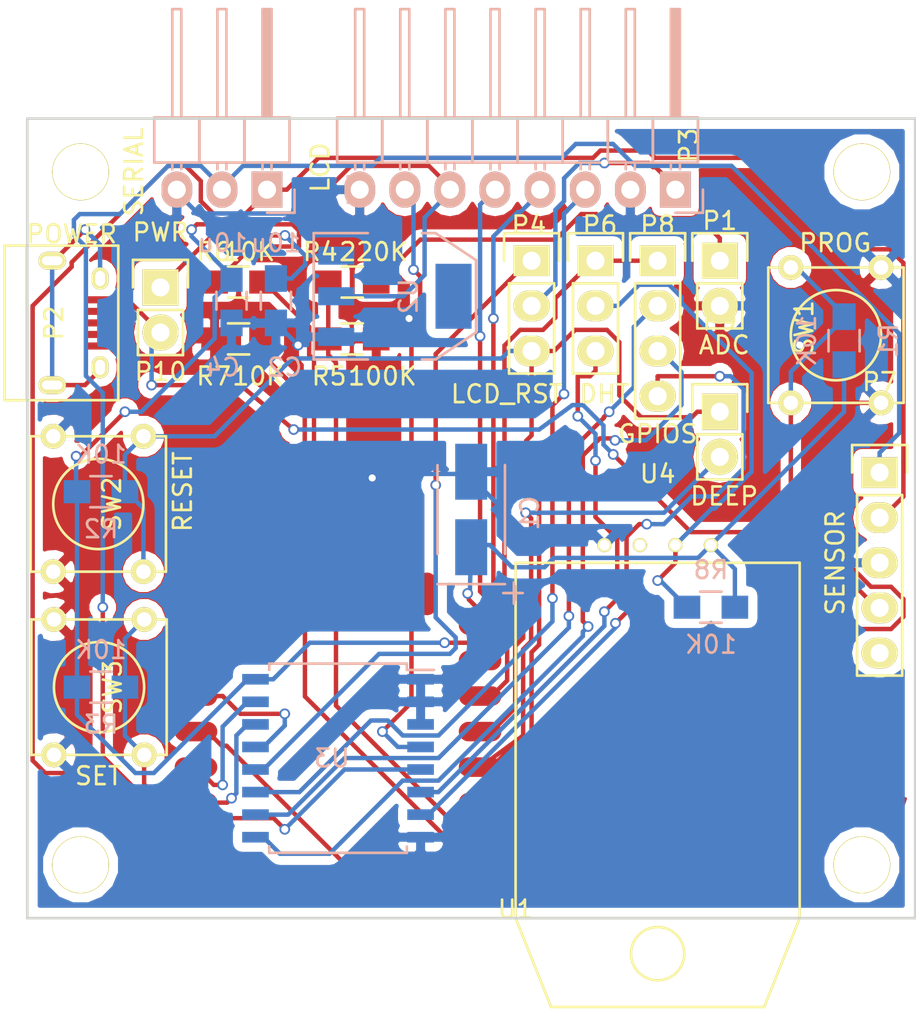
<source format=kicad_pcb>
(kicad_pcb (version 4) (host pcbnew 4.0.2-4+6225~38~ubuntu15.04.1-stable)

  (general
    (links 79)
    (no_connects 0)
    (area 39.424999 30.924999 89.575001 76.075001)
    (thickness 1.6)
    (drawings 5)
    (tracks 514)
    (zones 0)
    (modules 32)
    (nets 42)
  )

  (page A4)
  (layers
    (0 F.Cu signal)
    (31 B.Cu signal)
    (32 B.Adhes user)
    (33 F.Adhes user)
    (34 B.Paste user)
    (35 F.Paste user)
    (36 B.SilkS user)
    (37 F.SilkS user)
    (38 B.Mask user)
    (39 F.Mask user)
    (40 Dwgs.User user)
    (41 Cmts.User user)
    (42 Eco1.User user)
    (43 Eco2.User user)
    (44 Edge.Cuts user)
    (45 Margin user)
    (46 B.CrtYd user)
    (47 F.CrtYd user)
    (48 B.Fab user)
    (49 F.Fab user)
  )

  (setup
    (last_trace_width 0.25)
    (trace_clearance 0.2)
    (zone_clearance 0.45)
    (zone_45_only no)
    (trace_min 0.2)
    (segment_width 0.2)
    (edge_width 0.15)
    (via_size 0.6)
    (via_drill 0.4)
    (via_min_size 0.4)
    (via_min_drill 0.3)
    (uvia_size 0.3)
    (uvia_drill 0.1)
    (uvias_allowed no)
    (uvia_min_size 0.2)
    (uvia_min_drill 0.1)
    (pcb_text_width 0.3)
    (pcb_text_size 1.5 1.5)
    (mod_edge_width 0.15)
    (mod_text_size 1 1)
    (mod_text_width 0.15)
    (pad_size 1.524 1.524)
    (pad_drill 0.762)
    (pad_to_mask_clearance 0.2)
    (aux_axis_origin 0 0)
    (visible_elements FFFFEF7F)
    (pcbplotparams
      (layerselection 0x010f0_ffffffff)
      (usegerberextensions true)
      (usegerberattributes true)
      (excludeedgelayer true)
      (linewidth 0.100000)
      (plotframeref false)
      (viasonmask false)
      (mode 1)
      (useauxorigin false)
      (hpglpennumber 1)
      (hpglpenspeed 20)
      (hpglpendiameter 15)
      (hpglpenoverlay 2)
      (psnegative false)
      (psa4output false)
      (plotreference true)
      (plotvalue true)
      (plotinvisibletext false)
      (padsonsilk false)
      (subtractmaskfromsilk false)
      (outputformat 1)
      (mirror false)
      (drillshape 0)
      (scaleselection 1)
      (outputdirectory GERBERS/))
  )

  (net 0 "")
  (net 1 +3V3)
  (net 2 GND)
  (net 3 +5V)
  (net 4 "Net-(P1-Pad1)")
  (net 5 "Net-(P2-Pad6)")
  (net 6 "Net-(P3-Pad1)")
  (net 7 "Net-(P3-Pad3)")
  (net 8 "Net-(P3-Pad4)")
  (net 9 "Net-(P3-Pad5)")
  (net 10 LIGHT)
  (net 11 "Net-(P4-Pad1)")
  (net 12 RESET)
  (net 13 TX)
  (net 14 RX)
  (net 15 DHT_GPIO)
  (net 16 "Net-(P6-Pad2)")
  (net 17 DHT_EXT)
  (net 18 ADC)
  (net 19 P5)
  (net 20 P4)
  (net 21 P3)
  (net 22 PROG)
  (net 23 SET)
  (net 24 "Net-(R6-Pad1)")
  (net 25 "Net-(R7-Pad1)")
  (net 26 "Net-(U1-Pad17)")
  (net 27 "Net-(U1-Pad19)")
  (net 28 "Net-(U1-Pad20)")
  (net 29 GPIO16)
  (net 30 "Net-(C2-Pad1)")
  (net 31 "Net-(P2-Pad2)")
  (net 32 "Net-(P2-Pad3)")
  (net 33 "Net-(P2-Pad4)")
  (net 34 "Net-(P7-Pad5)")
  (net 35 "Net-(U1-Pad9)")
  (net 36 "Net-(U1-Pad10)")
  (net 37 "Net-(U1-Pad11)")
  (net 38 "Net-(U1-Pad12)")
  (net 39 "Net-(U1-Pad13)")
  (net 40 "Net-(U1-Pad14)")
  (net 41 "Net-(U4-Pad3)")

  (net_class Default "This is the default net class."
    (clearance 0.2)
    (trace_width 0.25)
    (via_dia 0.6)
    (via_drill 0.4)
    (uvia_dia 0.3)
    (uvia_drill 0.1)
    (add_net +3V3)
    (add_net +5V)
    (add_net ADC)
    (add_net DHT_EXT)
    (add_net DHT_GPIO)
    (add_net GND)
    (add_net GPIO16)
    (add_net LIGHT)
    (add_net "Net-(C2-Pad1)")
    (add_net "Net-(P1-Pad1)")
    (add_net "Net-(P2-Pad2)")
    (add_net "Net-(P2-Pad3)")
    (add_net "Net-(P2-Pad4)")
    (add_net "Net-(P2-Pad6)")
    (add_net "Net-(P3-Pad1)")
    (add_net "Net-(P3-Pad3)")
    (add_net "Net-(P3-Pad4)")
    (add_net "Net-(P3-Pad5)")
    (add_net "Net-(P4-Pad1)")
    (add_net "Net-(P6-Pad2)")
    (add_net "Net-(P7-Pad5)")
    (add_net "Net-(R6-Pad1)")
    (add_net "Net-(R7-Pad1)")
    (add_net "Net-(U1-Pad10)")
    (add_net "Net-(U1-Pad11)")
    (add_net "Net-(U1-Pad12)")
    (add_net "Net-(U1-Pad13)")
    (add_net "Net-(U1-Pad14)")
    (add_net "Net-(U1-Pad17)")
    (add_net "Net-(U1-Pad19)")
    (add_net "Net-(U1-Pad20)")
    (add_net "Net-(U1-Pad9)")
    (add_net "Net-(U4-Pad3)")
    (add_net P3)
    (add_net P4)
    (add_net P5)
    (add_net PROG)
    (add_net RESET)
    (add_net RX)
    (add_net SET)
    (add_net TX)
  )

  (module Capacitors_SMD:C_0805_HandSoldering (layer B.Cu) (tedit 56EECAC3) (tstamp 56EC7617)
    (at 53.5 41.25 270)
    (descr "Capacitor SMD 0805, hand soldering")
    (tags "capacitor 0805")
    (path /56EB38E0)
    (attr smd)
    (fp_text reference C2 (at 3.75 -0.5 360) (layer B.SilkS)
      (effects (font (size 1 1) (thickness 0.15)) (justify mirror))
    )
    (fp_text value 10u (at -3.25 0 360) (layer B.SilkS)
      (effects (font (size 1 1) (thickness 0.15)) (justify mirror))
    )
    (fp_line (start -2.3 1) (end 2.3 1) (layer B.CrtYd) (width 0.05))
    (fp_line (start -2.3 -1) (end 2.3 -1) (layer B.CrtYd) (width 0.05))
    (fp_line (start -2.3 1) (end -2.3 -1) (layer B.CrtYd) (width 0.05))
    (fp_line (start 2.3 1) (end 2.3 -1) (layer B.CrtYd) (width 0.05))
    (fp_line (start 0.5 0.85) (end -0.5 0.85) (layer B.SilkS) (width 0.15))
    (fp_line (start -0.5 -0.85) (end 0.5 -0.85) (layer B.SilkS) (width 0.15))
    (pad 1 smd rect (at -1.25 0 270) (size 1.5 1.25) (layers B.Cu B.Paste B.Mask)
      (net 30 "Net-(C2-Pad1)"))
    (pad 2 smd rect (at 1.25 0 270) (size 1.5 1.25) (layers B.Cu B.Paste B.Mask)
      (net 2 GND))
    (model Capacitors_SMD.3dshapes/C_0805_HandSoldering.wrl
      (at (xyz 0 0 0))
      (scale (xyz 1 1 1))
      (rotate (xyz 0 0 0))
    )
  )

  (module Pin_Headers:Pin_Header_Straight_1x02 (layer F.Cu) (tedit 56EEC7F8) (tstamp 56EC7634)
    (at 78.5 39)
    (descr "Through hole pin header")
    (tags "pin header")
    (path /56EB7D07)
    (fp_text reference P1 (at 0 -2.25) (layer F.SilkS)
      (effects (font (size 1 1) (thickness 0.15)))
    )
    (fp_text value ADC (at 0.25 4.75) (layer F.SilkS)
      (effects (font (size 1 1) (thickness 0.15)))
    )
    (fp_line (start 1.27 1.27) (end 1.27 3.81) (layer F.SilkS) (width 0.15))
    (fp_line (start 1.55 -1.55) (end 1.55 0) (layer F.SilkS) (width 0.15))
    (fp_line (start -1.75 -1.75) (end -1.75 4.3) (layer F.CrtYd) (width 0.05))
    (fp_line (start 1.75 -1.75) (end 1.75 4.3) (layer F.CrtYd) (width 0.05))
    (fp_line (start -1.75 -1.75) (end 1.75 -1.75) (layer F.CrtYd) (width 0.05))
    (fp_line (start -1.75 4.3) (end 1.75 4.3) (layer F.CrtYd) (width 0.05))
    (fp_line (start 1.27 1.27) (end -1.27 1.27) (layer F.SilkS) (width 0.15))
    (fp_line (start -1.55 0) (end -1.55 -1.55) (layer F.SilkS) (width 0.15))
    (fp_line (start -1.55 -1.55) (end 1.55 -1.55) (layer F.SilkS) (width 0.15))
    (fp_line (start -1.27 1.27) (end -1.27 3.81) (layer F.SilkS) (width 0.15))
    (fp_line (start -1.27 3.81) (end 1.27 3.81) (layer F.SilkS) (width 0.15))
    (pad 1 thru_hole rect (at 0 0) (size 2.032 2.032) (drill 1.016) (layers *.Cu *.Mask F.SilkS)
      (net 4 "Net-(P1-Pad1)"))
    (pad 2 thru_hole oval (at 0 2.54) (size 2.032 2.032) (drill 1.016) (layers *.Cu *.Mask F.SilkS)
      (net 2 GND))
    (model Pin_Headers.3dshapes/Pin_Header_Straight_1x02.wrl
      (at (xyz 0 -0.05 0))
      (scale (xyz 1 1 1))
      (rotate (xyz 0 0 90))
    )
  )

  (module Connect:USB_Micro-B (layer F.Cu) (tedit 56EEC827) (tstamp 56EC764A)
    (at 42.03746 42.5 270)
    (descr "Micro USB Type B Receptacle")
    (tags "USB USB_B USB_micro USB_OTG")
    (path /56EB3677)
    (attr smd)
    (fp_text reference P2 (at 0 1.03746 270) (layer F.SilkS)
      (effects (font (size 1 1) (thickness 0.15)))
    )
    (fp_text value POWER (at -5 0.03746 360) (layer F.SilkS)
      (effects (font (size 1 1) (thickness 0.15)))
    )
    (fp_line (start -4.6 -2.8) (end 4.6 -2.8) (layer F.CrtYd) (width 0.05))
    (fp_line (start 4.6 -2.8) (end 4.6 4.05) (layer F.CrtYd) (width 0.05))
    (fp_line (start 4.6 4.05) (end -4.6 4.05) (layer F.CrtYd) (width 0.05))
    (fp_line (start -4.6 4.05) (end -4.6 -2.8) (layer F.CrtYd) (width 0.05))
    (fp_line (start -4.3509 3.81746) (end 4.3491 3.81746) (layer F.SilkS) (width 0.15))
    (fp_line (start -4.3509 -2.58754) (end 4.3491 -2.58754) (layer F.SilkS) (width 0.15))
    (fp_line (start 4.3491 -2.58754) (end 4.3491 3.81746) (layer F.SilkS) (width 0.15))
    (fp_line (start 4.3491 2.58746) (end -4.3509 2.58746) (layer F.SilkS) (width 0.15))
    (fp_line (start -4.3509 3.81746) (end -4.3509 -2.58754) (layer F.SilkS) (width 0.15))
    (pad 1 smd rect (at -1.3009 -1.56254) (size 1.35 0.4) (layers F.Cu F.Paste F.Mask)
      (net 3 +5V))
    (pad 2 smd rect (at -0.6509 -1.56254) (size 1.35 0.4) (layers F.Cu F.Paste F.Mask)
      (net 31 "Net-(P2-Pad2)"))
    (pad 3 smd rect (at -0.0009 -1.56254) (size 1.35 0.4) (layers F.Cu F.Paste F.Mask)
      (net 32 "Net-(P2-Pad3)"))
    (pad 4 smd rect (at 0.6491 -1.56254) (size 1.35 0.4) (layers F.Cu F.Paste F.Mask)
      (net 33 "Net-(P2-Pad4)"))
    (pad 5 smd rect (at 1.2991 -1.56254) (size 1.35 0.4) (layers F.Cu F.Paste F.Mask)
      (net 2 GND))
    (pad 6 thru_hole oval (at -2.5009 -1.56254) (size 0.95 1.25) (drill oval 0.55 0.85) (layers *.Cu *.Mask F.SilkS)
      (net 5 "Net-(P2-Pad6)"))
    (pad 6 thru_hole oval (at 2.4991 -1.56254) (size 0.95 1.25) (drill oval 0.55 0.85) (layers *.Cu *.Mask F.SilkS)
      (net 5 "Net-(P2-Pad6)"))
    (pad 6 thru_hole oval (at -3.5009 1.13746) (size 1.55 1) (drill oval 1.15 0.5) (layers *.Cu *.Mask F.SilkS)
      (net 5 "Net-(P2-Pad6)"))
    (pad 6 thru_hole oval (at 3.4991 1.13746) (size 1.55 1) (drill oval 1.15 0.5) (layers *.Cu *.Mask F.SilkS)
      (net 5 "Net-(P2-Pad6)"))
  )

  (module Pin_Headers:Pin_Header_Angled_1x08 (layer B.Cu) (tedit 56EECB44) (tstamp 56EC76A9)
    (at 76 35 90)
    (descr "Through hole pin header")
    (tags "pin header")
    (path /56EB066C)
    (fp_text reference P3 (at 2.5 0.75 270) (layer F.SilkS)
      (effects (font (size 1 1) (thickness 0.15)))
    )
    (fp_text value LCD (at 1.25 -20 270) (layer F.SilkS)
      (effects (font (size 1 1) (thickness 0.15)))
    )
    (fp_line (start -1.5 1.75) (end -1.5 -19.55) (layer B.CrtYd) (width 0.05))
    (fp_line (start 10.65 1.75) (end 10.65 -19.55) (layer B.CrtYd) (width 0.05))
    (fp_line (start -1.5 1.75) (end 10.65 1.75) (layer B.CrtYd) (width 0.05))
    (fp_line (start -1.5 -19.55) (end 10.65 -19.55) (layer B.CrtYd) (width 0.05))
    (fp_line (start -1.3 1.55) (end -1.3 0) (layer B.SilkS) (width 0.15))
    (fp_line (start 0 1.55) (end -1.3 1.55) (layer B.SilkS) (width 0.15))
    (fp_line (start 4.191 0.127) (end 10.033 0.127) (layer B.SilkS) (width 0.15))
    (fp_line (start 10.033 0.127) (end 10.033 -0.127) (layer B.SilkS) (width 0.15))
    (fp_line (start 10.033 -0.127) (end 4.191 -0.127) (layer B.SilkS) (width 0.15))
    (fp_line (start 4.191 -0.127) (end 4.191 0) (layer B.SilkS) (width 0.15))
    (fp_line (start 4.191 0) (end 10.033 0) (layer B.SilkS) (width 0.15))
    (fp_line (start 1.524 -17.526) (end 1.143 -17.526) (layer B.SilkS) (width 0.15))
    (fp_line (start 1.524 -18.034) (end 1.143 -18.034) (layer B.SilkS) (width 0.15))
    (fp_line (start 1.524 0.254) (end 1.143 0.254) (layer B.SilkS) (width 0.15))
    (fp_line (start 1.524 -0.254) (end 1.143 -0.254) (layer B.SilkS) (width 0.15))
    (fp_line (start 1.524 -2.286) (end 1.143 -2.286) (layer B.SilkS) (width 0.15))
    (fp_line (start 1.524 -2.794) (end 1.143 -2.794) (layer B.SilkS) (width 0.15))
    (fp_line (start 1.524 -4.826) (end 1.143 -4.826) (layer B.SilkS) (width 0.15))
    (fp_line (start 1.524 -5.334) (end 1.143 -5.334) (layer B.SilkS) (width 0.15))
    (fp_line (start 1.524 -15.494) (end 1.143 -15.494) (layer B.SilkS) (width 0.15))
    (fp_line (start 1.524 -14.986) (end 1.143 -14.986) (layer B.SilkS) (width 0.15))
    (fp_line (start 1.524 -12.954) (end 1.143 -12.954) (layer B.SilkS) (width 0.15))
    (fp_line (start 1.524 -12.446) (end 1.143 -12.446) (layer B.SilkS) (width 0.15))
    (fp_line (start 1.524 -10.414) (end 1.143 -10.414) (layer B.SilkS) (width 0.15))
    (fp_line (start 1.524 -9.906) (end 1.143 -9.906) (layer B.SilkS) (width 0.15))
    (fp_line (start 1.524 -7.874) (end 1.143 -7.874) (layer B.SilkS) (width 0.15))
    (fp_line (start 1.524 -7.366) (end 1.143 -7.366) (layer B.SilkS) (width 0.15))
    (fp_line (start 1.524 -13.97) (end 4.064 -13.97) (layer B.SilkS) (width 0.15))
    (fp_line (start 1.524 -13.97) (end 1.524 -16.51) (layer B.SilkS) (width 0.15))
    (fp_line (start 1.524 -16.51) (end 4.064 -16.51) (layer B.SilkS) (width 0.15))
    (fp_line (start 4.064 -14.986) (end 10.16 -14.986) (layer B.SilkS) (width 0.15))
    (fp_line (start 10.16 -14.986) (end 10.16 -15.494) (layer B.SilkS) (width 0.15))
    (fp_line (start 10.16 -15.494) (end 4.064 -15.494) (layer B.SilkS) (width 0.15))
    (fp_line (start 4.064 -16.51) (end 4.064 -13.97) (layer B.SilkS) (width 0.15))
    (fp_line (start 4.064 -19.05) (end 4.064 -16.51) (layer B.SilkS) (width 0.15))
    (fp_line (start 10.16 -18.034) (end 4.064 -18.034) (layer B.SilkS) (width 0.15))
    (fp_line (start 10.16 -17.526) (end 10.16 -18.034) (layer B.SilkS) (width 0.15))
    (fp_line (start 4.064 -17.526) (end 10.16 -17.526) (layer B.SilkS) (width 0.15))
    (fp_line (start 1.524 -16.51) (end 1.524 -19.05) (layer B.SilkS) (width 0.15))
    (fp_line (start 1.524 -16.51) (end 4.064 -16.51) (layer B.SilkS) (width 0.15))
    (fp_line (start 1.524 -19.05) (end 4.064 -19.05) (layer B.SilkS) (width 0.15))
    (fp_line (start 1.524 1.27) (end 4.064 1.27) (layer B.SilkS) (width 0.15))
    (fp_line (start 1.524 -1.27) (end 4.064 -1.27) (layer B.SilkS) (width 0.15))
    (fp_line (start 1.524 -1.27) (end 1.524 -3.81) (layer B.SilkS) (width 0.15))
    (fp_line (start 1.524 -3.81) (end 4.064 -3.81) (layer B.SilkS) (width 0.15))
    (fp_line (start 4.064 -2.286) (end 10.16 -2.286) (layer B.SilkS) (width 0.15))
    (fp_line (start 10.16 -2.286) (end 10.16 -2.794) (layer B.SilkS) (width 0.15))
    (fp_line (start 10.16 -2.794) (end 4.064 -2.794) (layer B.SilkS) (width 0.15))
    (fp_line (start 4.064 -3.81) (end 4.064 -1.27) (layer B.SilkS) (width 0.15))
    (fp_line (start 4.064 -1.27) (end 4.064 1.27) (layer B.SilkS) (width 0.15))
    (fp_line (start 10.16 -0.254) (end 4.064 -0.254) (layer B.SilkS) (width 0.15))
    (fp_line (start 10.16 0.254) (end 10.16 -0.254) (layer B.SilkS) (width 0.15))
    (fp_line (start 4.064 0.254) (end 10.16 0.254) (layer B.SilkS) (width 0.15))
    (fp_line (start 1.524 -1.27) (end 4.064 -1.27) (layer B.SilkS) (width 0.15))
    (fp_line (start 1.524 1.27) (end 1.524 -1.27) (layer B.SilkS) (width 0.15))
    (fp_line (start 1.524 -8.89) (end 4.064 -8.89) (layer B.SilkS) (width 0.15))
    (fp_line (start 1.524 -8.89) (end 1.524 -11.43) (layer B.SilkS) (width 0.15))
    (fp_line (start 1.524 -11.43) (end 4.064 -11.43) (layer B.SilkS) (width 0.15))
    (fp_line (start 4.064 -9.906) (end 10.16 -9.906) (layer B.SilkS) (width 0.15))
    (fp_line (start 10.16 -9.906) (end 10.16 -10.414) (layer B.SilkS) (width 0.15))
    (fp_line (start 10.16 -10.414) (end 4.064 -10.414) (layer B.SilkS) (width 0.15))
    (fp_line (start 4.064 -11.43) (end 4.064 -8.89) (layer B.SilkS) (width 0.15))
    (fp_line (start 4.064 -13.97) (end 4.064 -11.43) (layer B.SilkS) (width 0.15))
    (fp_line (start 10.16 -12.954) (end 4.064 -12.954) (layer B.SilkS) (width 0.15))
    (fp_line (start 10.16 -12.446) (end 10.16 -12.954) (layer B.SilkS) (width 0.15))
    (fp_line (start 4.064 -12.446) (end 10.16 -12.446) (layer B.SilkS) (width 0.15))
    (fp_line (start 1.524 -13.97) (end 4.064 -13.97) (layer B.SilkS) (width 0.15))
    (fp_line (start 1.524 -11.43) (end 1.524 -13.97) (layer B.SilkS) (width 0.15))
    (fp_line (start 1.524 -11.43) (end 4.064 -11.43) (layer B.SilkS) (width 0.15))
    (fp_line (start 1.524 -6.35) (end 4.064 -6.35) (layer B.SilkS) (width 0.15))
    (fp_line (start 1.524 -6.35) (end 1.524 -8.89) (layer B.SilkS) (width 0.15))
    (fp_line (start 1.524 -8.89) (end 4.064 -8.89) (layer B.SilkS) (width 0.15))
    (fp_line (start 4.064 -7.366) (end 10.16 -7.366) (layer B.SilkS) (width 0.15))
    (fp_line (start 10.16 -7.366) (end 10.16 -7.874) (layer B.SilkS) (width 0.15))
    (fp_line (start 10.16 -7.874) (end 4.064 -7.874) (layer B.SilkS) (width 0.15))
    (fp_line (start 4.064 -8.89) (end 4.064 -6.35) (layer B.SilkS) (width 0.15))
    (fp_line (start 4.064 -6.35) (end 4.064 -3.81) (layer B.SilkS) (width 0.15))
    (fp_line (start 10.16 -5.334) (end 4.064 -5.334) (layer B.SilkS) (width 0.15))
    (fp_line (start 10.16 -4.826) (end 10.16 -5.334) (layer B.SilkS) (width 0.15))
    (fp_line (start 4.064 -4.826) (end 10.16 -4.826) (layer B.SilkS) (width 0.15))
    (fp_line (start 1.524 -6.35) (end 4.064 -6.35) (layer B.SilkS) (width 0.15))
    (fp_line (start 1.524 -3.81) (end 1.524 -6.35) (layer B.SilkS) (width 0.15))
    (fp_line (start 1.524 -3.81) (end 4.064 -3.81) (layer B.SilkS) (width 0.15))
    (pad 1 thru_hole rect (at 0 0 90) (size 2.032 1.7272) (drill 1.016) (layers *.Cu *.Mask B.SilkS)
      (net 6 "Net-(P3-Pad1)"))
    (pad 2 thru_hole oval (at 0 -2.54 90) (size 2.032 1.7272) (drill 1.016) (layers *.Cu *.Mask B.SilkS)
      (net 2 GND))
    (pad 3 thru_hole oval (at 0 -5.08 90) (size 2.032 1.7272) (drill 1.016) (layers *.Cu *.Mask B.SilkS)
      (net 7 "Net-(P3-Pad3)"))
    (pad 4 thru_hole oval (at 0 -7.62 90) (size 2.032 1.7272) (drill 1.016) (layers *.Cu *.Mask B.SilkS)
      (net 8 "Net-(P3-Pad4)"))
    (pad 5 thru_hole oval (at 0 -10.16 90) (size 2.032 1.7272) (drill 1.016) (layers *.Cu *.Mask B.SilkS)
      (net 9 "Net-(P3-Pad5)"))
    (pad 6 thru_hole oval (at 0 -12.7 90) (size 2.032 1.7272) (drill 1.016) (layers *.Cu *.Mask B.SilkS)
      (net 1 +3V3))
    (pad 7 thru_hole oval (at 0 -15.24 90) (size 2.032 1.7272) (drill 1.016) (layers *.Cu *.Mask B.SilkS)
      (net 10 LIGHT))
    (pad 8 thru_hole oval (at 0 -17.78 90) (size 2.032 1.7272) (drill 1.016) (layers *.Cu *.Mask B.SilkS)
      (net 2 GND))
    (model Pin_Headers.3dshapes/Pin_Header_Angled_1x08.wrl
      (at (xyz 0 -0.35 0))
      (scale (xyz 1 1 1))
      (rotate (xyz 0 0 90))
    )
  )

  (module Pin_Headers:Pin_Header_Straight_1x03 (layer F.Cu) (tedit 56EEC812) (tstamp 56EC76BB)
    (at 67.9 39)
    (descr "Through hole pin header")
    (tags "pin header")
    (path /56EB09E2)
    (fp_text reference P4 (at -0.15 -2) (layer F.SilkS)
      (effects (font (size 1 1) (thickness 0.15)))
    )
    (fp_text value LCD_RST (at -1.4 7.5) (layer F.SilkS)
      (effects (font (size 1 1) (thickness 0.15)))
    )
    (fp_line (start -1.75 -1.75) (end -1.75 6.85) (layer F.CrtYd) (width 0.05))
    (fp_line (start 1.75 -1.75) (end 1.75 6.85) (layer F.CrtYd) (width 0.05))
    (fp_line (start -1.75 -1.75) (end 1.75 -1.75) (layer F.CrtYd) (width 0.05))
    (fp_line (start -1.75 6.85) (end 1.75 6.85) (layer F.CrtYd) (width 0.05))
    (fp_line (start -1.27 1.27) (end -1.27 6.35) (layer F.SilkS) (width 0.15))
    (fp_line (start -1.27 6.35) (end 1.27 6.35) (layer F.SilkS) (width 0.15))
    (fp_line (start 1.27 6.35) (end 1.27 1.27) (layer F.SilkS) (width 0.15))
    (fp_line (start 1.55 -1.55) (end 1.55 0) (layer F.SilkS) (width 0.15))
    (fp_line (start 1.27 1.27) (end -1.27 1.27) (layer F.SilkS) (width 0.15))
    (fp_line (start -1.55 0) (end -1.55 -1.55) (layer F.SilkS) (width 0.15))
    (fp_line (start -1.55 -1.55) (end 1.55 -1.55) (layer F.SilkS) (width 0.15))
    (pad 1 thru_hole rect (at 0 0) (size 2.032 1.7272) (drill 1.016) (layers *.Cu *.Mask F.SilkS)
      (net 11 "Net-(P4-Pad1)"))
    (pad 2 thru_hole oval (at 0 2.54) (size 2.032 1.7272) (drill 1.016) (layers *.Cu *.Mask F.SilkS)
      (net 6 "Net-(P3-Pad1)"))
    (pad 3 thru_hole oval (at 0 5.08) (size 2.032 1.7272) (drill 1.016) (layers *.Cu *.Mask F.SilkS)
      (net 12 RESET))
    (model Pin_Headers.3dshapes/Pin_Header_Straight_1x03.wrl
      (at (xyz 0 -0.1 0))
      (scale (xyz 1 1 1))
      (rotate (xyz 0 0 90))
    )
  )

  (module Pin_Headers:Pin_Header_Angled_1x03 (layer B.Cu) (tedit 56EECB0C) (tstamp 56EC76E8)
    (at 53 35 90)
    (descr "Through hole pin header")
    (tags "pin header")
    (path /56EB03C8)
    (fp_text reference P5 (at 0 5.1 90) (layer B.SilkS)
      (effects (font (size 1 1) (thickness 0.15)) (justify mirror))
    )
    (fp_text value SERIAL (at 1 -7.5 90) (layer F.SilkS)
      (effects (font (size 1 1) (thickness 0.15)))
    )
    (fp_line (start -1.5 1.75) (end -1.5 -6.85) (layer B.CrtYd) (width 0.05))
    (fp_line (start 10.65 1.75) (end 10.65 -6.85) (layer B.CrtYd) (width 0.05))
    (fp_line (start -1.5 1.75) (end 10.65 1.75) (layer B.CrtYd) (width 0.05))
    (fp_line (start -1.5 -6.85) (end 10.65 -6.85) (layer B.CrtYd) (width 0.05))
    (fp_line (start -1.3 1.55) (end -1.3 0) (layer B.SilkS) (width 0.15))
    (fp_line (start 0 1.55) (end -1.3 1.55) (layer B.SilkS) (width 0.15))
    (fp_line (start 4.191 0.127) (end 10.033 0.127) (layer B.SilkS) (width 0.15))
    (fp_line (start 10.033 0.127) (end 10.033 -0.127) (layer B.SilkS) (width 0.15))
    (fp_line (start 10.033 -0.127) (end 4.191 -0.127) (layer B.SilkS) (width 0.15))
    (fp_line (start 4.191 -0.127) (end 4.191 0) (layer B.SilkS) (width 0.15))
    (fp_line (start 4.191 0) (end 10.033 0) (layer B.SilkS) (width 0.15))
    (fp_line (start 1.524 0.254) (end 1.143 0.254) (layer B.SilkS) (width 0.15))
    (fp_line (start 1.524 -0.254) (end 1.143 -0.254) (layer B.SilkS) (width 0.15))
    (fp_line (start 1.524 -2.286) (end 1.143 -2.286) (layer B.SilkS) (width 0.15))
    (fp_line (start 1.524 -2.794) (end 1.143 -2.794) (layer B.SilkS) (width 0.15))
    (fp_line (start 1.524 -4.826) (end 1.143 -4.826) (layer B.SilkS) (width 0.15))
    (fp_line (start 1.524 -5.334) (end 1.143 -5.334) (layer B.SilkS) (width 0.15))
    (fp_line (start 4.064 -1.27) (end 4.064 1.27) (layer B.SilkS) (width 0.15))
    (fp_line (start 10.16 -0.254) (end 4.064 -0.254) (layer B.SilkS) (width 0.15))
    (fp_line (start 10.16 0.254) (end 10.16 -0.254) (layer B.SilkS) (width 0.15))
    (fp_line (start 4.064 0.254) (end 10.16 0.254) (layer B.SilkS) (width 0.15))
    (fp_line (start 1.524 -1.27) (end 4.064 -1.27) (layer B.SilkS) (width 0.15))
    (fp_line (start 1.524 1.27) (end 1.524 -1.27) (layer B.SilkS) (width 0.15))
    (fp_line (start 1.524 1.27) (end 4.064 1.27) (layer B.SilkS) (width 0.15))
    (fp_line (start 1.524 -3.81) (end 4.064 -3.81) (layer B.SilkS) (width 0.15))
    (fp_line (start 1.524 -3.81) (end 1.524 -6.35) (layer B.SilkS) (width 0.15))
    (fp_line (start 4.064 -4.826) (end 10.16 -4.826) (layer B.SilkS) (width 0.15))
    (fp_line (start 10.16 -4.826) (end 10.16 -5.334) (layer B.SilkS) (width 0.15))
    (fp_line (start 10.16 -5.334) (end 4.064 -5.334) (layer B.SilkS) (width 0.15))
    (fp_line (start 4.064 -6.35) (end 4.064 -3.81) (layer B.SilkS) (width 0.15))
    (fp_line (start 4.064 -3.81) (end 4.064 -1.27) (layer B.SilkS) (width 0.15))
    (fp_line (start 10.16 -2.794) (end 4.064 -2.794) (layer B.SilkS) (width 0.15))
    (fp_line (start 10.16 -2.286) (end 10.16 -2.794) (layer B.SilkS) (width 0.15))
    (fp_line (start 4.064 -2.286) (end 10.16 -2.286) (layer B.SilkS) (width 0.15))
    (fp_line (start 1.524 -3.81) (end 4.064 -3.81) (layer B.SilkS) (width 0.15))
    (fp_line (start 1.524 -1.27) (end 1.524 -3.81) (layer B.SilkS) (width 0.15))
    (fp_line (start 1.524 -1.27) (end 4.064 -1.27) (layer B.SilkS) (width 0.15))
    (fp_line (start 1.524 -6.35) (end 4.064 -6.35) (layer B.SilkS) (width 0.15))
    (pad 1 thru_hole rect (at 0 0 90) (size 2.032 1.7272) (drill 1.016) (layers *.Cu *.Mask B.SilkS)
      (net 13 TX))
    (pad 2 thru_hole oval (at 0 -2.54 90) (size 2.032 1.7272) (drill 1.016) (layers *.Cu *.Mask B.SilkS)
      (net 14 RX))
    (pad 3 thru_hole oval (at 0 -5.08 90) (size 2.032 1.7272) (drill 1.016) (layers *.Cu *.Mask B.SilkS)
      (net 2 GND))
    (model Pin_Headers.3dshapes/Pin_Header_Angled_1x03.wrl
      (at (xyz 0 -0.1 0))
      (scale (xyz 1 1 1))
      (rotate (xyz 0 0 90))
    )
  )

  (module Pin_Headers:Pin_Header_Straight_1x03 (layer F.Cu) (tedit 56EEC807) (tstamp 56EC76FA)
    (at 71.5 39)
    (descr "Through hole pin header")
    (tags "pin header")
    (path /56EB5F9E)
    (fp_text reference P6 (at 0.25 -2) (layer F.SilkS)
      (effects (font (size 1 1) (thickness 0.15)))
    )
    (fp_text value DHT (at 0.5 7.5) (layer F.SilkS)
      (effects (font (size 1 1) (thickness 0.15)))
    )
    (fp_line (start -1.75 -1.75) (end -1.75 6.85) (layer F.CrtYd) (width 0.05))
    (fp_line (start 1.75 -1.75) (end 1.75 6.85) (layer F.CrtYd) (width 0.05))
    (fp_line (start -1.75 -1.75) (end 1.75 -1.75) (layer F.CrtYd) (width 0.05))
    (fp_line (start -1.75 6.85) (end 1.75 6.85) (layer F.CrtYd) (width 0.05))
    (fp_line (start -1.27 1.27) (end -1.27 6.35) (layer F.SilkS) (width 0.15))
    (fp_line (start -1.27 6.35) (end 1.27 6.35) (layer F.SilkS) (width 0.15))
    (fp_line (start 1.27 6.35) (end 1.27 1.27) (layer F.SilkS) (width 0.15))
    (fp_line (start 1.55 -1.55) (end 1.55 0) (layer F.SilkS) (width 0.15))
    (fp_line (start 1.27 1.27) (end -1.27 1.27) (layer F.SilkS) (width 0.15))
    (fp_line (start -1.55 0) (end -1.55 -1.55) (layer F.SilkS) (width 0.15))
    (fp_line (start -1.55 -1.55) (end 1.55 -1.55) (layer F.SilkS) (width 0.15))
    (pad 1 thru_hole rect (at 0 0) (size 2.032 1.7272) (drill 1.016) (layers *.Cu *.Mask F.SilkS)
      (net 15 DHT_GPIO))
    (pad 2 thru_hole oval (at 0 2.54) (size 2.032 1.7272) (drill 1.016) (layers *.Cu *.Mask F.SilkS)
      (net 16 "Net-(P6-Pad2)"))
    (pad 3 thru_hole oval (at 0 5.08) (size 2.032 1.7272) (drill 1.016) (layers *.Cu *.Mask F.SilkS)
      (net 17 DHT_EXT))
    (model Pin_Headers.3dshapes/Pin_Header_Straight_1x03.wrl
      (at (xyz 0 -0.1 0))
      (scale (xyz 1 1 1))
      (rotate (xyz 0 0 90))
    )
  )

  (module Pin_Headers:Pin_Header_Straight_1x05 (layer F.Cu) (tedit 56EEC865) (tstamp 56EC770E)
    (at 87.5 50.92)
    (descr "Through hole pin header")
    (tags "pin header")
    (path /56EB2405)
    (fp_text reference P7 (at 0 -5.1) (layer F.SilkS)
      (effects (font (size 1 1) (thickness 0.15)))
    )
    (fp_text value SENSOR (at -2.5 5.08 90) (layer F.SilkS)
      (effects (font (size 1 1) (thickness 0.15)))
    )
    (fp_line (start -1.55 0) (end -1.55 -1.55) (layer F.SilkS) (width 0.15))
    (fp_line (start -1.55 -1.55) (end 1.55 -1.55) (layer F.SilkS) (width 0.15))
    (fp_line (start 1.55 -1.55) (end 1.55 0) (layer F.SilkS) (width 0.15))
    (fp_line (start -1.75 -1.75) (end -1.75 11.95) (layer F.CrtYd) (width 0.05))
    (fp_line (start 1.75 -1.75) (end 1.75 11.95) (layer F.CrtYd) (width 0.05))
    (fp_line (start -1.75 -1.75) (end 1.75 -1.75) (layer F.CrtYd) (width 0.05))
    (fp_line (start -1.75 11.95) (end 1.75 11.95) (layer F.CrtYd) (width 0.05))
    (fp_line (start 1.27 1.27) (end 1.27 11.43) (layer F.SilkS) (width 0.15))
    (fp_line (start 1.27 11.43) (end -1.27 11.43) (layer F.SilkS) (width 0.15))
    (fp_line (start -1.27 11.43) (end -1.27 1.27) (layer F.SilkS) (width 0.15))
    (fp_line (start 1.27 1.27) (end -1.27 1.27) (layer F.SilkS) (width 0.15))
    (pad 1 thru_hole rect (at 0 0) (size 2.032 1.7272) (drill 1.016) (layers *.Cu *.Mask F.SilkS)
      (net 14 RX))
    (pad 2 thru_hole oval (at 0 2.54) (size 2.032 1.7272) (drill 1.016) (layers *.Cu *.Mask F.SilkS)
      (net 13 TX))
    (pad 3 thru_hole oval (at 0 5.08) (size 2.032 1.7272) (drill 1.016) (layers *.Cu *.Mask F.SilkS)
      (net 2 GND))
    (pad 4 thru_hole oval (at 0 7.62) (size 2.032 1.7272) (drill 1.016) (layers *.Cu *.Mask F.SilkS)
      (net 3 +5V))
    (pad 5 thru_hole oval (at 0 10.16) (size 2.032 1.7272) (drill 1.016) (layers *.Cu *.Mask F.SilkS)
      (net 34 "Net-(P7-Pad5)"))
    (model Pin_Headers.3dshapes/Pin_Header_Straight_1x05.wrl
      (at (xyz 0 -0.2 0))
      (scale (xyz 1 1 1))
      (rotate (xyz 0 0 90))
    )
  )

  (module Resistors_SMD:R_0805_HandSoldering (layer B.Cu) (tedit 56EECAAA) (tstamp 56EC772E)
    (at 85.5 43.5 90)
    (descr "Resistor SMD 0805, hand soldering")
    (tags "resistor 0805")
    (path /56EB157E)
    (attr smd)
    (fp_text reference R1 (at 0 2.5 90) (layer B.SilkS)
      (effects (font (size 1 1) (thickness 0.15)) (justify mirror))
    )
    (fp_text value 10K (at 0 -2.1 90) (layer B.SilkS)
      (effects (font (size 1 1) (thickness 0.15)) (justify mirror))
    )
    (fp_line (start -2.4 1) (end 2.4 1) (layer B.CrtYd) (width 0.05))
    (fp_line (start -2.4 -1) (end 2.4 -1) (layer B.CrtYd) (width 0.05))
    (fp_line (start -2.4 1) (end -2.4 -1) (layer B.CrtYd) (width 0.05))
    (fp_line (start 2.4 1) (end 2.4 -1) (layer B.CrtYd) (width 0.05))
    (fp_line (start 0.6 -0.875) (end -0.6 -0.875) (layer B.SilkS) (width 0.15))
    (fp_line (start -0.6 0.875) (end 0.6 0.875) (layer B.SilkS) (width 0.15))
    (pad 1 smd rect (at -1.35 0 90) (size 1.5 1.3) (layers B.Cu B.Paste B.Mask)
      (net 1 +3V3))
    (pad 2 smd rect (at 1.35 0 90) (size 1.5 1.3) (layers B.Cu B.Paste B.Mask)
      (net 22 PROG))
    (model Resistors_SMD.3dshapes/R_0805_HandSoldering.wrl
      (at (xyz 0 0 0))
      (scale (xyz 1 1 1))
      (rotate (xyz 0 0 0))
    )
  )

  (module Resistors_SMD:R_0805_HandSoldering (layer B.Cu) (tedit 56EECAD9) (tstamp 56EC773A)
    (at 43.65 52)
    (descr "Resistor SMD 0805, hand soldering")
    (tags "resistor 0805")
    (path /56EB1A91)
    (attr smd)
    (fp_text reference R2 (at 0 2.1) (layer B.SilkS)
      (effects (font (size 1 1) (thickness 0.15)) (justify mirror))
    )
    (fp_text value 10K (at 0 -2.1) (layer B.SilkS)
      (effects (font (size 1 1) (thickness 0.15)) (justify mirror))
    )
    (fp_line (start -2.4 1) (end 2.4 1) (layer B.CrtYd) (width 0.05))
    (fp_line (start -2.4 -1) (end 2.4 -1) (layer B.CrtYd) (width 0.05))
    (fp_line (start -2.4 1) (end -2.4 -1) (layer B.CrtYd) (width 0.05))
    (fp_line (start 2.4 1) (end 2.4 -1) (layer B.CrtYd) (width 0.05))
    (fp_line (start 0.6 -0.875) (end -0.6 -0.875) (layer B.SilkS) (width 0.15))
    (fp_line (start -0.6 0.875) (end 0.6 0.875) (layer B.SilkS) (width 0.15))
    (pad 1 smd rect (at -1.35 0) (size 1.5 1.3) (layers B.Cu B.Paste B.Mask)
      (net 1 +3V3))
    (pad 2 smd rect (at 1.35 0) (size 1.5 1.3) (layers B.Cu B.Paste B.Mask)
      (net 12 RESET))
    (model Resistors_SMD.3dshapes/R_0805_HandSoldering.wrl
      (at (xyz 0 0 0))
      (scale (xyz 1 1 1))
      (rotate (xyz 0 0 0))
    )
  )

  (module Resistors_SMD:R_0805_HandSoldering (layer B.Cu) (tedit 56EECADD) (tstamp 56EC7746)
    (at 43.65 63)
    (descr "Resistor SMD 0805, hand soldering")
    (tags "resistor 0805")
    (path /56EB219D)
    (attr smd)
    (fp_text reference R3 (at 0 2.1) (layer B.SilkS)
      (effects (font (size 1 1) (thickness 0.15)) (justify mirror))
    )
    (fp_text value 10K (at 0 -2.1) (layer B.SilkS)
      (effects (font (size 1 1) (thickness 0.15)) (justify mirror))
    )
    (fp_line (start -2.4 1) (end 2.4 1) (layer B.CrtYd) (width 0.05))
    (fp_line (start -2.4 -1) (end 2.4 -1) (layer B.CrtYd) (width 0.05))
    (fp_line (start -2.4 1) (end -2.4 -1) (layer B.CrtYd) (width 0.05))
    (fp_line (start 2.4 1) (end 2.4 -1) (layer B.CrtYd) (width 0.05))
    (fp_line (start 0.6 -0.875) (end -0.6 -0.875) (layer B.SilkS) (width 0.15))
    (fp_line (start -0.6 0.875) (end 0.6 0.875) (layer B.SilkS) (width 0.15))
    (pad 1 smd rect (at -1.35 0) (size 1.5 1.3) (layers B.Cu B.Paste B.Mask)
      (net 1 +3V3))
    (pad 2 smd rect (at 1.35 0) (size 1.5 1.3) (layers B.Cu B.Paste B.Mask)
      (net 23 SET))
    (model Resistors_SMD.3dshapes/R_0805_HandSoldering.wrl
      (at (xyz 0 0 0))
      (scale (xyz 1 1 1))
      (rotate (xyz 0 0 0))
    )
  )

  (module Resistors_SMD:R_0805_HandSoldering (layer F.Cu) (tedit 56EEC843) (tstamp 56EC7752)
    (at 57.8 40.2 180)
    (descr "Resistor SMD 0805, hand soldering")
    (tags "resistor 0805")
    (path /56EB75CB)
    (attr smd)
    (fp_text reference R4 (at 1.8 1.7 180) (layer F.SilkS)
      (effects (font (size 1 1) (thickness 0.15)))
    )
    (fp_text value 220K (at -1.2 1.7 180) (layer F.SilkS)
      (effects (font (size 1 1) (thickness 0.15)))
    )
    (fp_line (start -2.4 -1) (end 2.4 -1) (layer F.CrtYd) (width 0.05))
    (fp_line (start -2.4 1) (end 2.4 1) (layer F.CrtYd) (width 0.05))
    (fp_line (start -2.4 -1) (end -2.4 1) (layer F.CrtYd) (width 0.05))
    (fp_line (start 2.4 -1) (end 2.4 1) (layer F.CrtYd) (width 0.05))
    (fp_line (start 0.6 0.875) (end -0.6 0.875) (layer F.SilkS) (width 0.15))
    (fp_line (start -0.6 -0.875) (end 0.6 -0.875) (layer F.SilkS) (width 0.15))
    (pad 1 smd rect (at -1.35 0 180) (size 1.5 1.3) (layers F.Cu F.Paste F.Mask)
      (net 4 "Net-(P1-Pad1)"))
    (pad 2 smd rect (at 1.35 0 180) (size 1.5 1.3) (layers F.Cu F.Paste F.Mask)
      (net 18 ADC))
    (model Resistors_SMD.3dshapes/R_0805_HandSoldering.wrl
      (at (xyz 0 0 0))
      (scale (xyz 1 1 1))
      (rotate (xyz 0 0 0))
    )
  )

  (module Resistors_SMD:R_0805_HandSoldering (layer F.Cu) (tedit 56EEC83D) (tstamp 56EC775E)
    (at 57.8 43.4)
    (descr "Resistor SMD 0805, hand soldering")
    (tags "resistor 0805")
    (path /56EB761D)
    (attr smd)
    (fp_text reference R5 (at -1.3 2.1) (layer F.SilkS)
      (effects (font (size 1 1) (thickness 0.15)))
    )
    (fp_text value 100K (at 1.7 2.1) (layer F.SilkS)
      (effects (font (size 1 1) (thickness 0.15)))
    )
    (fp_line (start -2.4 -1) (end 2.4 -1) (layer F.CrtYd) (width 0.05))
    (fp_line (start -2.4 1) (end 2.4 1) (layer F.CrtYd) (width 0.05))
    (fp_line (start -2.4 -1) (end -2.4 1) (layer F.CrtYd) (width 0.05))
    (fp_line (start 2.4 -1) (end 2.4 1) (layer F.CrtYd) (width 0.05))
    (fp_line (start 0.6 0.875) (end -0.6 0.875) (layer F.SilkS) (width 0.15))
    (fp_line (start -0.6 -0.875) (end 0.6 -0.875) (layer F.SilkS) (width 0.15))
    (pad 1 smd rect (at -1.35 0) (size 1.5 1.3) (layers F.Cu F.Paste F.Mask)
      (net 18 ADC))
    (pad 2 smd rect (at 1.35 0) (size 1.5 1.3) (layers F.Cu F.Paste F.Mask)
      (net 2 GND))
    (model Resistors_SMD.3dshapes/R_0805_HandSoldering.wrl
      (at (xyz 0 0 0))
      (scale (xyz 1 1 1))
      (rotate (xyz 0 0 0))
    )
  )

  (module Resistors_SMD:R_0805_HandSoldering (layer F.Cu) (tedit 56EEC838) (tstamp 56EC776A)
    (at 51.4 40.2 180)
    (descr "Resistor SMD 0805, hand soldering")
    (tags "resistor 0805")
    (path /56EB0BAB)
    (attr smd)
    (fp_text reference R6 (at 1.4 1.7 180) (layer F.SilkS)
      (effects (font (size 1 1) (thickness 0.15)))
    )
    (fp_text value 10K (at -0.6 1.7 180) (layer F.SilkS)
      (effects (font (size 1 1) (thickness 0.15)))
    )
    (fp_line (start -2.4 -1) (end 2.4 -1) (layer F.CrtYd) (width 0.05))
    (fp_line (start -2.4 1) (end 2.4 1) (layer F.CrtYd) (width 0.05))
    (fp_line (start -2.4 -1) (end -2.4 1) (layer F.CrtYd) (width 0.05))
    (fp_line (start 2.4 -1) (end 2.4 1) (layer F.CrtYd) (width 0.05))
    (fp_line (start 0.6 0.875) (end -0.6 0.875) (layer F.SilkS) (width 0.15))
    (fp_line (start -0.6 -0.875) (end 0.6 -0.875) (layer F.SilkS) (width 0.15))
    (pad 1 smd rect (at -1.35 0 180) (size 1.5 1.3) (layers F.Cu F.Paste F.Mask)
      (net 24 "Net-(R6-Pad1)"))
    (pad 2 smd rect (at 1.35 0 180) (size 1.5 1.3) (layers F.Cu F.Paste F.Mask)
      (net 1 +3V3))
    (model Resistors_SMD.3dshapes/R_0805_HandSoldering.wrl
      (at (xyz 0 0 0))
      (scale (xyz 1 1 1))
      (rotate (xyz 0 0 0))
    )
  )

  (module Resistors_SMD:R_0805_HandSoldering (layer F.Cu) (tedit 56EEC834) (tstamp 56EC7776)
    (at 51.4 43.4 180)
    (descr "Resistor SMD 0805, hand soldering")
    (tags "resistor 0805")
    (path /56EB0544)
    (attr smd)
    (fp_text reference R7 (at 1.4 -2.1 180) (layer F.SilkS)
      (effects (font (size 1 1) (thickness 0.15)))
    )
    (fp_text value 10K (at -1.1 -2.1 180) (layer F.SilkS)
      (effects (font (size 1 1) (thickness 0.15)))
    )
    (fp_line (start -2.4 -1) (end 2.4 -1) (layer F.CrtYd) (width 0.05))
    (fp_line (start -2.4 1) (end 2.4 1) (layer F.CrtYd) (width 0.05))
    (fp_line (start -2.4 -1) (end -2.4 1) (layer F.CrtYd) (width 0.05))
    (fp_line (start 2.4 -1) (end 2.4 1) (layer F.CrtYd) (width 0.05))
    (fp_line (start 0.6 0.875) (end -0.6 0.875) (layer F.SilkS) (width 0.15))
    (fp_line (start -0.6 -0.875) (end 0.6 -0.875) (layer F.SilkS) (width 0.15))
    (pad 1 smd rect (at -1.35 0 180) (size 1.5 1.3) (layers F.Cu F.Paste F.Mask)
      (net 25 "Net-(R7-Pad1)"))
    (pad 2 smd rect (at 1.35 0 180) (size 1.5 1.3) (layers F.Cu F.Paste F.Mask)
      (net 2 GND))
    (model Resistors_SMD.3dshapes/R_0805_HandSoldering.wrl
      (at (xyz 0 0 0))
      (scale (xyz 1 1 1))
      (rotate (xyz 0 0 0))
    )
  )

  (module Resistors_SMD:R_0805_HandSoldering (layer B.Cu) (tedit 56EECAD2) (tstamp 56EC7782)
    (at 78 58.5 180)
    (descr "Resistor SMD 0805, hand soldering")
    (tags "resistor 0805")
    (path /56EC6E83)
    (attr smd)
    (fp_text reference R8 (at 0 2.1 180) (layer B.SilkS)
      (effects (font (size 1 1) (thickness 0.15)) (justify mirror))
    )
    (fp_text value 10K (at 0 -2.1 180) (layer B.SilkS)
      (effects (font (size 1 1) (thickness 0.15)) (justify mirror))
    )
    (fp_line (start -2.4 1) (end 2.4 1) (layer B.CrtYd) (width 0.05))
    (fp_line (start -2.4 -1) (end 2.4 -1) (layer B.CrtYd) (width 0.05))
    (fp_line (start -2.4 1) (end -2.4 -1) (layer B.CrtYd) (width 0.05))
    (fp_line (start 2.4 1) (end 2.4 -1) (layer B.CrtYd) (width 0.05))
    (fp_line (start 0.6 -0.875) (end -0.6 -0.875) (layer B.SilkS) (width 0.15))
    (fp_line (start -0.6 0.875) (end 0.6 0.875) (layer B.SilkS) (width 0.15))
    (pad 1 smd rect (at -1.35 0 180) (size 1.5 1.3) (layers B.Cu B.Paste B.Mask)
      (net 1 +3V3))
    (pad 2 smd rect (at 1.35 0 180) (size 1.5 1.3) (layers B.Cu B.Paste B.Mask)
      (net 16 "Net-(P6-Pad2)"))
    (model Resistors_SMD.3dshapes/R_0805_HandSoldering.wrl
      (at (xyz 0 0 0))
      (scale (xyz 1 1 1))
      (rotate (xyz 0 0 0))
    )
  )

  (module Buttons_Switches_ThroughHole:SW_PUSH_SMALL (layer F.Cu) (tedit 56EEC869) (tstamp 56EC778F)
    (at 85.04 43.19 90)
    (path /56EB1356)
    (fp_text reference SW1 (at 0.44 -1.79 90) (layer F.SilkS)
      (effects (font (size 1 1) (thickness 0.15)))
    )
    (fp_text value PROG (at 5.19 -0.04 180) (layer F.SilkS)
      (effects (font (size 1 1) (thickness 0.15)))
    )
    (fp_circle (center 0 0) (end 0 -2.54) (layer F.SilkS) (width 0.15))
    (fp_line (start -3.81 -3.81) (end 3.81 -3.81) (layer F.SilkS) (width 0.15))
    (fp_line (start 3.81 -3.81) (end 3.81 3.81) (layer F.SilkS) (width 0.15))
    (fp_line (start 3.81 3.81) (end -3.81 3.81) (layer F.SilkS) (width 0.15))
    (fp_line (start -3.81 -3.81) (end -3.81 3.81) (layer F.SilkS) (width 0.15))
    (pad 1 thru_hole circle (at 3.81 -2.54 90) (size 1.397 1.397) (drill 0.8128) (layers *.Cu *.Mask F.SilkS)
      (net 22 PROG))
    (pad 2 thru_hole circle (at 3.81 2.54 90) (size 1.397 1.397) (drill 0.8128) (layers *.Cu *.Mask F.SilkS)
      (net 2 GND))
    (pad 1 thru_hole circle (at -3.81 -2.54 90) (size 1.397 1.397) (drill 0.8128) (layers *.Cu *.Mask F.SilkS)
      (net 22 PROG))
    (pad 2 thru_hole circle (at -3.81 2.54 90) (size 1.397 1.397) (drill 0.8128) (layers *.Cu *.Mask F.SilkS)
      (net 2 GND))
  )

  (module Buttons_Switches_ThroughHole:SW_PUSH_SMALL (layer F.Cu) (tedit 56EEC820) (tstamp 56EC779C)
    (at 43.5 52.69 270)
    (path /56EB1AC3)
    (fp_text reference SW2 (at 0 -0.762 270) (layer F.SilkS)
      (effects (font (size 1 1) (thickness 0.15)))
    )
    (fp_text value RESET (at -0.69 -4.75 270) (layer F.SilkS)
      (effects (font (size 1 1) (thickness 0.15)))
    )
    (fp_circle (center 0 0) (end 0 -2.54) (layer F.SilkS) (width 0.15))
    (fp_line (start -3.81 -3.81) (end 3.81 -3.81) (layer F.SilkS) (width 0.15))
    (fp_line (start 3.81 -3.81) (end 3.81 3.81) (layer F.SilkS) (width 0.15))
    (fp_line (start 3.81 3.81) (end -3.81 3.81) (layer F.SilkS) (width 0.15))
    (fp_line (start -3.81 -3.81) (end -3.81 3.81) (layer F.SilkS) (width 0.15))
    (pad 1 thru_hole circle (at 3.81 -2.54 270) (size 1.397 1.397) (drill 0.8128) (layers *.Cu *.Mask F.SilkS)
      (net 12 RESET))
    (pad 2 thru_hole circle (at 3.81 2.54 270) (size 1.397 1.397) (drill 0.8128) (layers *.Cu *.Mask F.SilkS)
      (net 2 GND))
    (pad 1 thru_hole circle (at -3.81 -2.54 270) (size 1.397 1.397) (drill 0.8128) (layers *.Cu *.Mask F.SilkS)
      (net 12 RESET))
    (pad 2 thru_hole circle (at -3.81 2.54 270) (size 1.397 1.397) (drill 0.8128) (layers *.Cu *.Mask F.SilkS)
      (net 2 GND))
  )

  (module Buttons_Switches_ThroughHole:SW_PUSH_SMALL (layer F.Cu) (tedit 56EEC860) (tstamp 56EC77A9)
    (at 43.54 63 270)
    (path /56EB1EE7)
    (fp_text reference SW3 (at 0 -0.762 270) (layer F.SilkS)
      (effects (font (size 1 1) (thickness 0.15)))
    )
    (fp_text value SET (at 5 0.04 360) (layer F.SilkS)
      (effects (font (size 1 1) (thickness 0.15)))
    )
    (fp_circle (center 0 0) (end 0 -2.54) (layer F.SilkS) (width 0.15))
    (fp_line (start -3.81 -3.81) (end 3.81 -3.81) (layer F.SilkS) (width 0.15))
    (fp_line (start 3.81 -3.81) (end 3.81 3.81) (layer F.SilkS) (width 0.15))
    (fp_line (start 3.81 3.81) (end -3.81 3.81) (layer F.SilkS) (width 0.15))
    (fp_line (start -3.81 -3.81) (end -3.81 3.81) (layer F.SilkS) (width 0.15))
    (pad 1 thru_hole circle (at 3.81 -2.54 270) (size 1.397 1.397) (drill 0.8128) (layers *.Cu *.Mask F.SilkS)
      (net 23 SET))
    (pad 2 thru_hole circle (at 3.81 2.54 270) (size 1.397 1.397) (drill 0.8128) (layers *.Cu *.Mask F.SilkS)
      (net 2 GND))
    (pad 1 thru_hole circle (at -3.81 -2.54 270) (size 1.397 1.397) (drill 0.8128) (layers *.Cu *.Mask F.SilkS)
      (net 23 SET))
    (pad 2 thru_hole circle (at -3.81 2.54 270) (size 1.397 1.397) (drill 0.8128) (layers *.Cu *.Mask F.SilkS)
      (net 2 GND))
  )

  (module ESP8266:ESP-12E (layer F.Cu) (tedit 559F8D21) (tstamp 56EC77CE)
    (at 65 73.5 180)
    (descr "Module, ESP-8266, ESP-12, 16 pad, SMD")
    (tags "Module ESP-8266 ESP8266")
    (path /56EB02B9)
    (fp_text reference U1 (at -2 -2 180) (layer F.SilkS)
      (effects (font (size 1 1) (thickness 0.15)))
    )
    (fp_text value ESP-12E (at 8 1 180) (layer F.Fab)
      (effects (font (size 1 1) (thickness 0.15)))
    )
    (fp_line (start 16 -8.4) (end 0 -2.6) (layer F.CrtYd) (width 0.1524))
    (fp_line (start 0 -8.4) (end 16 -2.6) (layer F.CrtYd) (width 0.1524))
    (fp_text user "No Copper" (at 7.9 -5.4 180) (layer F.CrtYd)
      (effects (font (size 1 1) (thickness 0.15)))
    )
    (fp_line (start 0 -8.4) (end 0 -2.6) (layer F.CrtYd) (width 0.1524))
    (fp_line (start 0 -2.6) (end 16 -2.6) (layer F.CrtYd) (width 0.1524))
    (fp_line (start 16 -2.6) (end 16 -8.4) (layer F.CrtYd) (width 0.1524))
    (fp_line (start 16 -8.4) (end 0 -8.4) (layer F.CrtYd) (width 0.1524))
    (fp_line (start 16 -8.4) (end 16 15.6) (layer F.Fab) (width 0.1524))
    (fp_line (start 16 15.6) (end 0 15.6) (layer F.Fab) (width 0.1524))
    (fp_line (start 0 15.6) (end 0 -8.4) (layer F.Fab) (width 0.1524))
    (fp_line (start 0 -8.4) (end 16 -8.4) (layer F.Fab) (width 0.1524))
    (pad 9 smd oval (at 2.99 15.75 270) (size 2.4 1.1) (layers F.Cu F.Paste F.Mask)
      (net 35 "Net-(U1-Pad9)"))
    (pad 10 smd oval (at 4.99 15.75 270) (size 2.4 1.1) (layers F.Cu F.Paste F.Mask)
      (net 36 "Net-(U1-Pad10)"))
    (pad 11 smd oval (at 6.99 15.75 270) (size 2.4 1.1) (layers F.Cu F.Paste F.Mask)
      (net 37 "Net-(U1-Pad11)"))
    (pad 12 smd oval (at 8.99 15.75 270) (size 2.4 1.1) (layers F.Cu F.Paste F.Mask)
      (net 38 "Net-(U1-Pad12)"))
    (pad 13 smd oval (at 10.99 15.75 270) (size 2.4 1.1) (layers F.Cu F.Paste F.Mask)
      (net 39 "Net-(U1-Pad13)"))
    (pad 14 smd oval (at 12.99 15.75 270) (size 2.4 1.1) (layers F.Cu F.Paste F.Mask)
      (net 40 "Net-(U1-Pad14)"))
    (pad 1 smd rect (at 0 0 180) (size 2.4 1.1) (layers F.Cu F.Paste F.Mask)
      (net 12 RESET))
    (pad 2 smd oval (at 0 2 180) (size 2.4 1.1) (layers F.Cu F.Paste F.Mask)
      (net 18 ADC))
    (pad 3 smd oval (at 0 4 180) (size 2.4 1.1) (layers F.Cu F.Paste F.Mask)
      (net 24 "Net-(R6-Pad1)"))
    (pad 4 smd oval (at 0 6 180) (size 2.4 1.1) (layers F.Cu F.Paste F.Mask)
      (net 29 GPIO16))
    (pad 5 smd oval (at 0 8 180) (size 2.4 1.1) (layers F.Cu F.Paste F.Mask)
      (net 15 DHT_GPIO))
    (pad 6 smd oval (at 0 10 180) (size 2.4 1.1) (layers F.Cu F.Paste F.Mask)
      (net 8 "Net-(P3-Pad4)"))
    (pad 7 smd oval (at 0 12 180) (size 2.4 1.1) (layers F.Cu F.Paste F.Mask)
      (net 9 "Net-(P3-Pad5)"))
    (pad 8 smd oval (at 0 14 180) (size 2.4 1.1) (layers F.Cu F.Paste F.Mask)
      (net 1 +3V3))
    (pad 15 smd oval (at 16 14 180) (size 2.4 1.1) (layers F.Cu F.Paste F.Mask)
      (net 2 GND))
    (pad 16 smd oval (at 16 12 180) (size 2.4 1.1) (layers F.Cu F.Paste F.Mask)
      (net 25 "Net-(R7-Pad1)"))
    (pad 17 smd oval (at 16 10 180) (size 2.4 1.1) (layers F.Cu F.Paste F.Mask)
      (net 26 "Net-(U1-Pad17)"))
    (pad 18 smd oval (at 16 8 180) (size 2.4 1.1) (layers F.Cu F.Paste F.Mask)
      (net 22 PROG))
    (pad 19 smd oval (at 16 6 180) (size 2.4 1.1) (layers F.Cu F.Paste F.Mask)
      (net 27 "Net-(U1-Pad19)"))
    (pad 20 smd oval (at 16 4 180) (size 2.4 1.1) (layers F.Cu F.Paste F.Mask)
      (net 28 "Net-(U1-Pad20)"))
    (pad 21 smd oval (at 16 2 180) (size 2.4 1.1) (layers F.Cu F.Paste F.Mask)
      (net 14 RX))
    (pad 22 smd oval (at 16 0 180) (size 2.4 1.1) (layers F.Cu F.Paste F.Mask)
      (net 13 TX))
    (model ${ESPLIB}/ESP8266.3dshapes/ESP-12.wrl
      (at (xyz 0.04 0 0))
      (scale (xyz 0.3937 0.3937 0.3937))
      (rotate (xyz 0 0 0))
    )
  )

  (module TO_SOT_Packages_SMD:SOT-223 (layer B.Cu) (tedit 0) (tstamp 56EC77DE)
    (at 60.202 41 90)
    (descr "module CMS SOT223 4 pins")
    (tags "CMS SOT")
    (path /56EB333B)
    (attr smd)
    (fp_text reference U2 (at 0 0.762 90) (layer B.SilkS)
      (effects (font (size 1 1) (thickness 0.15)) (justify mirror))
    )
    (fp_text value AP1117 (at 0 -0.762 90) (layer B.Fab)
      (effects (font (size 1 1) (thickness 0.15)) (justify mirror))
    )
    (fp_line (start -3.556 -1.524) (end -3.556 -4.572) (layer B.SilkS) (width 0.15))
    (fp_line (start -3.556 -4.572) (end 3.556 -4.572) (layer B.SilkS) (width 0.15))
    (fp_line (start 3.556 -4.572) (end 3.556 -1.524) (layer B.SilkS) (width 0.15))
    (fp_line (start -3.556 1.524) (end -3.556 2.286) (layer B.SilkS) (width 0.15))
    (fp_line (start -3.556 2.286) (end -2.032 4.572) (layer B.SilkS) (width 0.15))
    (fp_line (start -2.032 4.572) (end 2.032 4.572) (layer B.SilkS) (width 0.15))
    (fp_line (start 2.032 4.572) (end 3.556 2.286) (layer B.SilkS) (width 0.15))
    (fp_line (start 3.556 2.286) (end 3.556 1.524) (layer B.SilkS) (width 0.15))
    (pad 4 smd rect (at 0 3.302 90) (size 3.6576 2.032) (layers B.Cu B.Paste B.Mask))
    (pad 2 smd rect (at 0 -3.302 90) (size 1.016 2.032) (layers B.Cu B.Paste B.Mask)
      (net 1 +3V3))
    (pad 3 smd rect (at 2.286 -3.302 90) (size 1.016 2.032) (layers B.Cu B.Paste B.Mask)
      (net 30 "Net-(C2-Pad1)"))
    (pad 1 smd rect (at -2.286 -3.302 90) (size 1.016 2.032) (layers B.Cu B.Paste B.Mask)
      (net 2 GND))
    (model TO_SOT_Packages_SMD.3dshapes/SOT-223.wrl
      (at (xyz 0 0 0))
      (scale (xyz 0.4 0.4 0.4))
      (rotate (xyz 0 0 0))
    )
  )

  (module Housings_SOIC:SOIC-16_7.5x10.3mm_Pitch1.27mm (layer B.Cu) (tedit 54130A77) (tstamp 56EC77FD)
    (at 57 67 180)
    (descr "16-Lead Plastic Small Outline (SO) - Wide, 7.50 mm Body [SOIC] (see Microchip Packaging Specification 00000049BS.pdf)")
    (tags "SOIC 1.27")
    (path /56EB0326)
    (attr smd)
    (fp_text reference U3 (at 0.35 0 180) (layer B.SilkS)
      (effects (font (size 1 1) (thickness 0.15)) (justify mirror))
    )
    (fp_text value PCF8574 (at 0 -6.25 180) (layer B.Fab)
      (effects (font (size 1 1) (thickness 0.15)) (justify mirror))
    )
    (fp_line (start -5.65 5.5) (end -5.65 -5.5) (layer B.CrtYd) (width 0.05))
    (fp_line (start 5.65 5.5) (end 5.65 -5.5) (layer B.CrtYd) (width 0.05))
    (fp_line (start -5.65 5.5) (end 5.65 5.5) (layer B.CrtYd) (width 0.05))
    (fp_line (start -5.65 -5.5) (end 5.65 -5.5) (layer B.CrtYd) (width 0.05))
    (fp_line (start -3.875 5.325) (end -3.875 4.97) (layer B.SilkS) (width 0.15))
    (fp_line (start 3.875 5.325) (end 3.875 4.97) (layer B.SilkS) (width 0.15))
    (fp_line (start 3.875 -5.325) (end 3.875 -4.97) (layer B.SilkS) (width 0.15))
    (fp_line (start -3.875 -5.325) (end -3.875 -4.97) (layer B.SilkS) (width 0.15))
    (fp_line (start -3.875 5.325) (end 3.875 5.325) (layer B.SilkS) (width 0.15))
    (fp_line (start -3.875 -5.325) (end 3.875 -5.325) (layer B.SilkS) (width 0.15))
    (fp_line (start -3.875 4.97) (end -5.4 4.97) (layer B.SilkS) (width 0.15))
    (pad 1 smd rect (at -4.65 4.445 180) (size 1.5 0.6) (layers B.Cu B.Paste B.Mask)
      (net 2 GND))
    (pad 2 smd rect (at -4.65 3.175 180) (size 1.5 0.6) (layers B.Cu B.Paste B.Mask)
      (net 2 GND))
    (pad 3 smd rect (at -4.65 1.905 180) (size 1.5 0.6) (layers B.Cu B.Paste B.Mask)
      (net 2 GND))
    (pad 4 smd rect (at -4.65 0.635 180) (size 1.5 0.6) (layers B.Cu B.Paste B.Mask)
      (net 10 LIGHT))
    (pad 5 smd rect (at -4.65 -0.635 180) (size 1.5 0.6) (layers B.Cu B.Paste B.Mask)
      (net 23 SET))
    (pad 6 smd rect (at -4.65 -1.905 180) (size 1.5 0.6) (layers B.Cu B.Paste B.Mask)
      (net 17 DHT_EXT))
    (pad 7 smd rect (at -4.65 -3.175 180) (size 1.5 0.6) (layers B.Cu B.Paste B.Mask)
      (net 21 P3))
    (pad 8 smd rect (at -4.65 -4.445 180) (size 1.5 0.6) (layers B.Cu B.Paste B.Mask)
      (net 2 GND))
    (pad 9 smd rect (at 4.65 -4.445 180) (size 1.5 0.6) (layers B.Cu B.Paste B.Mask)
      (net 20 P4))
    (pad 10 smd rect (at 4.65 -3.175 180) (size 1.5 0.6) (layers B.Cu B.Paste B.Mask)
      (net 19 P5))
    (pad 11 smd rect (at 4.65 -1.905 180) (size 1.5 0.6) (layers B.Cu B.Paste B.Mask)
      (net 7 "Net-(P3-Pad3)"))
    (pad 12 smd rect (at 4.65 -0.635 180) (size 1.5 0.6) (layers B.Cu B.Paste B.Mask)
      (net 11 "Net-(P4-Pad1)"))
    (pad 13 smd rect (at 4.65 0.635 180) (size 1.5 0.6) (layers B.Cu B.Paste B.Mask)
      (net 26 "Net-(U1-Pad17)"))
    (pad 14 smd rect (at 4.65 1.905 180) (size 1.5 0.6) (layers B.Cu B.Paste B.Mask)
      (net 28 "Net-(U1-Pad20)"))
    (pad 15 smd rect (at 4.65 3.175 180) (size 1.5 0.6) (layers B.Cu B.Paste B.Mask)
      (net 27 "Net-(U1-Pad19)"))
    (pad 16 smd rect (at 4.65 4.445 180) (size 1.5 0.6) (layers B.Cu B.Paste B.Mask)
      (net 1 +3V3))
    (model Housings_SOIC.3dshapes/SOIC-16_7.5x10.3mm_Pitch1.27mm.wrl
      (at (xyz 0 0 0))
      (scale (xyz 1 1 1))
      (rotate (xyz 0 0 0))
    )
  )

  (module Pin_Headers:Pin_Header_Straight_1x04 (layer F.Cu) (tedit 56EEC80C) (tstamp 56EC7DA6)
    (at 75 39)
    (descr "Through hole pin header")
    (tags "pin header")
    (path /56EC8C96)
    (fp_text reference P8 (at 0 -2) (layer F.SilkS)
      (effects (font (size 1 1) (thickness 0.15)))
    )
    (fp_text value GPIOS (at 0 9.75) (layer F.SilkS)
      (effects (font (size 1 1) (thickness 0.15)))
    )
    (fp_line (start -1.75 -1.75) (end -1.75 9.4) (layer F.CrtYd) (width 0.05))
    (fp_line (start 1.75 -1.75) (end 1.75 9.4) (layer F.CrtYd) (width 0.05))
    (fp_line (start -1.75 -1.75) (end 1.75 -1.75) (layer F.CrtYd) (width 0.05))
    (fp_line (start -1.75 9.4) (end 1.75 9.4) (layer F.CrtYd) (width 0.05))
    (fp_line (start -1.27 1.27) (end -1.27 8.89) (layer F.SilkS) (width 0.15))
    (fp_line (start 1.27 1.27) (end 1.27 8.89) (layer F.SilkS) (width 0.15))
    (fp_line (start 1.55 -1.55) (end 1.55 0) (layer F.SilkS) (width 0.15))
    (fp_line (start -1.27 8.89) (end 1.27 8.89) (layer F.SilkS) (width 0.15))
    (fp_line (start 1.27 1.27) (end -1.27 1.27) (layer F.SilkS) (width 0.15))
    (fp_line (start -1.55 0) (end -1.55 -1.55) (layer F.SilkS) (width 0.15))
    (fp_line (start -1.55 -1.55) (end 1.55 -1.55) (layer F.SilkS) (width 0.15))
    (pad 1 thru_hole rect (at 0 0) (size 2.032 1.7272) (drill 1.016) (layers *.Cu *.Mask F.SilkS)
      (net 15 DHT_GPIO))
    (pad 2 thru_hole oval (at 0 2.54) (size 2.032 1.7272) (drill 1.016) (layers *.Cu *.Mask F.SilkS)
      (net 19 P5))
    (pad 3 thru_hole oval (at 0 5.08) (size 2.032 1.7272) (drill 1.016) (layers *.Cu *.Mask F.SilkS)
      (net 20 P4))
    (pad 4 thru_hole oval (at 0 7.62) (size 2.032 1.7272) (drill 1.016) (layers *.Cu *.Mask F.SilkS)
      (net 21 P3))
    (model Pin_Headers.3dshapes/Pin_Header_Straight_1x04.wrl
      (at (xyz 0 -0.15 0))
      (scale (xyz 1 1 1))
      (rotate (xyz 0 0 90))
    )
  )

  (module Capacitors_SMD:C_0805_HandSoldering (layer B.Cu) (tedit 56EECABE) (tstamp 56EE6A4F)
    (at 51 41.25 270)
    (descr "Capacitor SMD 0805, hand soldering")
    (tags "capacitor 0805")
    (path /56EE6BA2)
    (attr smd)
    (fp_text reference C4 (at 3.75 0.5 360) (layer B.SilkS)
      (effects (font (size 1 1) (thickness 0.15)) (justify mirror))
    )
    (fp_text value 10u (at -3.25 0.5 360) (layer B.SilkS)
      (effects (font (size 1 1) (thickness 0.15)) (justify mirror))
    )
    (fp_line (start -2.3 1) (end 2.3 1) (layer B.CrtYd) (width 0.05))
    (fp_line (start -2.3 -1) (end 2.3 -1) (layer B.CrtYd) (width 0.05))
    (fp_line (start -2.3 1) (end -2.3 -1) (layer B.CrtYd) (width 0.05))
    (fp_line (start 2.3 1) (end 2.3 -1) (layer B.CrtYd) (width 0.05))
    (fp_line (start 0.5 0.85) (end -0.5 0.85) (layer B.SilkS) (width 0.15))
    (fp_line (start -0.5 -0.85) (end 0.5 -0.85) (layer B.SilkS) (width 0.15))
    (pad 1 smd rect (at -1.25 0 270) (size 1.5 1.25) (layers B.Cu B.Paste B.Mask)
      (net 1 +3V3))
    (pad 2 smd rect (at 1.25 0 270) (size 1.5 1.25) (layers B.Cu B.Paste B.Mask)
      (net 2 GND))
    (model Capacitors_SMD.3dshapes/C_0805_HandSoldering.wrl
      (at (xyz 0 0 0))
      (scale (xyz 1 1 1))
      (rotate (xyz 0 0 0))
    )
  )

  (module Pin_Headers:Pin_Header_Straight_1x02 (layer F.Cu) (tedit 56EEC800) (tstamp 56EE6BD2)
    (at 78.5 47.5)
    (descr "Through hole pin header")
    (tags "pin header")
    (path /56EE77E2)
    (fp_text reference P9 (at 0 -5.1) (layer F.SilkS)
      (effects (font (size 1 1) (thickness 0.15)))
    )
    (fp_text value DEEP (at 0.25 4.75) (layer F.SilkS)
      (effects (font (size 1 1) (thickness 0.15)))
    )
    (fp_line (start 1.27 1.27) (end 1.27 3.81) (layer F.SilkS) (width 0.15))
    (fp_line (start 1.55 -1.55) (end 1.55 0) (layer F.SilkS) (width 0.15))
    (fp_line (start -1.75 -1.75) (end -1.75 4.3) (layer F.CrtYd) (width 0.05))
    (fp_line (start 1.75 -1.75) (end 1.75 4.3) (layer F.CrtYd) (width 0.05))
    (fp_line (start -1.75 -1.75) (end 1.75 -1.75) (layer F.CrtYd) (width 0.05))
    (fp_line (start -1.75 4.3) (end 1.75 4.3) (layer F.CrtYd) (width 0.05))
    (fp_line (start 1.27 1.27) (end -1.27 1.27) (layer F.SilkS) (width 0.15))
    (fp_line (start -1.55 0) (end -1.55 -1.55) (layer F.SilkS) (width 0.15))
    (fp_line (start -1.55 -1.55) (end 1.55 -1.55) (layer F.SilkS) (width 0.15))
    (fp_line (start -1.27 1.27) (end -1.27 3.81) (layer F.SilkS) (width 0.15))
    (fp_line (start -1.27 3.81) (end 1.27 3.81) (layer F.SilkS) (width 0.15))
    (pad 1 thru_hole rect (at 0 0) (size 2.032 2.032) (drill 1.016) (layers *.Cu *.Mask F.SilkS)
      (net 12 RESET))
    (pad 2 thru_hole oval (at 0 2.54) (size 2.032 2.032) (drill 1.016) (layers *.Cu *.Mask F.SilkS)
      (net 29 GPIO16))
    (model Pin_Headers.3dshapes/Pin_Header_Straight_1x02.wrl
      (at (xyz 0 -0.05 0))
      (scale (xyz 1 1 1))
      (rotate (xyz 0 0 90))
    )
  )

  (module Pin_Headers:Pin_Header_Straight_1x02 (layer F.Cu) (tedit 56EEC81A) (tstamp 56EE710A)
    (at 47 40.5)
    (descr "Through hole pin header")
    (tags "pin header")
    (path /56EE8938)
    (fp_text reference P10 (at 0 4.75) (layer F.SilkS)
      (effects (font (size 1 1) (thickness 0.15)))
    )
    (fp_text value PWR (at 0 -3.1) (layer F.SilkS)
      (effects (font (size 1 1) (thickness 0.15)))
    )
    (fp_line (start 1.27 1.27) (end 1.27 3.81) (layer F.SilkS) (width 0.15))
    (fp_line (start 1.55 -1.55) (end 1.55 0) (layer F.SilkS) (width 0.15))
    (fp_line (start -1.75 -1.75) (end -1.75 4.3) (layer F.CrtYd) (width 0.05))
    (fp_line (start 1.75 -1.75) (end 1.75 4.3) (layer F.CrtYd) (width 0.05))
    (fp_line (start -1.75 -1.75) (end 1.75 -1.75) (layer F.CrtYd) (width 0.05))
    (fp_line (start -1.75 4.3) (end 1.75 4.3) (layer F.CrtYd) (width 0.05))
    (fp_line (start 1.27 1.27) (end -1.27 1.27) (layer F.SilkS) (width 0.15))
    (fp_line (start -1.55 0) (end -1.55 -1.55) (layer F.SilkS) (width 0.15))
    (fp_line (start -1.55 -1.55) (end 1.55 -1.55) (layer F.SilkS) (width 0.15))
    (fp_line (start -1.27 1.27) (end -1.27 3.81) (layer F.SilkS) (width 0.15))
    (fp_line (start -1.27 3.81) (end 1.27 3.81) (layer F.SilkS) (width 0.15))
    (pad 1 thru_hole rect (at 0 0) (size 2.032 2.032) (drill 1.016) (layers *.Cu *.Mask F.SilkS)
      (net 30 "Net-(C2-Pad1)"))
    (pad 2 thru_hole oval (at 0 2.54) (size 2.032 2.032) (drill 1.016) (layers *.Cu *.Mask F.SilkS)
      (net 3 +5V))
    (model Pin_Headers.3dshapes/Pin_Header_Straight_1x02.wrl
      (at (xyz 0 -0.05 0))
      (scale (xyz 1 1 1))
      (rotate (xyz 0 0 90))
    )
  )

  (module dht:DHT22_nohole (layer F.Cu) (tedit 56EF0EAE) (tstamp 56EF0F9D)
    (at 75 54 180)
    (path /56EB6A2E)
    (fp_text reference U4 (at 0 3 180) (layer F.SilkS)
      (effects (font (size 1 1) (thickness 0.15)))
    )
    (fp_text value DHT22 (at 0 -14.5 180) (layer F.Fab)
      (effects (font (size 1 1) (thickness 0.15)))
    )
    (fp_circle (center 0 -24) (end 1.5 -24) (layer F.SilkS) (width 0.15))
    (fp_line (start -8 -22) (end -6 -27) (layer F.SilkS) (width 0.15))
    (fp_line (start -8 -21) (end -8 -22) (layer F.SilkS) (width 0.15))
    (fp_line (start 6 -27) (end -6 -27) (layer F.SilkS) (width 0.15))
    (fp_line (start 8 -22) (end 6 -27) (layer F.SilkS) (width 0.15))
    (fp_line (start -8 -22) (end -8 -2) (layer F.SilkS) (width 0.15))
    (fp_line (start 8 -22) (end -8 -22) (layer F.SilkS) (width 0.15))
    (fp_line (start 8 -2) (end 8 -22) (layer F.SilkS) (width 0.15))
    (fp_line (start -8 -2) (end 8 -2) (layer F.SilkS) (width 0.15))
    (pad 1 thru_hole circle (at -3 -1 180) (size 0.8 0.8) (drill 0.6) (layers *.Cu *.Mask F.SilkS)
      (net 1 +3V3))
    (pad 2 thru_hole circle (at -1 -1 180) (size 0.8 0.8) (drill 0.6) (layers *.Cu *.Mask F.SilkS)
      (net 16 "Net-(P6-Pad2)"))
    (pad 3 thru_hole circle (at 1 -1 180) (size 0.8 0.8) (drill 0.6) (layers *.Cu *.Mask F.SilkS)
      (net 41 "Net-(U4-Pad3)"))
    (pad 4 thru_hole circle (at 3 -1 180) (size 0.8 0.8) (drill 0.6) (layers *.Cu *.Mask F.SilkS)
      (net 2 GND))
  )

  (module dht:hole_3mm locked (layer F.Cu) (tedit 56EF1007) (tstamp 56EF1026)
    (at 86.5 34)
    (fp_text reference "" (at 0 0) (layer F.SilkS) hide
      (effects (font (size 1 1) (thickness 0.15)))
    )
    (fp_text value "" (at 0 -1) (layer F.Fab) hide
      (effects (font (size 1 1) (thickness 0.15)))
    )
    (pad 1 thru_hole circle (at 0 0) (size 3.2 3.2) (drill 3.1) (layers *.Cu *.Mask F.SilkS))
  )

  (module dht:hole_3mm locked (layer F.Cu) (tedit 56EF1007) (tstamp 56EF1057)
    (at 86.5 73)
    (fp_text reference "" (at 0 0) (layer F.SilkS) hide
      (effects (font (size 1 1) (thickness 0.15)))
    )
    (fp_text value "" (at 0 -1) (layer F.Fab) hide
      (effects (font (size 1 1) (thickness 0.15)))
    )
    (pad 1 thru_hole circle (at 0 0) (size 3.2 3.2) (drill 3.1) (layers *.Cu *.Mask F.SilkS))
  )

  (module dht:hole_3mm locked (layer F.Cu) (tedit 56EF1007) (tstamp 56EF1068)
    (at 42.5 73)
    (fp_text reference "" (at 0 0) (layer F.SilkS) hide
      (effects (font (size 1 1) (thickness 0.15)))
    )
    (fp_text value "" (at 0 -1) (layer F.Fab) hide
      (effects (font (size 1 1) (thickness 0.15)))
    )
    (pad 1 thru_hole circle (at 0 0) (size 3.2 3.2) (drill 3.1) (layers *.Cu *.Mask F.SilkS))
  )

  (module dht:hole_3mm locked (layer F.Cu) (tedit 56EF1007) (tstamp 56EF107B)
    (at 42.5 34)
    (fp_text reference "" (at 0 0) (layer F.SilkS) hide
      (effects (font (size 1 1) (thickness 0.15)))
    )
    (fp_text value "" (at 0 -1) (layer F.Fab) hide
      (effects (font (size 1 1) (thickness 0.15)))
    )
    (pad 1 thru_hole circle (at 0 0) (size 3.2 3.2) (drill 3.1) (layers *.Cu *.Mask F.SilkS))
  )

  (module Capacitors_Tantalum_SMD:TantalC_SizeB_EIA-3528_HandSoldering (layer B.Cu) (tedit 0) (tstamp 56F00406)
    (at 64.5 53 90)
    (descr "Tantal Cap. , Size B, EIA-3528, Hand Soldering,")
    (tags "Tantal Cap. , Size B, EIA-3528, Hand Soldering,")
    (path /56EB8265)
    (attr smd)
    (fp_text reference C1 (at -0.20066 3.29946 90) (layer B.SilkS)
      (effects (font (size 1 1) (thickness 0.15)) (justify mirror))
    )
    (fp_text value 100u (at -0.09906 -3.59918 90) (layer B.Fab)
      (effects (font (size 1 1) (thickness 0.15)) (justify mirror))
    )
    (fp_text user + (at -4.70154 2.4003 90) (layer B.SilkS)
      (effects (font (size 1 1) (thickness 0.15)) (justify mirror))
    )
    (fp_line (start -4.20116 1.89992) (end -4.20116 -1.89992) (layer B.SilkS) (width 0.15))
    (fp_line (start 2.49936 1.89992) (end -2.49936 1.89992) (layer B.SilkS) (width 0.15))
    (fp_line (start 2.49682 -1.89992) (end -2.5019 -1.89992) (layer B.SilkS) (width 0.15))
    (fp_line (start -4.70408 2.90322) (end -4.70408 1.8034) (layer B.SilkS) (width 0.15))
    (fp_line (start -5.30352 2.40284) (end -4.10464 2.40284) (layer B.SilkS) (width 0.15))
    (pad 2 smd rect (at 2.12598 0 90) (size 3.1496 1.80086) (layers B.Cu B.Paste B.Mask)
      (net 2 GND))
    (pad 1 smd rect (at -2.12598 0 90) (size 3.1496 1.80086) (layers B.Cu B.Paste B.Mask)
      (net 1 +3V3))
    (model Capacitors_Tantalum_SMD.3dshapes/TantalC_SizeB_EIA-3528_HandSoldering.wrl
      (at (xyz 0 0 0))
      (scale (xyz 1 1 1))
      (rotate (xyz 0 0 180))
    )
  )

  (gr_text v0.1dev (at 86.25 69.5) (layer F.Cu)
    (effects (font (size 1 1) (thickness 0.2)))
  )
  (gr_line (start 39.5 76) (end 39.5 31) (layer Edge.Cuts) (width 0.15))
  (gr_line (start 89.5 76) (end 39.5 76) (layer Edge.Cuts) (width 0.15))
  (gr_line (start 89.5 31) (end 89.5 76) (layer Edge.Cuts) (width 0.15))
  (gr_line (start 39.5 31) (end 89.5 31) (layer Edge.Cuts) (width 0.15))

  (segment (start 77.274999 55.725001) (end 77.600001 55.399999) (width 0.25) (layer B.Cu) (net 1))
  (segment (start 69.150003 55.725001) (end 77.274999 55.725001) (width 0.25) (layer B.Cu) (net 1))
  (segment (start 65.55 55) (end 66.8 56.25) (width 0.25) (layer B.Cu) (net 1))
  (segment (start 77.600001 55.399999) (end 78 55) (width 0.25) (layer B.Cu) (net 1))
  (segment (start 64.5 55) (end 65.55 55) (width 0.25) (layer B.Cu) (net 1))
  (segment (start 66.8 56.25) (end 68.625004 56.25) (width 0.25) (layer B.Cu) (net 1))
  (segment (start 68.625004 56.25) (end 69.150003 55.725001) (width 0.25) (layer B.Cu) (net 1))
  (segment (start 54.799988 38.200012) (end 54.799988 37.313338) (width 0.25) (layer F.Cu) (net 1))
  (segment (start 54.799988 37.313338) (end 54.436651 36.950001) (width 0.25) (layer F.Cu) (net 1))
  (segment (start 50.05 40.2) (end 50.15 40.2) (width 0.25) (layer F.Cu) (net 1))
  (segment (start 50.15 40.2) (end 52.149988 38.200012) (width 0.25) (layer F.Cu) (net 1))
  (segment (start 52.149988 38.200012) (end 54.799988 38.200012) (width 0.25) (layer F.Cu) (net 1))
  (segment (start 49.049999 36.950001) (end 54.436651 36.950001) (width 0.25) (layer F.Cu) (net 1))
  (segment (start 63.3 34.8476) (end 63.3 35) (width 0.25) (layer F.Cu) (net 1))
  (segment (start 48.75 37.25) (end 49.049999 36.950001) (width 0.25) (layer F.Cu) (net 1))
  (segment (start 54.436651 36.950001) (end 57.727662 33.65899) (width 0.25) (layer F.Cu) (net 1))
  (segment (start 57.727662 33.65899) (end 62.11139 33.65899) (width 0.25) (layer F.Cu) (net 1))
  (segment (start 62.11139 33.65899) (end 63.3 34.8476) (width 0.25) (layer F.Cu) (net 1))
  (segment (start 51 40) (end 51 39.875) (width 0.25) (layer B.Cu) (net 1))
  (segment (start 51 39.875) (end 48.75 37.625) (width 0.25) (layer B.Cu) (net 1))
  (segment (start 48.75 37.625) (end 48.75 37.25) (width 0.25) (layer B.Cu) (net 1))
  (via (at 48.75 37.25) (size 0.6) (drill 0.4) (layers F.Cu B.Cu) (net 1))
  (segment (start 56.9 41) (end 60.675002 41) (width 0.25) (layer B.Cu) (net 1))
  (segment (start 63.3 35.1524) (end 63.3 35) (width 0.25) (layer B.Cu) (net 1))
  (segment (start 60.675002 41) (end 61.875001 39.800001) (width 0.25) (layer B.Cu) (net 1))
  (segment (start 61.875001 39.800001) (end 61.875001 36.577399) (width 0.25) (layer B.Cu) (net 1))
  (segment (start 61.875001 36.577399) (end 63.3 35.1524) (width 0.25) (layer B.Cu) (net 1))
  (segment (start 42.25 50) (end 42.25 51.95) (width 0.25) (layer B.Cu) (net 1))
  (segment (start 42.25 51.95) (end 42.3 52) (width 0.25) (layer B.Cu) (net 1))
  (segment (start 45 47.5) (end 42.5 50) (width 0.25) (layer F.Cu) (net 1))
  (segment (start 42.5 50) (end 42.25 50) (width 0.25) (layer F.Cu) (net 1))
  (via (at 42.25 50) (size 0.6) (drill 0.4) (layers F.Cu B.Cu) (net 1))
  (segment (start 51 40) (end 51 40.125) (width 0.25) (layer B.Cu) (net 1))
  (segment (start 51 40.125) (end 50.049999 41.075001) (width 0.25) (layer B.Cu) (net 1))
  (segment (start 50.049999 41.075001) (end 50.049999 43.375003) (width 0.25) (layer B.Cu) (net 1))
  (via (at 45 47.5) (size 0.6) (drill 0.4) (layers F.Cu B.Cu) (net 1))
  (segment (start 50.049999 43.375003) (end 45.925002 47.5) (width 0.25) (layer B.Cu) (net 1))
  (segment (start 45.925002 47.5) (end 45 47.5) (width 0.25) (layer B.Cu) (net 1))
  (segment (start 65 58.7) (end 64.37499 58.07499) (width 0.25) (layer F.Cu) (net 1))
  (segment (start 65 59.5) (end 65 58.7) (width 0.25) (layer F.Cu) (net 1))
  (segment (start 64.42501 57.59999) (end 64.3 57.725) (width 0.25) (layer B.Cu) (net 1))
  (segment (start 64.5 55) (end 64.42501 57.59999) (width 0.25) (layer B.Cu) (net 1))
  (via (at 64.3 57.725) (size 0.6) (drill 0.4) (layers F.Cu B.Cu) (net 1))
  (segment (start 64.37499 58.07499) (end 64.3 57.725) (width 0.25) (layer F.Cu) (net 1))
  (segment (start 52.35 62.555) (end 51.9 62.555) (width 0.25) (layer B.Cu) (net 1))
  (segment (start 51.9 62.555) (end 46.621499 67.833501) (width 0.25) (layer B.Cu) (net 1))
  (segment (start 46.621499 67.833501) (end 45.588719 67.833501) (width 0.25) (layer B.Cu) (net 1))
  (segment (start 45.588719 67.833501) (end 42.3 64.544782) (width 0.25) (layer B.Cu) (net 1))
  (segment (start 42.3 63.9) (end 42.3 63) (width 0.25) (layer B.Cu) (net 1))
  (segment (start 42.3 64.544782) (end 42.3 63.9) (width 0.25) (layer B.Cu) (net 1))
  (segment (start 63 60.5) (end 64.8 60.5) (width 0.25) (layer F.Cu) (net 1))
  (segment (start 64.8 60.5) (end 65 60.3) (width 0.25) (layer F.Cu) (net 1))
  (segment (start 65 60.3) (end 65 59.5) (width 0.25) (layer F.Cu) (net 1))
  (segment (start 52.35 62.555) (end 53.35 62.555) (width 0.25) (layer B.Cu) (net 1))
  (segment (start 53.35 62.555) (end 55.405 60.5) (width 0.25) (layer B.Cu) (net 1))
  (segment (start 55.405 60.5) (end 63 60.5) (width 0.25) (layer B.Cu) (net 1))
  (via (at 63 60.5) (size 0.6) (drill 0.4) (layers F.Cu B.Cu) (net 1))
  (segment (start 78 55) (end 85.5 47.5) (width 0.25) (layer B.Cu) (net 1))
  (segment (start 85.5 47.5) (end 85.5 44.85) (width 0.25) (layer B.Cu) (net 1))
  (segment (start 79.35 58.5) (end 79.35 56.35) (width 0.25) (layer B.Cu) (net 1))
  (segment (start 79.35 56.35) (end 78 55) (width 0.25) (layer B.Cu) (net 1))
  (segment (start 42.3 63) (end 42.3 60) (width 0.25) (layer B.Cu) (net 1))
  (segment (start 42.3 60) (end 42.3 52) (width 0.25) (layer B.Cu) (net 1))
  (segment (start 64.5 51) (end 59.15 51) (width 0.25) (layer B.Cu) (net 2))
  (via (at 58.925 51.225) (size 0.6) (drill 0.4) (layers F.Cu B.Cu) (net 2))
  (segment (start 59.15 51) (end 58.925 51.225) (width 0.25) (layer B.Cu) (net 2))
  (segment (start 72 55) (end 71.600001 54.600001) (width 0.25) (layer B.Cu) (net 2))
  (segment (start 71.600001 54.600001) (end 67.900001 54.600001) (width 0.25) (layer B.Cu) (net 2))
  (segment (start 67.900001 54.600001) (end 64.5 51.2) (width 0.25) (layer B.Cu) (net 2))
  (segment (start 64.5 51.2) (end 64.5 51) (width 0.25) (layer B.Cu) (net 2))
  (segment (start 83 43.75) (end 86.25 47) (width 0.25) (layer F.Cu) (net 2))
  (segment (start 86.25 47) (end 87.58 47) (width 0.25) (layer F.Cu) (net 2))
  (segment (start 78.5 41.54) (end 80.79 41.54) (width 0.25) (layer B.Cu) (net 2))
  (segment (start 80.79 41.54) (end 83 43.75) (width 0.25) (layer B.Cu) (net 2))
  (via (at 83 43.75) (size 0.6) (drill 0.4) (layers F.Cu B.Cu) (net 2))
  (segment (start 61.65 63.825) (end 61.65 62.555) (width 0.25) (layer B.Cu) (net 2))
  (segment (start 61.65 65.095) (end 61.65 63.825) (width 0.25) (layer B.Cu) (net 2))
  (segment (start 87.3476 56) (end 87.5 56) (width 0.25) (layer F.Cu) (net 2))
  (segment (start 61 42.25) (end 59.4 42.25) (width 0.25) (layer F.Cu) (net 2))
  (segment (start 59.4 42.25) (end 59.15 42.5) (width 0.25) (layer F.Cu) (net 2))
  (segment (start 59.15 42.5) (end 59.15 43.4) (width 0.25) (layer F.Cu) (net 2))
  (via (at 61 42.25) (size 0.6) (drill 0.4) (layers F.Cu B.Cu) (net 2))
  (segment (start 59.964 43.286) (end 61 42.25) (width 0.25) (layer B.Cu) (net 2))
  (segment (start 56.9 43.286) (end 59.964 43.286) (width 0.25) (layer B.Cu) (net 2))
  (segment (start 58.22 35) (end 57.1064 35) (width 0.25) (layer B.Cu) (net 2))
  (segment (start 57.1064 35) (end 55.76539 36.34101) (width 0.25) (layer B.Cu) (net 2))
  (segment (start 55.76539 36.34101) (end 49.10861 36.34101) (width 0.25) (layer B.Cu) (net 2))
  (segment (start 49.10861 36.34101) (end 47.92 35.1524) (width 0.25) (layer B.Cu) (net 2))
  (segment (start 47.92 35.1524) (end 47.92 35) (width 0.25) (layer B.Cu) (net 2))
  (segment (start 54.749971 43.75) (end 54.749971 43.325736) (width 0.25) (layer F.Cu) (net 2))
  (segment (start 54.749971 43.325736) (end 53.849234 42.424999) (width 0.25) (layer F.Cu) (net 2))
  (segment (start 53.849234 42.424999) (end 51.125001 42.424999) (width 0.25) (layer F.Cu) (net 2))
  (segment (start 51.125001 42.424999) (end 50.15 43.4) (width 0.25) (layer F.Cu) (net 2))
  (segment (start 50.15 43.4) (end 50.05 43.4) (width 0.25) (layer F.Cu) (net 2))
  (via (at 54.749971 43.75) (size 0.6) (drill 0.4) (layers F.Cu B.Cu) (net 2))
  (segment (start 53.5 42.5) (end 53.5 42.500029) (width 0.25) (layer B.Cu) (net 2))
  (segment (start 53.5 42.500029) (end 54.749971 43.75) (width 0.25) (layer B.Cu) (net 2))
  (segment (start 43.6 43.7991) (end 44.075 43.7991) (width 0.25) (layer F.Cu) (net 2))
  (segment (start 44.075 43.7991) (end 44.656901 44.381001) (width 0.25) (layer F.Cu) (net 2))
  (segment (start 44.656901 44.381001) (end 48.068999 44.381001) (width 0.25) (layer F.Cu) (net 2))
  (segment (start 48.068999 44.381001) (end 49.05 43.4) (width 0.25) (layer F.Cu) (net 2))
  (segment (start 49.05 43.4) (end 50.05 43.4) (width 0.25) (layer F.Cu) (net 2))
  (segment (start 47 43.04) (end 45.1591 41.1991) (width 0.25) (layer F.Cu) (net 3))
  (segment (start 45.1591 41.1991) (end 43.6 41.1991) (width 0.25) (layer F.Cu) (net 3))
  (segment (start 68.324996 48.5) (end 70.199998 47.124998) (width 0.25) (layer B.Cu) (net 3))
  (segment (start 72.199025 49.600723) (end 72.499024 49.900722) (width 0.25) (layer B.Cu) (net 3))
  (segment (start 71.950011 48.275007) (end 71.950011 49.351709) (width 0.25) (layer B.Cu) (net 3))
  (segment (start 70.199998 47.124998) (end 70.800002 47.124998) (width 0.25) (layer B.Cu) (net 3))
  (segment (start 70.800002 47.124998) (end 71.950011 48.275007) (width 0.25) (layer B.Cu) (net 3))
  (segment (start 71.950011 49.351709) (end 72.199025 49.600723) (width 0.25) (layer B.Cu) (net 3))
  (segment (start 54.5 48.5) (end 68.324996 48.5) (width 0.25) (layer B.Cu) (net 3))
  (segment (start 72.799023 50.200721) (end 72.499024 49.900722) (width 0.25) (layer F.Cu) (net 3))
  (segment (start 76.873301 54.274999) (end 72.799023 50.200721) (width 0.25) (layer F.Cu) (net 3))
  (segment (start 87.5 58.54) (end 87.3476 58.54) (width 0.25) (layer F.Cu) (net 3))
  (segment (start 83.082599 54.274999) (end 76.873301 54.274999) (width 0.25) (layer F.Cu) (net 3))
  (via (at 72.499024 49.900722) (size 0.6) (drill 0.4) (layers F.Cu B.Cu) (net 3))
  (segment (start 87.3476 58.54) (end 83.082599 54.274999) (width 0.25) (layer F.Cu) (net 3))
  (segment (start 46.5 46) (end 46.5 43.54) (width 0.25) (layer B.Cu) (net 3))
  (segment (start 46.5 43.54) (end 47 43.04) (width 0.25) (layer B.Cu) (net 3))
  (segment (start 54.5 48.5) (end 51.5 46) (width 0.25) (layer F.Cu) (net 3))
  (segment (start 51.5 46) (end 46.5 46) (width 0.25) (layer F.Cu) (net 3))
  (via (at 46.5 46) (size 0.6) (drill 0.4) (layers F.Cu B.Cu) (net 3))
  (via (at 54.5 48.5) (size 0.6) (drill 0.4) (layers F.Cu B.Cu) (net 3))
  (segment (start 46.29 42.79) (end 47 43.04) (width 0.25) (layer F.Cu) (net 3))
  (segment (start 78.5 37.734) (end 78.5 39) (width 0.25) (layer F.Cu) (net 4))
  (segment (start 78.127388 37.361388) (end 78.5 37.734) (width 0.25) (layer F.Cu) (net 4))
  (segment (start 71.550002 36.374998) (end 72.536392 37.361388) (width 0.25) (layer F.Cu) (net 4))
  (segment (start 61.638601 37.811399) (end 69.263597 37.811399) (width 0.25) (layer F.Cu) (net 4))
  (segment (start 70.699998 36.374998) (end 71.550002 36.374998) (width 0.25) (layer F.Cu) (net 4))
  (segment (start 69.263597 37.811399) (end 70.699998 36.374998) (width 0.25) (layer F.Cu) (net 4))
  (segment (start 59.15 40.2) (end 59.25 40.2) (width 0.25) (layer F.Cu) (net 4))
  (segment (start 72.536392 37.361388) (end 78.127388 37.361388) (width 0.25) (layer F.Cu) (net 4))
  (segment (start 59.25 40.2) (end 61.638601 37.811399) (width 0.25) (layer F.Cu) (net 4))
  (segment (start 42.75 37.25) (end 41.0009 38.9991) (width 0.25) (layer F.Cu) (net 5))
  (segment (start 41.0009 38.9991) (end 40.9 38.9991) (width 0.25) (layer F.Cu) (net 5))
  (segment (start 43.6 38.1) (end 42.75 37.25) (width 0.25) (layer B.Cu) (net 5))
  (segment (start 43.6 39.9991) (end 43.6 38.1) (width 0.25) (layer B.Cu) (net 5))
  (via (at 42.75 37.25) (size 0.6) (drill 0.4) (layers F.Cu B.Cu) (net 5))
  (segment (start 43.6 39.9991) (end 43.6 39.4) (width 0.25) (layer B.Cu) (net 5))
  (segment (start 40.9 45.9991) (end 42.75 45.9991) (width 0.25) (layer F.Cu) (net 5))
  (segment (start 42.75 45.9991) (end 43.6 45.1491) (width 0.25) (layer F.Cu) (net 5))
  (segment (start 43.6 45.1491) (end 43.6 44.9991) (width 0.25) (layer F.Cu) (net 5))
  (segment (start 40.9 38.9991) (end 40.9 39.7491) (width 0.25) (layer B.Cu) (net 5))
  (segment (start 40.9 39.7491) (end 40.9 45.9991) (width 0.25) (layer B.Cu) (net 5))
  (segment (start 72 33.5) (end 74.5 33.5) (width 0.25) (layer F.Cu) (net 6))
  (segment (start 74.5 33.5) (end 74.734 33.734) (width 0.25) (layer F.Cu) (net 6))
  (segment (start 74.734 33.734) (end 74.8864 33.734) (width 0.25) (layer F.Cu) (net 6))
  (segment (start 76 34.8476) (end 76 35) (width 0.25) (layer F.Cu) (net 6))
  (segment (start 74.8864 33.734) (end 76 34.8476) (width 0.25) (layer F.Cu) (net 6))
  (segment (start 70.586652 33.5) (end 72 33.5) (width 0.25) (layer B.Cu) (net 6))
  (segment (start 67.9 41.54) (end 68.0524 41.54) (width 0.25) (layer B.Cu) (net 6))
  (segment (start 68.0524 41.54) (end 69.241001 40.351399) (width 0.25) (layer B.Cu) (net 6))
  (segment (start 69.241001 40.351399) (end 69.241001 36.135127) (width 0.25) (layer B.Cu) (net 6))
  (segment (start 69.241001 36.135127) (end 69.73139 35.644738) (width 0.25) (layer B.Cu) (net 6))
  (segment (start 69.73139 35.644738) (end 69.73139 34.355262) (width 0.25) (layer B.Cu) (net 6))
  (segment (start 69.73139 34.355262) (end 70.586652 33.5) (width 0.25) (layer B.Cu) (net 6))
  (via (at 72 33.5) (size 0.6) (drill 0.4) (layers F.Cu B.Cu) (net 6))
  (segment (start 67.9 41.54) (end 68.0524 41.54) (width 0.25) (layer F.Cu) (net 6))
  (segment (start 69.075031 58.424264) (end 69.075031 58) (width 0.25) (layer B.Cu) (net 7))
  (segment (start 69.075031 59.304971) (end 69.075031 58.424264) (width 0.25) (layer B.Cu) (net 7))
  (segment (start 69.075031 47.149947) (end 69.075031 58) (width 0.25) (layer F.Cu) (net 7))
  (via (at 69.075031 58) (size 0.6) (drill 0.4) (layers F.Cu B.Cu) (net 7))
  (segment (start 52.35 68.905) (end 54.822179 68.905) (width 0.25) (layer B.Cu) (net 7))
  (segment (start 62.660001 65.720001) (end 69.075031 59.304971) (width 0.25) (layer B.Cu) (net 7))
  (segment (start 60.645005 65.720001) (end 62.660001 65.720001) (width 0.25) (layer B.Cu) (net 7))
  (segment (start 69.724978 46.5) (end 69.075031 47.149947) (width 0.25) (layer F.Cu) (net 7))
  (segment (start 54.822179 68.905) (end 58.852181 64.874998) (width 0.25) (layer B.Cu) (net 7))
  (segment (start 58.852181 64.874998) (end 59.800002 64.874998) (width 0.25) (layer B.Cu) (net 7))
  (segment (start 59.800002 64.874998) (end 60.645005 65.720001) (width 0.25) (layer B.Cu) (net 7))
  (via (at 69.724978 46.5) (size 0.6) (drill 0.4) (layers F.Cu B.Cu) (net 7))
  (segment (start 70.92 35.1524) (end 69.724978 36.347422) (width 0.25) (layer B.Cu) (net 7))
  (segment (start 69.724978 46.075736) (end 69.724978 46.5) (width 0.25) (layer B.Cu) (net 7))
  (segment (start 69.724978 36.347422) (end 69.724978 46.075736) (width 0.25) (layer B.Cu) (net 7))
  (segment (start 70.92 35) (end 70.92 35.1524) (width 0.25) (layer B.Cu) (net 7))
  (segment (start 65.75 57.726138) (end 65.75 42.674264) (width 0.25) (layer F.Cu) (net 8))
  (segment (start 66.975021 60.048841) (end 66.975021 58.951159) (width 0.25) (layer F.Cu) (net 8))
  (segment (start 65 63.5) (end 65.65 63.5) (width 0.25) (layer F.Cu) (net 8))
  (segment (start 66.525008 62.624992) (end 66.525008 60.498853) (width 0.25) (layer F.Cu) (net 8))
  (segment (start 66.525008 60.498853) (end 66.975021 60.048841) (width 0.25) (layer F.Cu) (net 8))
  (segment (start 65.65 63.5) (end 66.525008 62.624992) (width 0.25) (layer F.Cu) (net 8))
  (segment (start 66.975021 58.951159) (end 65.75 57.726138) (width 0.25) (layer F.Cu) (net 8))
  (segment (start 65.75 42.674264) (end 65.75 42.25) (width 0.25) (layer F.Cu) (net 8))
  (segment (start 65.75 42.25) (end 65.75 37.63) (width 0.25) (layer B.Cu) (net 8))
  (segment (start 65.75 37.63) (end 67.114 36.266) (width 0.25) (layer B.Cu) (net 8))
  (segment (start 67.114 36.266) (end 67.2664 36.266) (width 0.25) (layer B.Cu) (net 8))
  (segment (start 67.2664 36.266) (end 68.38 35.1524) (width 0.25) (layer B.Cu) (net 8))
  (segment (start 68.38 35.1524) (end 68.38 35) (width 0.25) (layer B.Cu) (net 8))
  (via (at 65.75 42.25) (size 0.6) (drill 0.4) (layers F.Cu B.Cu) (net 8))
  (segment (start 66.52501 59.137559) (end 65 57.612549) (width 0.25) (layer F.Cu) (net 9))
  (segment (start 66.52501 59.862441) (end 66.52501 59.137559) (width 0.25) (layer F.Cu) (net 9))
  (segment (start 65 43.674264) (end 65 43.25) (width 0.25) (layer F.Cu) (net 9))
  (segment (start 65 57.612549) (end 65 43.674264) (width 0.25) (layer F.Cu) (net 9))
  (segment (start 65 61.387451) (end 66.52501 59.862441) (width 0.25) (layer F.Cu) (net 9))
  (segment (start 65 61.5) (end 65 61.387451) (width 0.25) (layer F.Cu) (net 9))
  (segment (start 65 43.25) (end 65 35.84) (width 0.25) (layer B.Cu) (net 9))
  (segment (start 65 35.84) (end 65.84 35) (width 0.25) (layer B.Cu) (net 9))
  (via (at 65 43.25) (size 0.6) (drill 0.4) (layers F.Cu B.Cu) (net 9))
  (segment (start 61.549999 39.799999) (end 61.25 39.5) (width 0.25) (layer F.Cu) (net 10))
  (segment (start 61.625001 39.875001) (end 61.549999 39.799999) (width 0.25) (layer F.Cu) (net 10))
  (segment (start 61.625001 42.550001) (end 61.625001 39.875001) (width 0.25) (layer F.Cu) (net 10))
  (segment (start 61.13499 43.040012) (end 61.625001 42.550001) (width 0.25) (layer F.Cu) (net 10))
  (segment (start 61.13499 63.86501) (end 61.13499 43.040012) (width 0.25) (layer F.Cu) (net 10))
  (segment (start 59.5 65.5) (end 61.13499 63.86501) (width 0.25) (layer F.Cu) (net 10))
  (segment (start 61.25 39.5) (end 61.25 35.49) (width 0.25) (layer B.Cu) (net 10))
  (segment (start 61.25 35.49) (end 60.76 35) (width 0.25) (layer B.Cu) (net 10))
  (via (at 61.25 39.5) (size 0.6) (drill 0.4) (layers F.Cu B.Cu) (net 10))
  (segment (start 61.65 66.365) (end 60.365 66.365) (width 0.25) (layer B.Cu) (net 10))
  (segment (start 60.365 66.365) (end 59.5 65.5) (width 0.25) (layer B.Cu) (net 10))
  (via (at 59.5 65.5) (size 0.6) (drill 0.4) (layers F.Cu B.Cu) (net 10))
  (segment (start 62.5 59.074998) (end 62.5 52.049274) (width 0.25) (layer B.Cu) (net 11))
  (segment (start 52.35 67.635) (end 52.8 67.635) (width 0.25) (layer B.Cu) (net 11))
  (segment (start 62.5 44.2476) (end 62.5 51.200746) (width 0.25) (layer F.Cu) (net 11))
  (segment (start 59.309999 61.125001) (end 63.300001 61.125001) (width 0.25) (layer B.Cu) (net 11))
  (segment (start 67.9 39) (end 67.7476 39) (width 0.25) (layer F.Cu) (net 11))
  (segment (start 63.625001 60.199999) (end 62.5 59.074998) (width 0.25) (layer B.Cu) (net 11))
  (segment (start 63.300001 61.125001) (end 63.625001 60.800001) (width 0.25) (layer B.Cu) (net 11))
  (segment (start 62.5 51.200746) (end 62.5 51.62501) (width 0.25) (layer F.Cu) (net 11))
  (segment (start 62.5 52.049274) (end 62.5 51.62501) (width 0.25) (layer B.Cu) (net 11))
  (segment (start 63.625001 60.800001) (end 63.625001 60.199999) (width 0.25) (layer B.Cu) (net 11))
  (segment (start 52.8 67.635) (end 59.309999 61.125001) (width 0.25) (layer B.Cu) (net 11))
  (segment (start 67.7476 39) (end 62.5 44.2476) (width 0.25) (layer F.Cu) (net 11))
  (via (at 62.5 51.62501) (size 0.6) (drill 0.4) (layers F.Cu B.Cu) (net 11))
  (segment (start 68.325054 60.608041) (end 68.325054 51.097875) (width 0.25) (layer F.Cu) (net 12))
  (segment (start 67.59998 49.127199) (end 67.9 48.827179) (width 0.25) (layer F.Cu) (net 12))
  (segment (start 67.9 61.033094) (end 68.325054 60.608041) (width 0.25) (layer F.Cu) (net 12))
  (segment (start 68.325054 51.097875) (end 67.59998 50.372801) (width 0.25) (layer F.Cu) (net 12))
  (segment (start 65.65 73.5) (end 67.9 71.25) (width 0.25) (layer F.Cu) (net 12))
  (segment (start 65 73.5) (end 65.65 73.5) (width 0.25) (layer F.Cu) (net 12))
  (segment (start 67.59998 50.372801) (end 67.59998 49.127199) (width 0.25) (layer F.Cu) (net 12))
  (segment (start 67.9 71.25) (end 67.9 61.033094) (width 0.25) (layer F.Cu) (net 12))
  (segment (start 67.9 45.1936) (end 67.9 44.08) (width 0.25) (layer F.Cu) (net 12))
  (segment (start 67.9 48.827179) (end 67.9 45.1936) (width 0.25) (layer F.Cu) (net 12))
  (segment (start 46.04 48.88) (end 50.045004 48.88) (width 0.25) (layer B.Cu) (net 12))
  (segment (start 54.425004 44.5) (end 66.214 44.5) (width 0.25) (layer B.Cu) (net 12))
  (segment (start 50.045004 48.88) (end 54.425004 44.5) (width 0.25) (layer B.Cu) (net 12))
  (segment (start 66.634 44.08) (end 67.9 44.08) (width 0.25) (layer B.Cu) (net 12))
  (segment (start 66.214 44.5) (end 66.634 44.08) (width 0.25) (layer B.Cu) (net 12))
  (segment (start 72.144738 42.89139) (end 70.35461 42.89139) (width 0.25) (layer F.Cu) (net 12))
  (segment (start 72.84101 43.587662) (end 72.144738 42.89139) (width 0.25) (layer F.Cu) (net 12))
  (segment (start 76.92539 47.80861) (end 74.072218 47.80861) (width 0.25) (layer F.Cu) (net 12))
  (segment (start 70.35461 42.89139) (end 69.166 44.08) (width 0.25) (layer F.Cu) (net 12))
  (segment (start 77.234 47.5) (end 76.92539 47.80861) (width 0.25) (layer F.Cu) (net 12))
  (segment (start 78.5 47.5) (end 77.234 47.5) (width 0.25) (layer F.Cu) (net 12))
  (segment (start 69.166 44.08) (end 67.9 44.08) (width 0.25) (layer F.Cu) (net 12))
  (segment (start 74.072218 47.80861) (end 72.84101 46.577402) (width 0.25) (layer F.Cu) (net 12))
  (segment (start 72.84101 46.577402) (end 72.84101 43.587662) (width 0.25) (layer F.Cu) (net 12))
  (segment (start 45 52) (end 45 49.92) (width 0.25) (layer B.Cu) (net 12))
  (segment (start 45 49.92) (end 46.04 48.88) (width 0.25) (layer B.Cu) (net 12))
  (segment (start 46.04 56.5) (end 46.04 52.94) (width 0.25) (layer B.Cu) (net 12))
  (segment (start 46.04 52.94) (end 45.1 52) (width 0.25) (layer B.Cu) (net 12))
  (segment (start 45.1 52) (end 45 52) (width 0.25) (layer B.Cu) (net 12))
  (segment (start 88.071281 38.356499) (end 88.841001 39.126219) (width 0.25) (layer F.Cu) (net 13))
  (segment (start 88.841001 39.126219) (end 88.841001 52.271399) (width 0.25) (layer F.Cu) (net 13))
  (segment (start 88.841001 52.271399) (end 87.6524 53.46) (width 0.25) (layer F.Cu) (net 13))
  (segment (start 87.6524 53.46) (end 87.5 53.46) (width 0.25) (layer F.Cu) (net 13))
  (segment (start 85.856499 38.356499) (end 88.071281 38.356499) (width 0.25) (layer F.Cu) (net 13))
  (segment (start 71.775007 32.799991) (end 74.436402 32.799991) (width 0.25) (layer F.Cu) (net 13))
  (segment (start 74.436402 32.799991) (end 74.845392 33.208981) (width 0.25) (layer F.Cu) (net 13))
  (segment (start 74.845392 33.208981) (end 80.708981 33.208981) (width 0.25) (layer F.Cu) (net 13))
  (segment (start 80.708981 33.208981) (end 85.856499 38.356499) (width 0.25) (layer F.Cu) (net 13))
  (segment (start 53 35) (end 54.1136 35) (width 0.25) (layer F.Cu) (net 13))
  (segment (start 54.1136 35) (end 55.904619 33.208981) (width 0.25) (layer F.Cu) (net 13))
  (segment (start 55.904619 33.208981) (end 71.366017 33.208981) (width 0.25) (layer F.Cu) (net 13))
  (segment (start 71.366017 33.208981) (end 71.775007 32.799991) (width 0.25) (layer F.Cu) (net 13))
  (segment (start 49 73.5) (end 47.55 73.5) (width 0.25) (layer F.Cu) (net 13))
  (segment (start 42.00001 39.34083) (end 42.00001 39.086642) (width 0.25) (layer F.Cu) (net 13))
  (segment (start 49.967662 36.34101) (end 51.81139 36.34101) (width 0.25) (layer F.Cu) (net 13))
  (segment (start 47.55 73.5) (end 41.883501 67.833501) (width 0.25) (layer F.Cu) (net 13))
  (segment (start 39.79999 67.124772) (end 39.79999 41.54085) (width 0.25) (layer F.Cu) (net 13))
  (segment (start 41.883501 67.833501) (end 40.508719 67.833501) (width 0.25) (layer F.Cu) (net 13))
  (segment (start 47.427662 33.65899) (end 48.412338 33.65899) (width 0.25) (layer F.Cu) (net 13))
  (segment (start 49.27139 34.518042) (end 49.27139 35.644738) (width 0.25) (layer F.Cu) (net 13))
  (segment (start 40.508719 67.833501) (end 39.79999 67.124772) (width 0.25) (layer F.Cu) (net 13))
  (segment (start 42.00001 39.086642) (end 47.427662 33.65899) (width 0.25) (layer F.Cu) (net 13))
  (segment (start 39.79999 41.54085) (end 42.00001 39.34083) (width 0.25) (layer F.Cu) (net 13))
  (segment (start 48.412338 33.65899) (end 49.27139 34.518042) (width 0.25) (layer F.Cu) (net 13))
  (segment (start 49.27139 35.644738) (end 49.967662 36.34101) (width 0.25) (layer F.Cu) (net 13))
  (segment (start 51.81139 36.34101) (end 53 35.1524) (width 0.25) (layer F.Cu) (net 13))
  (segment (start 53 35.1524) (end 53 35) (width 0.25) (layer F.Cu) (net 13))
  (segment (start 87.5 53.46) (end 87.6524 53.46) (width 0.25) (layer B.Cu) (net 13))
  (segment (start 70.388843 32.424987) (end 69.604851 33.208979) (width 0.25) (layer B.Cu) (net 14))
  (segment (start 51.648601 33.658999) (end 50.46 34.8476) (width 0.25) (layer B.Cu) (net 14))
  (segment (start 59.37461 33.208979) (end 58.924591 33.658999) (width 0.25) (layer B.Cu) (net 14))
  (segment (start 72.486402 32.424987) (end 70.388843 32.424987) (width 0.25) (layer B.Cu) (net 14))
  (segment (start 73.720414 33.658999) (end 72.486402 32.424987) (width 0.25) (layer B.Cu) (net 14))
  (segment (start 79.158999 33.658999) (end 73.720414 33.658999) (width 0.25) (layer B.Cu) (net 14))
  (segment (start 88.603501 48.702899) (end 88.603501 43.103501) (width 0.25) (layer B.Cu) (net 14))
  (segment (start 88.603501 43.103501) (end 79.158999 33.658999) (width 0.25) (layer B.Cu) (net 14))
  (segment (start 87.5 49.8064) (end 88.603501 48.702899) (width 0.25) (layer B.Cu) (net 14))
  (segment (start 87.5 50.92) (end 87.5 49.8064) (width 0.25) (layer B.Cu) (net 14))
  (segment (start 69.604851 33.208979) (end 59.37461 33.208979) (width 0.25) (layer B.Cu) (net 14))
  (segment (start 58.924591 33.658999) (end 51.648601 33.658999) (width 0.25) (layer B.Cu) (net 14))
  (segment (start 49.27139 33.65899) (end 50.46 34.8476) (width 0.25) (layer B.Cu) (net 14))
  (segment (start 47.427662 33.65899) (end 49.27139 33.65899) (width 0.25) (layer B.Cu) (net 14))
  (segment (start 44.711651 36.375001) (end 47.427662 33.65899) (width 0.25) (layer B.Cu) (net 14))
  (segment (start 42.124998 36.699998) (end 42.449995 36.375001) (width 0.25) (layer B.Cu) (net 14))
  (segment (start 42.124998 37.550002) (end 42.124998 36.699998) (width 0.25) (layer B.Cu) (net 14))
  (segment (start 42.79999 45.480474) (end 42.79999 38.224994) (width 0.25) (layer B.Cu) (net 14))
  (segment (start 43.75 46.430484) (end 42.79999 45.480474) (width 0.25) (layer B.Cu) (net 14))
  (segment (start 43.75 58.5) (end 43.75 46.430484) (width 0.25) (layer B.Cu) (net 14))
  (segment (start 42.449995 36.375001) (end 44.711651 36.375001) (width 0.25) (layer B.Cu) (net 14))
  (segment (start 42.79999 38.224994) (end 42.124998 37.550002) (width 0.25) (layer B.Cu) (net 14))
  (segment (start 50.46 34.8476) (end 50.46 35) (width 0.25) (layer B.Cu) (net 14))
  (segment (start 49 71.5) (end 48.35 71.5) (width 0.25) (layer F.Cu) (net 14))
  (segment (start 48.35 71.5) (end 43.75 66.9) (width 0.25) (layer F.Cu) (net 14))
  (segment (start 43.75 66.9) (end 43.75 58.5) (width 0.25) (layer F.Cu) (net 14))
  (via (at 43.75 58.5) (size 0.6) (drill 0.4) (layers F.Cu B.Cu) (net 14))
  (segment (start 67.425032 60.235241) (end 67.425032 58.764759) (width 0.25) (layer F.Cu) (net 15))
  (segment (start 68.544738 42.89139) (end 69.24101 42.195118) (width 0.25) (layer F.Cu) (net 15))
  (segment (start 67.425032 58.764759) (end 66.374999 57.714726) (width 0.25) (layer F.Cu) (net 15))
  (segment (start 66.975019 60.685253) (end 67.425032 60.235241) (width 0.25) (layer F.Cu) (net 15))
  (segment (start 69.24101 41.10659) (end 71.3476 39) (width 0.25) (layer F.Cu) (net 15))
  (segment (start 65.65 65.5) (end 66.975019 64.174981) (width 0.25) (layer F.Cu) (net 15))
  (segment (start 66.975019 64.174981) (end 66.975019 60.685253) (width 0.25) (layer F.Cu) (net 15))
  (segment (start 66.374999 57.714726) (end 66.374999 43.771653) (width 0.25) (layer F.Cu) (net 15))
  (segment (start 69.24101 42.195118) (end 69.24101 41.10659) (width 0.25) (layer F.Cu) (net 15))
  (segment (start 67.255262 42.89139) (end 68.544738 42.89139) (width 0.25) (layer F.Cu) (net 15))
  (segment (start 66.374999 43.771653) (end 67.255262 42.89139) (width 0.25) (layer F.Cu) (net 15))
  (segment (start 71.3476 39) (end 71.5 39) (width 0.25) (layer F.Cu) (net 15))
  (segment (start 65 65.5) (end 65.65 65.5) (width 0.25) (layer F.Cu) (net 15))
  (segment (start 71.5 39) (end 75 39) (width 0.25) (layer F.Cu) (net 15))
  (segment (start 76 55) (end 78.04999 52.95001) (width 0.25) (layer B.Cu) (net 16))
  (segment (start 78.04999 52.95001) (end 78.211083 52.950009) (width 0.25) (layer B.Cu) (net 16))
  (segment (start 78.211083 52.950009) (end 80.291011 50.870081) (width 0.25) (layer B.Cu) (net 16))
  (segment (start 80.291011 50.870081) (end 80.291011 45.315693) (width 0.25) (layer B.Cu) (net 16))
  (segment (start 80.291011 45.315693) (end 76.34101 41.365692) (width 0.25) (layer B.Cu) (net 16))
  (segment (start 76.34101 41.365692) (end 76.34101 41.047662) (width 0.25) (layer B.Cu) (net 16))
  (segment (start 76.34101 41.047662) (end 75.644738 40.35139) (width 0.25) (layer B.Cu) (net 16))
  (segment (start 75.644738 40.35139) (end 73.95461 40.35139) (width 0.25) (layer B.Cu) (net 16))
  (segment (start 73.95461 40.35139) (end 72.766 41.54) (width 0.25) (layer B.Cu) (net 16))
  (segment (start 72.766 41.54) (end 71.5 41.54) (width 0.25) (layer B.Cu) (net 16))
  (segment (start 75 57) (end 75.15 57) (width 0.25) (layer B.Cu) (net 16))
  (segment (start 75.15 57) (end 76.65 58.5) (width 0.25) (layer B.Cu) (net 16))
  (segment (start 76 55) (end 76 56) (width 0.25) (layer F.Cu) (net 16))
  (segment (start 76 56) (end 75 57) (width 0.25) (layer F.Cu) (net 16))
  (via (at 75 57) (size 0.6) (drill 0.4) (layers F.Cu B.Cu) (net 16))
  (segment (start 70.5 45.5) (end 71.1936 45.5) (width 0.25) (layer F.Cu) (net 17))
  (segment (start 71.1936 45.5) (end 71.5 45.1936) (width 0.25) (layer F.Cu) (net 17))
  (segment (start 71.5 45.1936) (end 71.5 44.08) (width 0.25) (layer F.Cu) (net 17))
  (segment (start 70.5 47.75) (end 70.5 45.5) (width 0.25) (layer F.Cu) (net 17))
  (segment (start 71.5 48.75) (end 70.5 47.75) (width 0.25) (layer B.Cu) (net 17))
  (segment (start 71.5 50.25) (end 71.5 48.75) (width 0.25) (layer B.Cu) (net 17))
  (via (at 70.5 47.75) (size 0.6) (drill 0.4) (layers F.Cu B.Cu) (net 17))
  (segment (start 71.5 53.426998) (end 71.5 50.25) (width 0.25) (layer F.Cu) (net 17))
  (segment (start 72.725001 58.024999) (end 72.725001 54.651999) (width 0.25) (layer F.Cu) (net 17))
  (segment (start 72 58.75) (end 72.725001 58.024999) (width 0.25) (layer F.Cu) (net 17))
  (segment (start 72.725001 54.651999) (end 71.5 53.426998) (width 0.25) (layer F.Cu) (net 17))
  (via (at 71.5 50.25) (size 0.6) (drill 0.4) (layers F.Cu B.Cu) (net 17))
  (segment (start 61.65 68.905) (end 62.65 68.905) (width 0.25) (layer B.Cu) (net 17))
  (segment (start 62.65 68.905) (end 72 59.555) (width 0.25) (layer B.Cu) (net 17))
  (segment (start 72 59.555) (end 72 58.75) (width 0.25) (layer B.Cu) (net 17))
  (via (at 72 58.75) (size 0.6) (drill 0.4) (layers F.Cu B.Cu) (net 17))
  (segment (start 56.45 43.4) (end 56.45 42.5) (width 0.25) (layer F.Cu) (net 18))
  (segment (start 56.45 42.5) (end 56.45 40.2) (width 0.25) (layer F.Cu) (net 18))
  (segment (start 65 71.5) (end 64.35 71.5) (width 0.25) (layer F.Cu) (net 18))
  (segment (start 64.35 71.5) (end 56.88501 64.03501) (width 0.25) (layer F.Cu) (net 18))
  (segment (start 56.88501 64.03501) (end 56.88501 44.73501) (width 0.25) (layer F.Cu) (net 18))
  (segment (start 56.45 44.3) (end 56.45 43.4) (width 0.25) (layer F.Cu) (net 18))
  (segment (start 56.88501 44.73501) (end 56.45 44.3) (width 0.25) (layer F.Cu) (net 18))
  (segment (start 70 59.424264) (end 70 59) (width 0.25) (layer B.Cu) (net 19))
  (segment (start 54.18859 70.175) (end 57.373589 66.990001) (width 0.25) (layer B.Cu) (net 19))
  (segment (start 70 59.650002) (end 70 59.424264) (width 0.25) (layer B.Cu) (net 19))
  (segment (start 57.373589 66.990001) (end 62.660001 66.990001) (width 0.25) (layer B.Cu) (net 19))
  (segment (start 62.660001 66.990001) (end 70 59.650002) (width 0.25) (layer B.Cu) (net 19))
  (segment (start 52.35 70.175) (end 54.18859 70.175) (width 0.25) (layer B.Cu) (net 19))
  (segment (start 71.968706 47.842707) (end 71.968706 47.799988) (width 0.25) (layer F.Cu) (net 19))
  (segment (start 70 49.811413) (end 71.968706 47.842707) (width 0.25) (layer F.Cu) (net 19))
  (segment (start 71.968706 47.799988) (end 72.268705 47.499989) (width 0.25) (layer F.Cu) (net 19))
  (segment (start 70 59) (end 70 49.811413) (width 0.25) (layer F.Cu) (net 19))
  (segment (start 72.568704 47.19999) (end 72.268705 47.499989) (width 0.25) (layer B.Cu) (net 19))
  (segment (start 73.65899 42.72861) (end 73.65899 46.109704) (width 0.25) (layer B.Cu) (net 19))
  (segment (start 74.8476 41.54) (end 73.65899 42.72861) (width 0.25) (layer B.Cu) (net 19))
  (via (at 72.268705 47.499989) (size 0.6) (drill 0.4) (layers F.Cu B.Cu) (net 19))
  (segment (start 73.65899 46.109704) (end 72.568704 47.19999) (width 0.25) (layer B.Cu) (net 19))
  (segment (start 75 41.54) (end 74.8476 41.54) (width 0.25) (layer B.Cu) (net 19))
  (via (at 70 59) (size 0.6) (drill 0.4) (layers F.Cu B.Cu) (net 19))
  (segment (start 70.785552 59.88555) (end 71.085551 59.585551) (width 0.25) (layer B.Cu) (net 20))
  (segment (start 56.524998 72.375002) (end 60.639999 68.260001) (width 0.25) (layer B.Cu) (net 20))
  (segment (start 60.639999 68.260001) (end 62.658589 68.260001) (width 0.25) (layer B.Cu) (net 20))
  (segment (start 62.658589 68.260001) (end 70.785552 60.133038) (width 0.25) (layer B.Cu) (net 20))
  (segment (start 52.8 71.445) (end 53.730002 72.375002) (width 0.25) (layer B.Cu) (net 20))
  (segment (start 70.785552 60.133038) (end 70.785552 59.88555) (width 0.25) (layer B.Cu) (net 20))
  (segment (start 53.730002 72.375002) (end 56.524998 72.375002) (width 0.25) (layer B.Cu) (net 20))
  (segment (start 52.35 71.445) (end 52.8 71.445) (width 0.25) (layer B.Cu) (net 20))
  (segment (start 76.34101 45.26861) (end 76.34101 47.112338) (width 0.25) (layer B.Cu) (net 20))
  (segment (start 71.75 48.999989) (end 72.492673 48.999989) (width 0.25) (layer F.Cu) (net 20))
  (segment (start 76.34101 47.112338) (end 74.34627 49.107078) (width 0.25) (layer B.Cu) (net 20))
  (segment (start 72.492673 48.999989) (end 72.599762 49.107078) (width 0.25) (layer F.Cu) (net 20))
  (segment (start 75.1524 44.08) (end 76.34101 45.26861) (width 0.25) (layer B.Cu) (net 20))
  (segment (start 75 44.08) (end 75.1524 44.08) (width 0.25) (layer B.Cu) (net 20))
  (segment (start 73.024026 49.107078) (end 72.599762 49.107078) (width 0.25) (layer B.Cu) (net 20))
  (segment (start 70.785552 59.285552) (end 70.785552 49.964437) (width 0.25) (layer F.Cu) (net 20))
  (via (at 72.599762 49.107078) (size 0.6) (drill 0.4) (layers F.Cu B.Cu) (net 20))
  (segment (start 71.085551 59.585551) (end 70.785552 59.285552) (width 0.25) (layer F.Cu) (net 20))
  (segment (start 74.34627 49.107078) (end 73.024026 49.107078) (width 0.25) (layer B.Cu) (net 20))
  (segment (start 70.785552 49.964437) (end 71.75 48.999989) (width 0.25) (layer F.Cu) (net 20))
  (via (at 71.085551 59.585551) (size 0.6) (drill 0.4) (layers F.Cu B.Cu) (net 20))
  (segment (start 74.812119 53.825021) (end 74.387855 53.825021) (width 0.25) (layer B.Cu) (net 21))
  (segment (start 78.257726 52.266956) (end 76.909454 52.266956) (width 0.25) (layer B.Cu) (net 21))
  (segment (start 76.909454 52.266956) (end 75.351389 53.825021) (width 0.25) (layer B.Cu) (net 21))
  (segment (start 79.841001 46.223999) (end 79.841001 50.683681) (width 0.25) (layer B.Cu) (net 21))
  (segment (start 78.5 45.5) (end 79.117002 45.5) (width 0.25) (layer B.Cu) (net 21))
  (segment (start 79.841001 50.683681) (end 78.257726 52.266956) (width 0.25) (layer B.Cu) (net 21))
  (segment (start 73.963591 53.825021) (end 74.387855 53.825021) (width 0.25) (layer F.Cu) (net 21))
  (segment (start 72.62501 59.4035) (end 73.25 58.77851) (width 0.25) (layer F.Cu) (net 21))
  (segment (start 73.25 58.77851) (end 73.25 54.538612) (width 0.25) (layer F.Cu) (net 21))
  (segment (start 79.117002 45.5) (end 79.841001 46.223999) (width 0.25) (layer B.Cu) (net 21))
  (segment (start 75.351389 53.825021) (end 74.812119 53.825021) (width 0.25) (layer B.Cu) (net 21))
  (via (at 74.387855 53.825021) (size 0.6) (drill 0.4) (layers F.Cu B.Cu) (net 21))
  (segment (start 73.25 54.538612) (end 73.963591 53.825021) (width 0.25) (layer F.Cu) (net 21))
  (segment (start 62.1 70.175) (end 72.62501 59.64999) (width 0.25) (layer B.Cu) (net 21))
  (segment (start 72.62501 59.64999) (end 72.62501 59.4035) (width 0.25) (layer B.Cu) (net 21))
  (segment (start 61.65 70.175) (end 62.1 70.175) (width 0.25) (layer B.Cu) (net 21))
  (via (at 72.62501 59.4035) (size 0.6) (drill 0.4) (layers F.Cu B.Cu) (net 21))
  (segment (start 78.5 45.5) (end 75.0064 45.5) (width 0.25) (layer F.Cu) (net 21))
  (segment (start 75.0064 45.5) (end 75 45.5064) (width 0.25) (layer F.Cu) (net 21))
  (segment (start 75 45.5064) (end 75 46.62) (width 0.25) (layer F.Cu) (net 21))
  (via (at 78.5 45.5) (size 0.6) (drill 0.4) (layers F.Cu B.Cu) (net 21))
  (segment (start 82.5 52.833348) (end 82.5 47.987828) (width 0.25) (layer F.Cu) (net 22))
  (segment (start 88.84101 58.047662) (end 88.144738 57.35139) (width 0.25) (layer F.Cu) (net 22))
  (segment (start 81.106392 59.72861) (end 88.144738 59.72861) (width 0.25) (layer F.Cu) (net 22))
  (segment (start 88.144738 57.35139) (end 87.018042 57.35139) (width 0.25) (layer F.Cu) (net 22))
  (segment (start 66.460001 74.375001) (end 81.106392 59.72861) (width 0.25) (layer F.Cu) (net 22))
  (segment (start 58.800003 74.375001) (end 66.460001 74.375001) (width 0.25) (layer F.Cu) (net 22))
  (segment (start 88.144738 59.72861) (end 88.84101 59.032338) (width 0.25) (layer F.Cu) (net 22))
  (segment (start 50.725002 66.3) (end 58.800003 74.375001) (width 0.25) (layer F.Cu) (net 22))
  (segment (start 49.65 65.5) (end 50.45 66.3) (width 0.25) (layer F.Cu) (net 22))
  (segment (start 87.018042 57.35139) (end 82.5 52.833348) (width 0.25) (layer F.Cu) (net 22))
  (segment (start 88.84101 59.032338) (end 88.84101 58.047662) (width 0.25) (layer F.Cu) (net 22))
  (segment (start 50.45 66.3) (end 50.725002 66.3) (width 0.25) (layer F.Cu) (net 22))
  (segment (start 82.5 47.987828) (end 82.5 47) (width 0.25) (layer F.Cu) (net 22))
  (segment (start 49 65.5) (end 49.65 65.5) (width 0.25) (layer F.Cu) (net 22))
  (segment (start 85.5 42.15) (end 85.5 42.25) (width 0.25) (layer B.Cu) (net 22))
  (segment (start 85.5 42.25) (end 82.5 45.25) (width 0.25) (layer B.Cu) (net 22))
  (segment (start 82.5 45.25) (end 82.5 46.012172) (width 0.25) (layer B.Cu) (net 22))
  (segment (start 82.5 46.012172) (end 82.5 47) (width 0.25) (layer B.Cu) (net 22))
  (segment (start 85.5 42.15) (end 85.5 42.05) (width 0.25) (layer B.Cu) (net 22))
  (segment (start 85.5 42.05) (end 82.83 39.38) (width 0.25) (layer B.Cu) (net 22))
  (segment (start 82.83 39.38) (end 82.5 39.38) (width 0.25) (layer B.Cu) (net 22))
  (segment (start 54 71) (end 53.37501 70.37501) (width 0.25) (layer F.Cu) (net 23))
  (segment (start 53.37501 70.37501) (end 47.987559 70.37501) (width 0.25) (layer F.Cu) (net 23))
  (segment (start 47.987559 70.37501) (end 46.08 68.467451) (width 0.25) (layer F.Cu) (net 23))
  (segment (start 46.08 68.467451) (end 46.08 67.797828) (width 0.25) (layer F.Cu) (net 23))
  (segment (start 46.08 67.797828) (end 46.08 66.81) (width 0.25) (layer F.Cu) (net 23))
  (segment (start 61.65 67.635) (end 57.365 67.635) (width 0.25) (layer B.Cu) (net 23))
  (segment (start 57.365 67.635) (end 54 71) (width 0.25) (layer B.Cu) (net 23))
  (via (at 54 71) (size 0.6) (drill 0.4) (layers F.Cu B.Cu) (net 23))
  (segment (start 45 63) (end 45 65.73) (width 0.25) (layer B.Cu) (net 23))
  (segment (start 45 65.73) (end 46.08 66.81) (width 0.25) (layer B.Cu) (net 23))
  (segment (start 45 63) (end 45 60.27) (width 0.25) (layer B.Cu) (net 23))
  (segment (start 45 60.27) (end 46.08 59.19) (width 0.25) (layer B.Cu) (net 23))
  (segment (start 52.85 40.2) (end 52.75 40.2) (width 0.25) (layer F.Cu) (net 24))
  (segment (start 55.374999 44.310001) (end 55.374999 42.724999) (width 0.25) (layer F.Cu) (net 24))
  (segment (start 55.647559 44.582561) (end 55.374999 44.310001) (width 0.25) (layer F.Cu) (net 24))
  (segment (start 55.647559 56.22499) (end 55.647559 44.582561) (width 0.25) (layer F.Cu) (net 24))
  (segment (start 55.13499 63.522441) (end 55.13499 56.737559) (width 0.25) (layer F.Cu) (net 24))
  (segment (start 66.012441 72.37501) (end 63.987559 72.37501) (width 0.25) (layer F.Cu) (net 24))
  (segment (start 65 69.5) (end 65.65 69.5) (width 0.25) (layer F.Cu) (net 24))
  (segment (start 66.52501 71.862441) (end 66.012441 72.37501) (width 0.25) (layer F.Cu) (net 24))
  (segment (start 55.374999 42.724999) (end 52.85 40.2) (width 0.25) (layer F.Cu) (net 24))
  (segment (start 66.52501 70.37501) (end 66.52501 71.862441) (width 0.25) (layer F.Cu) (net 24))
  (segment (start 65.65 69.5) (end 66.52501 70.37501) (width 0.25) (layer F.Cu) (net 24))
  (segment (start 63.987559 72.37501) (end 55.13499 63.522441) (width 0.25) (layer F.Cu) (net 24))
  (segment (start 55.13499 56.737559) (end 55.647559 56.22499) (width 0.25) (layer F.Cu) (net 24))
  (segment (start 49 61.5) (end 50.45 61.5) (width 0.25) (layer F.Cu) (net 25))
  (segment (start 50.45 61.5) (end 51.13499 60.81501) (width 0.25) (layer F.Cu) (net 25))
  (segment (start 51.13499 53.290012) (end 55.125001 49.300001) (width 0.25) (layer F.Cu) (net 25))
  (segment (start 55.125001 49.300001) (end 55.125001 46.675001) (width 0.25) (layer F.Cu) (net 25))
  (segment (start 51.13499 60.81501) (end 51.13499 53.290012) (width 0.25) (layer F.Cu) (net 25))
  (segment (start 55.125001 46.675001) (end 52.75 44.3) (width 0.25) (layer F.Cu) (net 25))
  (segment (start 52.75 44.3) (end 52.75 43.4) (width 0.25) (layer F.Cu) (net 25))
  (segment (start 51.5 64.5) (end 50.5 63.5) (width 0.25) (layer F.Cu) (net 26))
  (segment (start 50.5 63.5) (end 49 63.5) (width 0.25) (layer F.Cu) (net 26))
  (segment (start 54 64.5) (end 51.5 64.5) (width 0.25) (layer F.Cu) (net 26))
  (segment (start 52.35 66.365) (end 52.8 66.365) (width 0.25) (layer B.Cu) (net 26))
  (segment (start 52.8 66.365) (end 54 65.165) (width 0.25) (layer B.Cu) (net 26))
  (segment (start 54 65.165) (end 54 64.5) (width 0.25) (layer B.Cu) (net 26))
  (via (at 54 64.5) (size 0.6) (drill 0.4) (layers F.Cu B.Cu) (net 26))
  (segment (start 49 63.5) (end 49.65 63.5) (width 0.25) (layer F.Cu) (net 26))
  (segment (start 50.5 68.5) (end 50 68.5) (width 0.25) (layer F.Cu) (net 27))
  (segment (start 50 68.5) (end 49 67.5) (width 0.25) (layer F.Cu) (net 27))
  (segment (start 52.35 63.825) (end 51.9 63.825) (width 0.25) (layer B.Cu) (net 27))
  (segment (start 51.9 63.825) (end 50.5 65.225) (width 0.25) (layer B.Cu) (net 27))
  (segment (start 50.5 65.225) (end 50.5 68.5) (width 0.25) (layer B.Cu) (net 27))
  (via (at 50.5 68.5) (size 0.6) (drill 0.4) (layers F.Cu B.Cu) (net 27))
  (segment (start 51 69.25) (end 51.274999 68.975001) (width 0.25) (layer B.Cu) (net 28))
  (segment (start 51.274999 68.975001) (end 51.274999 65.720001) (width 0.25) (layer B.Cu) (net 28))
  (segment (start 51.274999 65.720001) (end 51.9 65.095) (width 0.25) (layer B.Cu) (net 28))
  (segment (start 51.9 65.095) (end 52.35 65.095) (width 0.25) (layer B.Cu) (net 28))
  (segment (start 49 69.5) (end 50.75 69.5) (width 0.25) (layer F.Cu) (net 28))
  (segment (start 50.75 69.5) (end 51 69.25) (width 0.25) (layer F.Cu) (net 28))
  (via (at 51 69.25) (size 0.6) (drill 0.4) (layers F.Cu B.Cu) (net 28))
  (segment (start 67.866954 53.483044) (end 67.566955 53.183045) (width 0.25) (layer F.Cu) (net 29))
  (segment (start 67.875043 53.491133) (end 67.866954 53.483044) (width 0.25) (layer F.Cu) (net 29))
  (segment (start 75.356955 53.183045) (end 67.991219 53.183045) (width 0.25) (layer B.Cu) (net 29))
  (segment (start 67.991219 53.183045) (end 67.566955 53.183045) (width 0.25) (layer B.Cu) (net 29))
  (segment (start 78.5 50.04) (end 75.356955 53.183045) (width 0.25) (layer B.Cu) (net 29))
  (segment (start 67.42503 65.72497) (end 67.42503 60.871653) (width 0.25) (layer F.Cu) (net 29))
  (segment (start 67.875043 60.421641) (end 67.875043 53.491133) (width 0.25) (layer F.Cu) (net 29))
  (segment (start 67.42503 60.871653) (end 67.875043 60.421641) (width 0.25) (layer F.Cu) (net 29))
  (via (at 67.566955 53.183045) (size 0.6) (drill 0.4) (layers F.Cu B.Cu) (net 29))
  (segment (start 65 67.5) (end 65.65 67.5) (width 0.25) (layer F.Cu) (net 29))
  (segment (start 65.65 67.5) (end 67.42503 65.72497) (width 0.25) (layer F.Cu) (net 29))
  (segment (start 67.42503 65.72497) (end 65 67.5) (width 0.25) (layer F.Cu) (net 29))
  (segment (start 53.5 40) (end 54.375 40) (width 0.25) (layer B.Cu) (net 30))
  (segment (start 55.152582 39.222418) (end 55.152582 38.714) (width 0.25) (layer B.Cu) (net 30))
  (segment (start 54.375 40) (end 55.152582 39.222418) (width 0.25) (layer B.Cu) (net 30))
  (segment (start 53.589329 37.575011) (end 54.013593 37.575011) (width 0.25) (layer F.Cu) (net 30))
  (segment (start 49.924989 37.575011) (end 53.589329 37.575011) (width 0.25) (layer F.Cu) (net 30))
  (segment (start 54.313592 37.87501) (end 54.013593 37.575011) (width 0.25) (layer B.Cu) (net 30))
  (segment (start 55.152582 38.714) (end 54.313592 37.87501) (width 0.25) (layer B.Cu) (net 30))
  (via (at 54.013593 37.575011) (size 0.6) (drill 0.4) (layers F.Cu B.Cu) (net 30))
  (segment (start 47 40.5) (end 49.924989 37.575011) (width 0.25) (layer F.Cu) (net 30))
  (segment (start 56.9 38.714) (end 55.152582 38.714) (width 0.25) (layer B.Cu) (net 30))

  (zone (net 2) (net_name GND) (layer F.Cu) (tstamp 0) (hatch edge 0.508)
    (connect_pads (clearance 0.45))
    (min_thickness 0.2)
    (fill yes (arc_segments 16) (thermal_gap 0.508) (thermal_bridge_width 0.508))
    (polygon
      (pts
        (xy 39.6 31.1) (xy 89.4 31.1) (xy 89.4 75.9) (xy 39.6 75.9)
      )
    )
    (filled_polygon
      (pts
        (xy 48.739225 40.85) (xy 48.777576 41.053818) (xy 48.898032 41.241012) (xy 49.081827 41.366594) (xy 49.3 41.410775)
        (xy 50.8 41.410775) (xy 51.003818 41.372424) (xy 51.191012 41.251968) (xy 51.316594 41.068173) (xy 51.360775 40.85)
        (xy 51.360775 39.943819) (xy 51.439225 39.865369) (xy 51.439225 40.85) (xy 51.477576 41.053818) (xy 51.598032 41.241012)
        (xy 51.781827 41.366594) (xy 52 41.410775) (xy 53.106181 41.410775) (xy 54.699999 43.004593) (xy 54.699999 44.310001)
        (xy 54.75138 44.568313) (xy 54.897702 44.787298) (xy 54.972559 44.862155) (xy 54.972559 45.567965) (xy 53.87005 44.465456)
        (xy 53.891012 44.451968) (xy 54.016594 44.268173) (xy 54.060775 44.05) (xy 54.060775 42.75) (xy 54.022424 42.546182)
        (xy 53.901968 42.358988) (xy 53.718173 42.233406) (xy 53.5 42.189225) (xy 52 42.189225) (xy 51.796182 42.227576)
        (xy 51.608988 42.348032) (xy 51.483406 42.531827) (xy 51.439225 42.75) (xy 51.439225 44.05) (xy 51.477576 44.253818)
        (xy 51.598032 44.441012) (xy 51.781827 44.566594) (xy 52 44.610775) (xy 52.161436 44.610775) (xy 52.272703 44.777297)
        (xy 54.450001 46.954595) (xy 54.450001 47.579681) (xy 51.932124 45.481451) (xy 51.842838 45.43286) (xy 51.758311 45.376381)
        (xy 51.727966 45.370345) (xy 51.700791 45.355556) (xy 51.599703 45.344832) (xy 51.5 45.325) (xy 47.02721 45.325)
        (xy 46.982115 45.279826) (xy 46.669817 45.150148) (xy 46.331666 45.149853) (xy 46.019143 45.278985) (xy 45.779826 45.517885)
        (xy 45.650148 45.830183) (xy 45.649853 46.168334) (xy 45.778985 46.480857) (xy 46.017885 46.720174) (xy 46.330183 46.849852)
        (xy 46.668334 46.850147) (xy 46.980857 46.721015) (xy 47.026952 46.675) (xy 51.255617 46.675) (xy 53.651027 48.671175)
        (xy 53.778985 48.980857) (xy 54.017885 49.220174) (xy 54.182062 49.288346) (xy 50.657693 52.812715) (xy 50.511371 53.0317)
        (xy 50.477559 53.201688) (xy 50.45999 53.290012) (xy 50.45999 58.686541) (xy 50.235425 58.489081) (xy 49.804 58.342)
        (xy 49.154 58.342) (xy 49.154 59.346) (xy 49.174 59.346) (xy 49.174 59.654) (xy 49.154 59.654)
        (xy 49.154 59.674) (xy 48.846 59.674) (xy 48.846 59.654) (xy 48.826 59.654) (xy 48.826 59.346)
        (xy 48.846 59.346) (xy 48.846 58.342) (xy 48.196 58.342) (xy 47.764575 58.489081) (xy 47.422276 58.790065)
        (xy 47.32868 58.984852) (xy 47.328717 58.942747) (xy 47.139044 58.483705) (xy 46.788142 58.13219) (xy 46.329432 57.941717)
        (xy 45.832747 57.941283) (xy 45.373705 58.130956) (xy 45.02219 58.481858) (xy 44.831717 58.940568) (xy 44.831283 59.437253)
        (xy 45.020956 59.896295) (xy 45.371858 60.24781) (xy 45.830568 60.438283) (xy 46.327253 60.438717) (xy 46.786295 60.249044)
        (xy 47.13781 59.898142) (xy 47.239186 59.654002) (xy 47.355856 59.654002) (xy 47.240507 59.831646) (xy 47.422276 60.209935)
        (xy 47.764575 60.510919) (xy 47.823839 60.531123) (xy 47.537898 60.722183) (xy 47.299448 61.079048) (xy 47.215715 61.5)
        (xy 47.299448 61.920952) (xy 47.537898 62.277817) (xy 47.870418 62.5) (xy 47.537898 62.722183) (xy 47.299448 63.079048)
        (xy 47.215715 63.5) (xy 47.299448 63.920952) (xy 47.537898 64.277817) (xy 47.870418 64.5) (xy 47.537898 64.722183)
        (xy 47.299448 65.079048) (xy 47.215715 65.5) (xy 47.299448 65.920952) (xy 47.537898 66.277817) (xy 47.870418 66.5)
        (xy 47.537898 66.722183) (xy 47.328304 67.035863) (xy 47.328717 66.562747) (xy 47.139044 66.103705) (xy 46.788142 65.75219)
        (xy 46.329432 65.561717) (xy 45.832747 65.561283) (xy 45.373705 65.750956) (xy 45.02219 66.101858) (xy 44.831717 66.560568)
        (xy 44.83131 67.026716) (xy 44.425 66.620406) (xy 44.425 59.02721) (xy 44.470174 58.982115) (xy 44.599852 58.669817)
        (xy 44.600147 58.331666) (xy 44.471015 58.019143) (xy 44.232115 57.779826) (xy 43.919817 57.650148) (xy 43.581666 57.649853)
        (xy 43.269143 57.778985) (xy 43.029826 58.017885) (xy 42.900148 58.330183) (xy 42.899853 58.668334) (xy 43.028985 58.980857)
        (xy 43.075 59.026952) (xy 43.075 66.9) (xy 43.126381 67.158312) (xy 43.272703 67.377297) (xy 47.245528 71.350122)
        (xy 47.215715 71.5) (xy 47.299448 71.920952) (xy 47.537898 72.277817) (xy 47.870418 72.5) (xy 47.651123 72.646529)
        (xy 42.360798 67.356204) (xy 42.225523 67.265815) (xy 42.322556 66.969141) (xy 42.282783 66.450908) (xy 42.160981 66.156852)
        (xy 41.936213 66.091576) (xy 41.217789 66.81) (xy 41.231931 66.824142) (xy 41.014142 67.041931) (xy 41 67.027789)
        (xy 40.985858 67.041931) (xy 40.768069 66.824142) (xy 40.782211 66.81) (xy 40.768069 66.795858) (xy 40.985858 66.578069)
        (xy 41 66.592211) (xy 41.718424 65.873787) (xy 41.653148 65.649019) (xy 41.159141 65.487444) (xy 40.640908 65.527217)
        (xy 40.47499 65.595942) (xy 40.47499 60.392891) (xy 40.840859 60.512556) (xy 41.359092 60.472783) (xy 41.653148 60.350981)
        (xy 41.718424 60.126213) (xy 41 59.407789) (xy 40.985858 59.421931) (xy 40.768069 59.204142) (xy 40.782211 59.19)
        (xy 41.217789 59.19) (xy 41.936213 59.908424) (xy 42.160981 59.843148) (xy 42.322556 59.349141) (xy 42.282783 58.830908)
        (xy 42.160981 58.536852) (xy 41.936213 58.471576) (xy 41.217789 59.19) (xy 40.782211 59.19) (xy 40.768069 59.175858)
        (xy 40.985858 58.958069) (xy 41 58.972211) (xy 41.718424 58.253787) (xy 41.653148 58.029019) (xy 41.159141 57.867444)
        (xy 40.640908 57.907217) (xy 40.47499 57.975942) (xy 40.47499 57.715974) (xy 40.800859 57.822556) (xy 41.319092 57.782783)
        (xy 41.613148 57.660981) (xy 41.678424 57.436213) (xy 40.96 56.717789) (xy 40.945858 56.731931) (xy 40.728069 56.514142)
        (xy 40.742211 56.5) (xy 41.177789 56.5) (xy 41.896213 57.218424) (xy 42.120981 57.153148) (xy 42.253737 56.747253)
        (xy 44.791283 56.747253) (xy 44.980956 57.206295) (xy 45.331858 57.55781) (xy 45.790568 57.748283) (xy 46.287253 57.748717)
        (xy 46.746295 57.559044) (xy 47.09781 57.208142) (xy 47.288283 56.749432) (xy 47.288717 56.252747) (xy 47.099044 55.793705)
        (xy 46.748142 55.44219) (xy 46.289432 55.251717) (xy 45.792747 55.251283) (xy 45.333705 55.440956) (xy 44.98219 55.791858)
        (xy 44.791717 56.250568) (xy 44.791283 56.747253) (xy 42.253737 56.747253) (xy 42.282556 56.659141) (xy 42.242783 56.140908)
        (xy 42.120981 55.846852) (xy 41.896213 55.781576) (xy 41.177789 56.5) (xy 40.742211 56.5) (xy 40.728069 56.485858)
        (xy 40.945858 56.268069) (xy 40.96 56.282211) (xy 41.678424 55.563787) (xy 41.613148 55.339019) (xy 41.119141 55.177444)
        (xy 40.600908 55.217217) (xy 40.47499 55.269374) (xy 40.47499 50.095974) (xy 40.800859 50.202556) (xy 41.319092 50.162783)
        (xy 41.399887 50.129317) (xy 41.399853 50.168334) (xy 41.528985 50.480857) (xy 41.767885 50.720174) (xy 42.080183 50.849852)
        (xy 42.418334 50.850147) (xy 42.730857 50.721015) (xy 42.970174 50.482115) (xy 42.970208 50.482034) (xy 42.977297 50.477297)
        (xy 44.791689 48.662905) (xy 44.791283 49.127253) (xy 44.980956 49.586295) (xy 45.331858 49.93781) (xy 45.790568 50.128283)
        (xy 46.287253 50.128717) (xy 46.746295 49.939044) (xy 47.09781 49.588142) (xy 47.288283 49.129432) (xy 47.288717 48.632747)
        (xy 47.099044 48.173705) (xy 46.748142 47.82219) (xy 46.289432 47.631717) (xy 45.849886 47.631333) (xy 45.850147 47.331666)
        (xy 45.721015 47.019143) (xy 45.482115 46.779826) (xy 45.169817 46.650148) (xy 44.831666 46.649853) (xy 44.519143 46.778985)
        (xy 44.279826 47.017885) (xy 44.150148 47.330183) (xy 44.150091 47.395315) (xy 42.395279 49.150127) (xy 42.246298 49.149997)
        (xy 42.282556 49.039141) (xy 42.242783 48.520908) (xy 42.120981 48.226852) (xy 41.896213 48.161576) (xy 41.177789 48.88)
        (xy 41.191931 48.894142) (xy 40.974142 49.111931) (xy 40.96 49.097789) (xy 40.945858 49.111931) (xy 40.728069 48.894142)
        (xy 40.742211 48.88) (xy 40.728069 48.865858) (xy 40.945858 48.648069) (xy 40.96 48.662211) (xy 41.678424 47.943787)
        (xy 41.613148 47.719019) (xy 41.119141 47.557444) (xy 40.600908 47.597217) (xy 40.47499 47.649374) (xy 40.47499 47.024425)
        (xy 40.599042 47.0491) (xy 41.200958 47.0491) (xy 41.602776 46.969174) (xy 41.94342 46.741562) (xy 41.988497 46.6741)
        (xy 42.75 46.6741) (xy 43.008312 46.622719) (xy 43.227297 46.476397) (xy 43.522074 46.18162) (xy 43.6 46.19712)
        (xy 43.992251 46.119097) (xy 44.324784 45.896904) (xy 44.546977 45.564371) (xy 44.625 45.17212) (xy 44.625 44.82608)
        (xy 44.567322 44.536111) (xy 44.619405 44.514537) (xy 44.790438 44.343504) (xy 44.883 44.120038) (xy 44.883 44.0511)
        (xy 44.731 43.8991) (xy 44.332264 43.8991) (xy 44.478818 43.871524) (xy 44.666012 43.751068) (xy 44.70152 43.6991)
        (xy 44.731 43.6991) (xy 44.883 43.5471) (xy 44.883 43.478162) (xy 44.833728 43.359208) (xy 44.835775 43.3491)
        (xy 44.835775 42.9491) (xy 44.811391 42.819511) (xy 44.835775 42.6991) (xy 44.835775 42.2991) (xy 44.811391 42.169511)
        (xy 44.835775 42.0491) (xy 44.835775 41.8741) (xy 44.879506 41.8741) (xy 45.509849 42.504443) (xy 45.40332 43.04)
        (xy 45.522525 43.639282) (xy 45.861991 44.147329) (xy 46.370038 44.486795) (xy 46.96932 44.606) (xy 47.03068 44.606)
        (xy 47.629962 44.486795) (xy 48.138009 44.147329) (xy 48.432895 43.706) (xy 48.692 43.706) (xy 48.692 44.170938)
        (xy 48.784562 44.394404) (xy 48.955595 44.565437) (xy 49.179061 44.658) (xy 49.744 44.658) (xy 49.896 44.506)
        (xy 49.896 43.554) (xy 50.204 43.554) (xy 50.204 44.506) (xy 50.356 44.658) (xy 50.920939 44.658)
        (xy 51.144405 44.565437) (xy 51.315438 44.394404) (xy 51.408 44.170938) (xy 51.408 43.706) (xy 51.256 43.554)
        (xy 50.204 43.554) (xy 49.896 43.554) (xy 48.844 43.554) (xy 48.692 43.706) (xy 48.432895 43.706)
        (xy 48.477475 43.639282) (xy 48.59668 43.04) (xy 48.51494 42.629062) (xy 48.692 42.629062) (xy 48.692 43.094)
        (xy 48.844 43.246) (xy 49.896 43.246) (xy 49.896 42.294) (xy 50.204 42.294) (xy 50.204 43.246)
        (xy 51.256 43.246) (xy 51.408 43.094) (xy 51.408 42.629062) (xy 51.315438 42.405596) (xy 51.144405 42.234563)
        (xy 50.920939 42.142) (xy 50.356 42.142) (xy 50.204 42.294) (xy 49.896 42.294) (xy 49.744 42.142)
        (xy 49.179061 42.142) (xy 48.955595 42.234563) (xy 48.784562 42.405596) (xy 48.692 42.629062) (xy 48.51494 42.629062)
        (xy 48.477475 42.440718) (xy 48.209916 42.040287) (xy 48.219818 42.038424) (xy 48.407012 41.917968) (xy 48.532594 41.734173)
        (xy 48.576775 41.516) (xy 48.576775 39.877819) (xy 48.739225 39.715369)
      )
    )
    (filled_polygon
      (pts
        (xy 58.374 34.846) (xy 58.394 34.846) (xy 58.394 35.154) (xy 58.374 35.154) (xy 58.374 36.462983)
        (xy 58.601049 36.573811) (xy 59.083641 36.343822) (xy 59.473838 35.922629) (xy 59.514071 35.813937) (xy 59.760434 36.182646)
        (xy 60.219039 36.489076) (xy 60.76 36.59668) (xy 61.300961 36.489076) (xy 61.759566 36.182646) (xy 62.03 35.777913)
        (xy 62.300434 36.182646) (xy 62.759039 36.489076) (xy 63.3 36.59668) (xy 63.840961 36.489076) (xy 64.299566 36.182646)
        (xy 64.57 35.777913) (xy 64.840434 36.182646) (xy 65.299039 36.489076) (xy 65.84 36.59668) (xy 66.380961 36.489076)
        (xy 66.839566 36.182646) (xy 67.11 35.777913) (xy 67.380434 36.182646) (xy 67.839039 36.489076) (xy 68.38 36.59668)
        (xy 68.920961 36.489076) (xy 69.379566 36.182646) (xy 69.65 35.777913) (xy 69.920434 36.182646) (xy 69.930818 36.189584)
        (xy 68.984003 37.136399) (xy 61.638601 37.136399) (xy 61.380289 37.18778) (xy 61.161304 37.334102) (xy 59.506181 38.989225)
        (xy 58.4 38.989225) (xy 58.196182 39.027576) (xy 58.008988 39.148032) (xy 57.883406 39.331827) (xy 57.839225 39.55)
        (xy 57.839225 40.85) (xy 57.877576 41.053818) (xy 57.998032 41.241012) (xy 58.181827 41.366594) (xy 58.4 41.410775)
        (xy 59.9 41.410775) (xy 60.103818 41.372424) (xy 60.291012 41.251968) (xy 60.416594 41.068173) (xy 60.460775 40.85)
        (xy 60.460775 39.943819) (xy 60.498212 39.906382) (xy 60.528985 39.980857) (xy 60.767885 40.220174) (xy 60.950001 40.295795)
        (xy 60.950001 42.270407) (xy 60.657693 42.562715) (xy 60.511371 42.7817) (xy 60.508 42.798647) (xy 60.508 42.629062)
        (xy 60.415438 42.405596) (xy 60.244405 42.234563) (xy 60.020939 42.142) (xy 59.456 42.142) (xy 59.304 42.294)
        (xy 59.304 43.246) (xy 59.324 43.246) (xy 59.324 43.554) (xy 59.304 43.554) (xy 59.304 44.506)
        (xy 59.456 44.658) (xy 60.020939 44.658) (xy 60.244405 44.565437) (xy 60.415438 44.394404) (xy 60.45999 44.286845)
        (xy 60.45999 56.068851) (xy 60.430952 56.049448) (xy 60.01 55.965715) (xy 59.589048 56.049448) (xy 59.232183 56.287898)
        (xy 59.01 56.620418) (xy 58.787817 56.287898) (xy 58.430952 56.049448) (xy 58.01 55.965715) (xy 57.589048 56.049448)
        (xy 57.56001 56.068851) (xy 57.56001 44.73501) (xy 57.534567 44.6071) (xy 57.513616 44.501771) (xy 57.591012 44.451968)
        (xy 57.716594 44.268173) (xy 57.760775 44.05) (xy 57.760775 43.706) (xy 57.792 43.706) (xy 57.792 44.170938)
        (xy 57.884562 44.394404) (xy 58.055595 44.565437) (xy 58.279061 44.658) (xy 58.844 44.658) (xy 58.996 44.506)
        (xy 58.996 43.554) (xy 57.944 43.554) (xy 57.792 43.706) (xy 57.760775 43.706) (xy 57.760775 42.75)
        (xy 57.738019 42.629062) (xy 57.792 42.629062) (xy 57.792 43.094) (xy 57.944 43.246) (xy 58.996 43.246)
        (xy 58.996 42.294) (xy 58.844 42.142) (xy 58.279061 42.142) (xy 58.055595 42.234563) (xy 57.884562 42.405596)
        (xy 57.792 42.629062) (xy 57.738019 42.629062) (xy 57.722424 42.546182) (xy 57.601968 42.358988) (xy 57.418173 42.233406)
        (xy 57.2 42.189225) (xy 57.125 42.189225) (xy 57.125 41.410775) (xy 57.2 41.410775) (xy 57.403818 41.372424)
        (xy 57.591012 41.251968) (xy 57.716594 41.068173) (xy 57.760775 40.85) (xy 57.760775 39.55) (xy 57.722424 39.346182)
        (xy 57.601968 39.158988) (xy 57.418173 39.033406) (xy 57.2 38.989225) (xy 55.7 38.989225) (xy 55.496182 39.027576)
        (xy 55.308988 39.148032) (xy 55.183406 39.331827) (xy 55.139225 39.55) (xy 55.139225 40.85) (xy 55.177576 41.053818)
        (xy 55.298032 41.241012) (xy 55.481827 41.366594) (xy 55.7 41.410775) (xy 55.775 41.410775) (xy 55.775 42.170406)
        (xy 54.060775 40.456181) (xy 54.060775 39.55) (xy 54.022424 39.346182) (xy 53.901968 39.158988) (xy 53.718173 39.033406)
        (xy 53.5 38.989225) (xy 52.315369 38.989225) (xy 52.429582 38.875012) (xy 54.799988 38.875012) (xy 55.058299 38.823631)
        (xy 55.277285 38.677309) (xy 55.423607 38.458323) (xy 55.474988 38.200012) (xy 55.474988 37.313338) (xy 55.433165 37.103077)
        (xy 55.423607 37.055026) (xy 55.368577 36.972669) (xy 56.81824 35.523006) (xy 56.966162 35.922629) (xy 57.356359 36.343822)
        (xy 57.838951 36.573811) (xy 58.066 36.462983) (xy 58.066 35.154) (xy 58.046 35.154) (xy 58.046 34.846)
        (xy 58.066 34.846) (xy 58.066 34.826) (xy 58.374 34.826)
      )
    )
    (filled_polygon
      (pts
        (xy 87.654 55.846) (xy 87.674 55.846) (xy 87.674 56.154) (xy 87.654 56.154) (xy 87.654 56.174)
        (xy 87.346 56.174) (xy 87.346 56.154) (xy 87.326 56.154) (xy 87.326 55.846) (xy 87.346 55.846)
        (xy 87.346 55.826) (xy 87.654 55.826)
      )
    )
    (filled_polygon
      (pts
        (xy 85.379202 38.833796) (xy 85.598187 38.980118) (xy 85.856499 39.031499) (xy 86.319378 39.031499) (xy 86.257444 39.220859)
        (xy 86.297217 39.739092) (xy 86.419019 40.033148) (xy 86.643787 40.098424) (xy 87.362211 39.38) (xy 87.348069 39.365858)
        (xy 87.565858 39.148069) (xy 87.58 39.162211) (xy 87.594142 39.148069) (xy 87.811931 39.365858) (xy 87.797789 39.38)
        (xy 87.811931 39.394142) (xy 87.594142 39.611931) (xy 87.58 39.597789) (xy 86.861576 40.316213) (xy 86.926852 40.540981)
        (xy 87.420859 40.702556) (xy 87.939092 40.662783) (xy 88.166001 40.568794) (xy 88.166001 45.817057) (xy 87.739141 45.677444)
        (xy 87.220908 45.717217) (xy 86.926852 45.839019) (xy 86.861576 46.063787) (xy 87.58 46.782211) (xy 87.594142 46.768069)
        (xy 87.811931 46.985858) (xy 87.797789 47) (xy 87.811931 47.014142) (xy 87.594142 47.231931) (xy 87.58 47.217789)
        (xy 86.861576 47.936213) (xy 86.926852 48.160981) (xy 87.420859 48.322556) (xy 87.939092 48.282783) (xy 88.166001 48.188794)
        (xy 88.166001 49.495625) (xy 86.484 49.495625) (xy 86.280182 49.533976) (xy 86.092988 49.654432) (xy 85.967406 49.838227)
        (xy 85.923225 50.0564) (xy 85.923225 51.7836) (xy 85.961576 51.987418) (xy 86.082032 52.174612) (xy 86.265827 52.300194)
        (xy 86.484 52.344375) (xy 86.491049 52.344375) (xy 86.317354 52.460434) (xy 86.010924 52.919039) (xy 85.90332 53.46)
        (xy 86.010924 54.000961) (xy 86.317354 54.459566) (xy 86.686063 54.705929) (xy 86.577371 54.746162) (xy 86.156178 55.136359)
        (xy 86.027537 55.406291) (xy 83.175 52.553754) (xy 83.175 48.071975) (xy 83.206295 48.059044) (xy 83.55781 47.708142)
        (xy 83.748283 47.249432) (xy 83.74864 46.840859) (xy 86.257444 46.840859) (xy 86.297217 47.359092) (xy 86.419019 47.653148)
        (xy 86.643787 47.718424) (xy 87.362211 47) (xy 86.643787 46.281576) (xy 86.419019 46.346852) (xy 86.257444 46.840859)
        (xy 83.74864 46.840859) (xy 83.748717 46.752747) (xy 83.559044 46.293705) (xy 83.208142 45.94219) (xy 82.749432 45.751717)
        (xy 82.252747 45.751283) (xy 81.793705 45.940956) (xy 81.44219 46.291858) (xy 81.251717 46.750568) (xy 81.251283 47.247253)
        (xy 81.440956 47.706295) (xy 81.791858 48.05781) (xy 81.825 48.071572) (xy 81.825 52.833348) (xy 81.876381 53.09166)
        (xy 82.022703 53.310645) (xy 82.312057 53.599999) (xy 77.152895 53.599999) (xy 73.349115 49.796219) (xy 73.349171 49.732388)
        (xy 73.298745 49.610347) (xy 73.319936 49.589193) (xy 73.449614 49.276895) (xy 73.449909 48.938744) (xy 73.320777 48.626221)
        (xy 73.081877 48.386904) (xy 72.769579 48.257226) (xy 72.662125 48.257132) (xy 72.749562 48.221004) (xy 72.988879 47.982104)
        (xy 73.077557 47.768543) (xy 73.594921 48.285907) (xy 73.813906 48.432229) (xy 74.072218 48.48361) (xy 76.923225 48.48361)
        (xy 76.923225 48.516) (xy 76.961576 48.719818) (xy 77.082032 48.907012) (xy 77.265827 49.032594) (xy 77.291721 49.037838)
        (xy 77.022525 49.440718) (xy 76.90332 50.04) (xy 77.022525 50.639282) (xy 77.361991 51.147329) (xy 77.870038 51.486795)
        (xy 78.46932 51.606) (xy 78.53068 51.606) (xy 79.129962 51.486795) (xy 79.638009 51.147329) (xy 79.977475 50.639282)
        (xy 80.09668 50.04) (xy 79.977475 49.440718) (xy 79.709916 49.040287) (xy 79.719818 49.038424) (xy 79.907012 48.917968)
        (xy 80.032594 48.734173) (xy 80.076775 48.516) (xy 80.076775 46.484) (xy 80.038424 46.280182) (xy 79.917968 46.092988)
        (xy 79.734173 45.967406) (xy 79.516 45.923225) (xy 79.244627 45.923225) (xy 79.349852 45.669817) (xy 79.350147 45.331666)
        (xy 79.221015 45.019143) (xy 78.982115 44.779826) (xy 78.669817 44.650148) (xy 78.331666 44.649853) (xy 78.019143 44.778985)
        (xy 77.973048 44.825) (xy 76.352742 44.825) (xy 76.489076 44.620961) (xy 76.59668 44.08) (xy 76.489076 43.539039)
        (xy 76.182646 43.080434) (xy 75.777913 42.81) (xy 76.182646 42.539566) (xy 76.489076 42.080961) (xy 76.516118 41.945009)
        (xy 76.927313 41.945009) (xy 77.101549 42.365679) (xy 77.523973 42.837992) (xy 78.094989 43.112698) (xy 78.346 43.004693)
        (xy 78.346 41.694) (xy 78.654 41.694) (xy 78.654 43.004693) (xy 78.905011 43.112698) (xy 79.476027 42.837992)
        (xy 79.898451 42.365679) (xy 80.072687 41.945009) (xy 79.963922 41.694) (xy 78.654 41.694) (xy 78.346 41.694)
        (xy 77.036078 41.694) (xy 76.927313 41.945009) (xy 76.516118 41.945009) (xy 76.59668 41.54) (xy 76.489076 40.999039)
        (xy 76.182646 40.540434) (xy 76.008951 40.424375) (xy 76.016 40.424375) (xy 76.219818 40.386024) (xy 76.407012 40.265568)
        (xy 76.532594 40.081773) (xy 76.576775 39.8636) (xy 76.576775 38.1364) (xy 76.557956 38.036388) (xy 76.923225 38.036388)
        (xy 76.923225 40.016) (xy 76.961576 40.219818) (xy 77.082032 40.407012) (xy 77.264743 40.531853) (xy 77.101549 40.714321)
        (xy 76.927313 41.134991) (xy 77.036078 41.386) (xy 78.346 41.386) (xy 78.346 41.366) (xy 78.654 41.366)
        (xy 78.654 41.386) (xy 79.963922 41.386) (xy 80.072687 41.134991) (xy 79.898451 40.714321) (xy 79.733347 40.529718)
        (xy 79.907012 40.417968) (xy 80.032594 40.234173) (xy 80.076775 40.016) (xy 80.076775 39.627253) (xy 81.251283 39.627253)
        (xy 81.440956 40.086295) (xy 81.791858 40.43781) (xy 82.250568 40.628283) (xy 82.747253 40.628717) (xy 83.206295 40.439044)
        (xy 83.55781 40.088142) (xy 83.748283 39.629432) (xy 83.748717 39.132747) (xy 83.559044 38.673705) (xy 83.208142 38.32219)
        (xy 82.749432 38.131717) (xy 82.252747 38.131283) (xy 81.793705 38.320956) (xy 81.44219 38.671858) (xy 81.251717 39.130568)
        (xy 81.251283 39.627253) (xy 80.076775 39.627253) (xy 80.076775 37.984) (xy 80.038424 37.780182) (xy 79.917968 37.592988)
        (xy 79.734173 37.467406) (xy 79.516 37.423225) (xy 79.088564 37.423225) (xy 78.977297 37.256703) (xy 78.604685 36.884091)
        (xy 78.3857 36.737769) (xy 78.127388 36.686388) (xy 72.815986 36.686388) (xy 72.076851 35.947253) (xy 72.165929 35.813937)
        (xy 72.206162 35.922629) (xy 72.596359 36.343822) (xy 73.078951 36.573811) (xy 73.306 36.462983) (xy 73.306 35.154)
        (xy 73.286 35.154) (xy 73.286 34.846) (xy 73.306 34.846) (xy 73.306 34.826) (xy 73.614 34.826)
        (xy 73.614 34.846) (xy 73.634 34.846) (xy 73.634 35.154) (xy 73.614 35.154) (xy 73.614 36.462983)
        (xy 73.841049 36.573811) (xy 74.323641 36.343822) (xy 74.584355 36.062397) (xy 74.613976 36.219818) (xy 74.734432 36.407012)
        (xy 74.918227 36.532594) (xy 75.1364 36.576775) (xy 76.8636 36.576775) (xy 77.067418 36.538424) (xy 77.254612 36.417968)
        (xy 77.380194 36.234173) (xy 77.424375 36.016) (xy 77.424375 33.984) (xy 77.405555 33.883981) (xy 80.429387 33.883981)
      )
    )
    (filled_polygon
      (pts
        (xy 72.050001 54.931593) (xy 72.050001 55.196072) (xy 72.014142 55.231931) (xy 72 55.217789) (xy 71.985858 55.231931)
        (xy 71.768069 55.014142) (xy 71.782211 55) (xy 71.768069 54.985858) (xy 71.936168 54.81776)
      )
    )
    (filled_polygon
      (pts
        (xy 48.074 34.846) (xy 48.094 34.846) (xy 48.094 35.154) (xy 48.074 35.154) (xy 48.074 36.462983)
        (xy 48.249463 36.548631) (xy 48.029826 36.767885) (xy 47.900148 37.080183) (xy 47.899853 37.418334) (xy 48.028985 37.730857)
        (xy 48.267885 37.970174) (xy 48.485055 38.060351) (xy 47.622181 38.923225) (xy 45.984 38.923225) (xy 45.780182 38.961576)
        (xy 45.592988 39.082032) (xy 45.467406 39.265827) (xy 45.423225 39.484) (xy 45.423225 40.579365) (xy 45.417412 40.575481)
        (xy 45.1591 40.5241) (xy 44.554987 40.5241) (xy 44.625 40.17212) (xy 44.625 39.82608) (xy 44.546977 39.433829)
        (xy 44.324784 39.101296) (xy 43.992251 38.879103) (xy 43.6 38.80108) (xy 43.207749 38.879103) (xy 43.070306 38.97094)
        (xy 46.51824 35.523006) (xy 46.666162 35.922629) (xy 47.056359 36.343822) (xy 47.538951 36.573811) (xy 47.766 36.462983)
        (xy 47.766 35.154) (xy 47.746 35.154) (xy 47.746 34.846) (xy 47.766 34.846) (xy 47.766 34.826)
        (xy 48.074 34.826)
      )
    )
  )
  (zone (net 2) (net_name GND) (layer B.Cu) (tstamp 0) (hatch edge 0.508)
    (connect_pads (clearance 0.508))
    (min_thickness 0.254)
    (fill yes (arc_segments 16) (thermal_gap 0.508) (thermal_bridge_width 0.508))
    (polygon
      (pts
        (xy 39.6 31.1) (xy 89.4 31.1) (xy 89.4 75.9) (xy 39.6 75.9)
      )
    )
    (filled_polygon
      (pts
        (xy 87.843501 43.418303) (xy 87.843501 45.679056) (xy 87.77252 45.654073) (xy 87.242801 45.682852) (xy 86.887071 45.8302)
        (xy 86.825417 46.065812) (xy 87.58 46.820395) (xy 87.594143 46.806253) (xy 87.773748 46.985858) (xy 87.759605 47)
        (xy 87.773748 47.014143) (xy 87.594143 47.193748) (xy 87.58 47.179605) (xy 86.825417 47.934188) (xy 86.887071 48.1698)
        (xy 87.38748 48.345927) (xy 87.843501 48.321152) (xy 87.843501 48.388097) (xy 86.962599 49.268999) (xy 86.86908 49.40896)
        (xy 86.484 49.40896) (xy 86.248683 49.453238) (xy 86.032559 49.59231) (xy 85.887569 49.80451) (xy 85.83656 50.0564)
        (xy 85.83656 51.7836) (xy 85.880838 52.018917) (xy 86.01991 52.235041) (xy 86.23211 52.380031) (xy 86.273439 52.3884)
        (xy 86.255585 52.40033) (xy 85.930729 52.886511) (xy 85.816655 53.46) (xy 85.930729 54.033489) (xy 86.255585 54.51967)
        (xy 86.565069 54.726461) (xy 86.149268 55.097964) (xy 85.895291 55.625209) (xy 85.892642 55.640974) (xy 86.013783 55.873)
        (xy 87.373 55.873) (xy 87.373 55.853) (xy 87.627 55.853) (xy 87.627 55.873) (xy 87.647 55.873)
        (xy 87.647 56.127) (xy 87.627 56.127) (xy 87.627 56.147) (xy 87.373 56.147) (xy 87.373 56.127)
        (xy 86.013783 56.127) (xy 85.892642 56.359026) (xy 85.895291 56.374791) (xy 86.149268 56.902036) (xy 86.565069 57.273539)
        (xy 86.255585 57.48033) (xy 85.930729 57.966511) (xy 85.816655 58.54) (xy 85.930729 59.113489) (xy 86.255585 59.59967)
        (xy 86.570366 59.81) (xy 86.255585 60.02033) (xy 85.930729 60.506511) (xy 85.816655 61.08) (xy 85.930729 61.653489)
        (xy 86.255585 62.13967) (xy 86.741766 62.464526) (xy 87.315255 62.5786) (xy 87.684745 62.5786) (xy 88.258234 62.464526)
        (xy 88.744415 62.13967) (xy 88.79 62.071447) (xy 88.79 75.29) (xy 40.21 75.29) (xy 40.21 73.442619)
        (xy 40.264613 73.442619) (xy 40.604155 74.264372) (xy 41.232321 74.893636) (xy 42.053481 75.234611) (xy 42.942619 75.235387)
        (xy 43.764372 74.895845) (xy 44.393636 74.267679) (xy 44.734611 73.446519) (xy 44.734614 73.442619) (xy 84.264613 73.442619)
        (xy 84.604155 74.264372) (xy 85.232321 74.893636) (xy 86.053481 75.234611) (xy 86.942619 75.235387) (xy 87.764372 74.895845)
        (xy 88.393636 74.267679) (xy 88.734611 73.446519) (xy 88.735387 72.557381) (xy 88.395845 71.735628) (xy 87.767679 71.106364)
        (xy 86.946519 70.765389) (xy 86.057381 70.764613) (xy 85.235628 71.104155) (xy 84.606364 71.732321) (xy 84.265389 72.553481)
        (xy 84.264613 73.442619) (xy 44.734614 73.442619) (xy 44.735387 72.557381) (xy 44.395845 71.735628) (xy 43.767679 71.106364)
        (xy 42.946519 70.765389) (xy 42.057381 70.764613) (xy 41.235628 71.104155) (xy 40.606364 71.732321) (xy 40.265389 72.553481)
        (xy 40.264613 73.442619) (xy 40.21 73.442619) (xy 40.21 67.779608) (xy 40.245418 67.74419) (xy 40.307071 67.9798)
        (xy 40.80748 68.155927) (xy 41.337199 68.127148) (xy 41.692929 67.9798) (xy 41.754583 67.744188) (xy 41 66.989605)
        (xy 40.985858 67.003748) (xy 40.806253 66.824143) (xy 40.820395 66.81) (xy 41.179605 66.81) (xy 41.934188 67.564583)
        (xy 42.1698 67.502929) (xy 42.345927 67.00252) (xy 42.317148 66.472801) (xy 42.1698 66.117071) (xy 41.934188 66.055417)
        (xy 41.179605 66.81) (xy 40.820395 66.81) (xy 40.806253 66.795858) (xy 40.985858 66.616253) (xy 41 66.630395)
        (xy 41.754583 65.875812) (xy 41.692929 65.6402) (xy 41.19252 65.464073) (xy 40.662801 65.492852) (xy 40.307071 65.6402)
        (xy 40.245418 65.87581) (xy 40.21 65.840392) (xy 40.21 60.159608) (xy 40.245418 60.12419) (xy 40.307071 60.3598)
        (xy 40.80748 60.535927) (xy 41.337199 60.507148) (xy 41.54 60.423145) (xy 41.54 61.704442) (xy 41.314683 61.746838)
        (xy 41.098559 61.88591) (xy 40.953569 62.09811) (xy 40.90256 62.35) (xy 40.90256 63.65) (xy 40.946838 63.885317)
        (xy 41.08591 64.101441) (xy 41.29811 64.246431) (xy 41.54 64.295415) (xy 41.54 64.544782) (xy 41.597852 64.835621)
        (xy 41.762599 65.082183) (xy 45.051318 68.370902) (xy 45.29788 68.535649) (xy 45.588719 68.593501) (xy 46.621499 68.593501)
        (xy 46.912338 68.535649) (xy 47.1589 68.370902) (xy 49.74 65.789802) (xy 49.74 67.937537) (xy 49.707808 67.969673)
        (xy 49.565162 68.313201) (xy 49.564838 68.685167) (xy 49.706883 69.028943) (xy 49.969673 69.292192) (xy 50.064928 69.331746)
        (xy 50.064838 69.435167) (xy 50.206883 69.778943) (xy 50.469673 70.042192) (xy 50.813201 70.184838) (xy 50.95256 70.184959)
        (xy 50.95256 70.475) (xy 50.996838 70.710317) (xy 51.060678 70.809528) (xy 51.003569 70.89311) (xy 50.95256 71.145)
        (xy 50.95256 71.745) (xy 50.996838 71.980317) (xy 51.13591 72.196441) (xy 51.34811 72.341431) (xy 51.6 72.39244)
        (xy 52.672638 72.39244) (xy 53.192601 72.912403) (xy 53.439162 73.07715) (xy 53.487416 73.086748) (xy 53.730002 73.135002)
        (xy 56.524998 73.135002) (xy 56.815837 73.07715) (xy 57.062399 72.912403) (xy 58.244052 71.73075) (xy 60.265 71.73075)
        (xy 60.265 71.87131) (xy 60.361673 72.104699) (xy 60.540302 72.283327) (xy 60.773691 72.38) (xy 61.36425 72.38)
        (xy 61.523 72.22125) (xy 61.523 71.572) (xy 61.777 71.572) (xy 61.777 72.22125) (xy 61.93575 72.38)
        (xy 62.526309 72.38) (xy 62.759698 72.283327) (xy 62.938327 72.104699) (xy 63.035 71.87131) (xy 63.035 71.73075)
        (xy 62.87625 71.572) (xy 61.777 71.572) (xy 61.523 71.572) (xy 60.42375 71.572) (xy 60.265 71.73075)
        (xy 58.244052 71.73075) (xy 60.291349 69.683453) (xy 60.25256 69.875) (xy 60.25256 70.475) (xy 60.296838 70.710317)
        (xy 60.355178 70.80098) (xy 60.265 71.01869) (xy 60.265 71.15925) (xy 60.42375 71.318) (xy 61.523 71.318)
        (xy 61.523 71.298) (xy 61.777 71.298) (xy 61.777 71.318) (xy 62.87625 71.318) (xy 63.035 71.15925)
        (xy 63.035 71.01869) (xy 62.945194 70.801878) (xy 62.996431 70.72689) (xy 63.04744 70.475) (xy 63.04744 70.302362)
        (xy 73.152644 60.197158) (xy 73.153953 60.196617) (xy 73.417202 59.933827) (xy 73.559848 59.590299) (xy 73.560172 59.218333)
        (xy 73.418127 58.874557) (xy 73.155337 58.611308) (xy 72.912742 58.510573) (xy 72.793117 58.221057) (xy 72.530327 57.957808)
        (xy 72.186799 57.815162) (xy 71.814833 57.814838) (xy 71.471057 57.956883) (xy 71.207808 58.219673) (xy 71.065162 58.563201)
        (xy 71.065086 58.650532) (xy 70.900384 58.650389) (xy 70.872052 58.662095) (xy 70.793117 58.471057) (xy 70.530327 58.207808)
        (xy 70.186799 58.065162) (xy 70.009975 58.065008) (xy 70.010193 57.814833) (xy 69.868148 57.471057) (xy 69.605358 57.207808)
        (xy 69.26183 57.065162) (xy 68.889864 57.064838) (xy 68.546088 57.206883) (xy 68.282839 57.469673) (xy 68.140193 57.813201)
        (xy 68.139869 58.185167) (xy 68.281914 58.528943) (xy 68.315031 58.562118) (xy 68.315031 58.990169) (xy 63.021643 64.283557)
        (xy 63.035 64.25131) (xy 63.035 64.11075) (xy 62.87625 63.952) (xy 61.777 63.952) (xy 61.777 64.960001)
        (xy 61.523 64.960001) (xy 61.523 63.952) (xy 60.42375 63.952) (xy 60.265 64.11075) (xy 60.265 64.25131)
        (xy 60.286711 64.303726) (xy 60.090841 64.17285) (xy 59.800002 64.114998) (xy 58.852181 64.114998) (xy 58.561342 64.17285)
        (xy 58.435892 64.256673) (xy 58.31478 64.337597) (xy 54.507377 68.145) (xy 53.704914 68.145) (xy 53.74744 67.935)
        (xy 53.74744 67.762362) (xy 58.669052 62.84075) (xy 60.265 62.84075) (xy 60.265 62.98131) (xy 60.351442 63.19)
        (xy 60.265 63.39869) (xy 60.265 63.53925) (xy 60.42375 63.698) (xy 61.523 63.698) (xy 61.523 62.682)
        (xy 61.777 62.682) (xy 61.777 63.698) (xy 62.87625 63.698) (xy 63.035 63.53925) (xy 63.035 63.39869)
        (xy 62.948558 63.19) (xy 63.035 62.98131) (xy 63.035 62.84075) (xy 62.87625 62.682) (xy 61.777 62.682)
        (xy 61.523 62.682) (xy 60.42375 62.682) (xy 60.265 62.84075) (xy 58.669052 62.84075) (xy 59.624801 61.885001)
        (xy 60.371973 61.885001) (xy 60.361673 61.895301) (xy 60.265 62.12869) (xy 60.265 62.26925) (xy 60.42375 62.428)
        (xy 61.523 62.428) (xy 61.523 62.408) (xy 61.777 62.408) (xy 61.777 62.428) (xy 62.87625 62.428)
        (xy 63.035 62.26925) (xy 63.035 62.12869) (xy 62.938327 61.895301) (xy 62.928027 61.885001) (xy 63.300001 61.885001)
        (xy 63.59084 61.827149) (xy 63.837402 61.662402) (xy 64.162402 61.337402) (xy 64.327149 61.090841) (xy 64.339461 61.028943)
        (xy 64.385001 60.800001) (xy 64.385001 60.199999) (xy 64.327149 59.90916) (xy 64.162402 59.662598) (xy 63.26 58.760196)
        (xy 63.26 57.237302) (xy 63.34768 57.297211) (xy 63.456112 57.319169) (xy 63.365162 57.538201) (xy 63.364838 57.910167)
        (xy 63.506883 58.253943) (xy 63.769673 58.517192) (xy 64.113201 58.659838) (xy 64.485167 58.660162) (xy 64.828943 58.518117)
        (xy 65.092192 58.255327) (xy 65.234838 57.911799) (xy 65.235162 57.539833) (xy 65.1902 57.431015) (xy 65.192588 57.34822)
        (xy 65.40043 57.34822) (xy 65.635747 57.303942) (xy 65.851871 57.16487) (xy 65.996861 56.95267) (xy 66.04787 56.70078)
        (xy 66.04787 56.572672) (xy 66.262599 56.787401) (xy 66.509161 56.952148) (xy 66.8 57.01) (xy 68.625004 57.01)
        (xy 68.915843 56.952148) (xy 69.162405 56.787401) (xy 69.464805 56.485001) (xy 74.201443 56.485001) (xy 74.065162 56.813201)
        (xy 74.064838 57.185167) (xy 74.206883 57.528943) (xy 74.469673 57.792192) (xy 74.813201 57.934838) (xy 75.010208 57.93501)
        (xy 75.25256 58.177362) (xy 75.25256 59.15) (xy 75.296838 59.385317) (xy 75.43591 59.601441) (xy 75.64811 59.746431)
        (xy 75.9 59.79744) (xy 77.4 59.79744) (xy 77.635317 59.753162) (xy 77.851441 59.61409) (xy 77.996431 59.40189)
        (xy 77.999081 59.388803) (xy 78.13591 59.601441) (xy 78.34811 59.746431) (xy 78.6 59.79744) (xy 80.1 59.79744)
        (xy 80.335317 59.753162) (xy 80.551441 59.61409) (xy 80.696431 59.40189) (xy 80.74744 59.15) (xy 80.74744 57.85)
        (xy 80.703162 57.614683) (xy 80.56409 57.398559) (xy 80.35189 57.253569) (xy 80.11 57.204585) (xy 80.11 56.35)
        (xy 80.090109 56.25) (xy 80.052148 56.05916) (xy 79.887401 55.812599) (xy 79.074802 55) (xy 86.037401 48.037401)
        (xy 86.202148 47.790839) (xy 86.26 47.5) (xy 86.26 47.284704) (xy 86.262852 47.337199) (xy 86.4102 47.692929)
        (xy 86.645812 47.754583) (xy 87.400395 47) (xy 86.645812 46.245417) (xy 86.4102 46.307071) (xy 86.26 46.733817)
        (xy 86.26 46.226742) (xy 86.385317 46.203162) (xy 86.601441 46.06409) (xy 86.746431 45.85189) (xy 86.79744 45.6)
        (xy 86.79744 44.1) (xy 86.753162 43.864683) (xy 86.61409 43.648559) (xy 86.40189 43.503569) (xy 86.388803 43.500919)
        (xy 86.601441 43.36409) (xy 86.746431 43.15189) (xy 86.79744 42.9) (xy 86.79744 42.372242)
      )
    )
    (filled_polygon
      (pts
        (xy 66.655585 45.13967) (xy 67.141766 45.464526) (xy 67.715255 45.5786) (xy 68.084745 45.5786) (xy 68.658234 45.464526)
        (xy 68.964978 45.259566) (xy 68.964978 45.937537) (xy 68.932786 45.969673) (xy 68.79014 46.313201) (xy 68.789816 46.685167)
        (xy 68.931861 47.028943) (xy 68.980024 47.077191) (xy 68.076194 47.74) (xy 55.062463 47.74) (xy 55.030327 47.707808)
        (xy 54.686799 47.565162) (xy 54.314833 47.564838) (xy 53.971057 47.706883) (xy 53.707808 47.969673) (xy 53.565162 48.313201)
        (xy 53.564838 48.685167) (xy 53.706883 49.028943) (xy 53.969673 49.292192) (xy 54.313201 49.434838) (xy 54.685167 49.435162)
        (xy 55.028943 49.293117) (xy 55.062118 49.26) (xy 62.96457 49.26) (xy 62.96457 50.58827) (xy 63.123318 50.747018)
        (xy 62.96457 50.747018) (xy 62.96457 50.805513) (xy 62.686799 50.690172) (xy 62.314833 50.689848) (xy 61.971057 50.831893)
        (xy 61.707808 51.094683) (xy 61.565162 51.438211) (xy 61.564838 51.810177) (xy 61.706883 52.153953) (xy 61.74 52.187128)
        (xy 61.74 59.074998) (xy 61.797852 59.365837) (xy 61.962599 59.612399) (xy 62.0902 59.74) (xy 55.405 59.74)
        (xy 55.114161 59.797852) (xy 54.867599 59.962599) (xy 53.201985 61.628213) (xy 53.1 61.60756) (xy 51.6 61.60756)
        (xy 51.364683 61.651838) (xy 51.148559 61.79091) (xy 51.003569 62.00311) (xy 50.95256 62.255) (xy 50.95256 62.427638)
        (xy 47.244311 66.135887) (xy 47.211146 66.05562) (xy 46.836353 65.680173) (xy 46.346413 65.476732) (xy 45.821076 65.476274)
        (xy 45.76 65.415198) (xy 45.76 64.295558) (xy 45.985317 64.253162) (xy 46.201441 64.11409) (xy 46.346431 63.90189)
        (xy 46.39744 63.65) (xy 46.39744 62.35) (xy 46.353162 62.114683) (xy 46.21409 61.898559) (xy 46.00189 61.753569)
        (xy 45.76 61.704585) (xy 45.76 60.584802) (xy 45.821527 60.523275) (xy 46.344086 60.523731) (xy 46.83438 60.321146)
        (xy 47.209827 59.946353) (xy 47.413268 59.456413) (xy 47.413731 58.925914) (xy 47.211146 58.43562) (xy 46.836353 58.060173)
        (xy 46.346413 57.856732) (xy 45.815914 57.856269) (xy 45.32562 58.058854) (xy 44.950173 58.433647) (xy 44.746732 58.923587)
        (xy 44.746274 59.448924) (xy 44.462599 59.732599) (xy 44.297852 59.979161) (xy 44.24 60.27) (xy 44.24 61.704442)
        (xy 44.014683 61.746838) (xy 43.798559 61.88591) (xy 43.653569 62.09811) (xy 43.650919 62.111197) (xy 43.51409 61.898559)
        (xy 43.30189 61.753569) (xy 43.06 61.704585) (xy 43.06 59.13224) (xy 43.219673 59.292192) (xy 43.563201 59.434838)
        (xy 43.935167 59.435162) (xy 44.278943 59.293117) (xy 44.542192 59.030327) (xy 44.684838 58.686799) (xy 44.685162 58.314833)
        (xy 44.543117 57.971057) (xy 44.51 57.937882) (xy 44.51 53.29744) (xy 45.28 53.29744) (xy 45.28 55.374464)
        (xy 44.910173 55.743647) (xy 44.706732 56.233587) (xy 44.706269 56.764086) (xy 44.908854 57.25438) (xy 45.283647 57.629827)
        (xy 45.773587 57.833268) (xy 46.304086 57.833731) (xy 46.79438 57.631146) (xy 47.169827 57.256353) (xy 47.373268 56.766413)
        (xy 47.373731 56.235914) (xy 47.171146 55.74562) (xy 46.8 55.373826) (xy 46.8 52.94) (xy 46.742148 52.649161)
        (xy 46.577401 52.402599) (xy 46.39744 52.222638) (xy 46.39744 51.35) (xy 46.353162 51.114683) (xy 46.21409 50.898559)
        (xy 46.00189 50.753569) (xy 45.76 50.704585) (xy 45.76 50.234802) (xy 45.781527 50.213275) (xy 46.304086 50.213731)
        (xy 46.79438 50.011146) (xy 47.166174 49.64) (xy 50.045004 49.64) (xy 50.335843 49.582148) (xy 50.582405 49.417401)
        (xy 54.739806 45.26) (xy 66.214 45.26) (xy 66.504839 45.202148) (xy 66.637917 45.113228)
      )
    )
    (filled_polygon
      (pts
        (xy 41.193748 59.175858) (xy 41.179605 59.19) (xy 41.193748 59.204143) (xy 41.014143 59.383748) (xy 41 59.369605)
        (xy 40.985858 59.383748) (xy 40.806253 59.204143) (xy 40.820395 59.19) (xy 40.806253 59.175858) (xy 40.985858 58.996253)
        (xy 41 59.010395) (xy 41.014143 58.996253)
      )
    )
    (filled_polygon
      (pts
        (xy 41.153748 56.485858) (xy 41.139605 56.5) (xy 41.153748 56.514143) (xy 40.974143 56.693748) (xy 40.96 56.679605)
        (xy 40.945858 56.693748) (xy 40.766253 56.514143) (xy 40.780395 56.5) (xy 40.766253 56.485858) (xy 40.945858 56.306253)
        (xy 40.96 56.320395) (xy 40.974143 56.306253)
      )
    )
    (filled_polygon
      (pts
        (xy 76.83656 48.516) (xy 76.880838 48.751317) (xy 77.01991 48.967441) (xy 77.168837 49.069198) (xy 76.94233 49.40819)
        (xy 76.816655 50.04) (xy 76.917619 50.547579) (xy 75.042153 52.423045) (xy 68.129418 52.423045) (xy 68.097282 52.390853)
        (xy 67.753754 52.248207) (xy 67.381788 52.247883) (xy 67.038012 52.389928) (xy 66.774763 52.652718) (xy 66.632117 52.996246)
        (xy 66.631793 53.368212) (xy 66.773838 53.711988) (xy 67.036628 53.975237) (xy 67.380156 54.117883) (xy 67.752122 54.118207)
        (xy 68.095898 53.976162) (xy 68.129073 53.943045) (xy 73.452751 53.943045) (xy 73.452693 54.010188) (xy 73.486604 54.092259)
        (xy 73.414485 54.122058) (xy 73.123081 54.412954) (xy 73.007157 54.69213) (xy 72.92218 54.486977) (xy 72.71735 54.462255)
        (xy 72.214604 54.965001) (xy 71.785396 54.965001) (xy 71.28265 54.462255) (xy 71.07782 54.486977) (xy 70.951691 54.878931)
        (xy 70.95871 54.965001) (xy 69.150003 54.965001) (xy 68.859164 55.022853) (xy 68.612602 55.1876) (xy 68.310202 55.49)
        (xy 67.114802 55.49) (xy 66.087401 54.462599) (xy 66.04787 54.436185) (xy 66.04787 54.28265) (xy 71.462255 54.28265)
        (xy 72 54.820395) (xy 72.537745 54.28265) (xy 72.513023 54.07782) (xy 72.121069 53.951691) (xy 71.710682 53.985158)
        (xy 71.486977 54.07782) (xy 71.462255 54.28265) (xy 66.04787 54.28265) (xy 66.04787 53.55118) (xy 66.003592 53.315863)
        (xy 65.86452 53.099739) (xy 65.72253 53.002721) (xy 65.760129 52.987147) (xy 65.938757 52.808518) (xy 66.03543 52.575129)
        (xy 66.03543 51.15977) (xy 65.87668 51.00102) (xy 64.627 51.00102) (xy 64.627 51.02102) (xy 64.373 51.02102)
        (xy 64.373 51.00102) (xy 64.353 51.00102) (xy 64.353 50.74702) (xy 64.373 50.74702) (xy 64.373 50.72702)
        (xy 64.627 50.72702) (xy 64.627 50.74702) (xy 65.87668 50.74702) (xy 66.03543 50.58827) (xy 66.03543 49.26)
        (xy 68.324996 49.26) (xy 68.414512 49.242194) (xy 68.505687 49.238207) (xy 68.558586 49.213536) (xy 68.615835 49.202148)
        (xy 68.691718 49.151445) (xy 68.774432 49.112868) (xy 69.793408 48.365619) (xy 69.969673 48.542192) (xy 70.313201 48.684838)
        (xy 70.360077 48.684879) (xy 70.74 49.064802) (xy 70.74 49.687537) (xy 70.707808 49.719673) (xy 70.565162 50.063201)
        (xy 70.564838 50.435167) (xy 70.706883 50.778943) (xy 70.969673 51.042192) (xy 71.313201 51.184838) (xy 71.685167 51.185162)
        (xy 72.028943 51.043117) (xy 72.259002 50.81346) (xy 72.312225 50.83556) (xy 72.684191 50.835884) (xy 73.027967 50.693839)
        (xy 73.291216 50.431049) (xy 73.433862 50.087521) (xy 73.434054 49.867078) (xy 74.34627 49.867078) (xy 74.637109 49.809226)
        (xy 74.883671 49.644479) (xy 76.83656 47.69159)
      )
    )
    (filled_polygon
      (pts
        (xy 82.471673 38.046475) (xy 82.235914 38.046269) (xy 81.74562 38.248854) (xy 81.370173 38.623647) (xy 81.166732 39.113587)
        (xy 81.166269 39.644086) (xy 81.368854 40.13438) (xy 81.743647 40.509827) (xy 82.233587 40.713268) (xy 82.764086 40.713731)
        (xy 82.993951 40.618753) (xy 84.20256 41.827362) (xy 84.20256 42.472638) (xy 81.962599 44.712599) (xy 81.797852 44.959161)
        (xy 81.74 45.25) (xy 81.74 45.874464) (xy 81.370173 46.243647) (xy 81.166732 46.733587) (xy 81.166269 47.264086)
        (xy 81.368854 47.75438) (xy 81.743647 48.129827) (xy 82.233587 48.333268) (xy 82.764086 48.333731) (xy 83.25438 48.131146)
        (xy 83.629827 47.756353) (xy 83.833268 47.266413) (xy 83.833731 46.735914) (xy 83.631146 46.24562) (xy 83.26 45.873826)
        (xy 83.26 45.564802) (xy 84.20256 44.622242) (xy 84.20256 45.6) (xy 84.246838 45.835317) (xy 84.38591 46.051441)
        (xy 84.59811 46.196431) (xy 84.74 46.225164) (xy 84.74 47.185198) (xy 81.049991 50.875207) (xy 81.051011 50.870081)
        (xy 81.051011 45.315693) (xy 80.993159 45.024854) (xy 80.828412 44.778292) (xy 79.097564 43.047444) (xy 79.468379 42.877188)
        (xy 79.906385 42.404818) (xy 80.105975 41.922944) (xy 79.986836 41.667) (xy 78.627 41.667) (xy 78.627 41.687)
        (xy 78.373 41.687) (xy 78.373 41.667) (xy 78.353 41.667) (xy 78.353 41.413) (xy 78.373 41.413)
        (xy 78.373 41.393) (xy 78.627 41.393) (xy 78.627 41.413) (xy 79.986836 41.413) (xy 80.105975 41.157056)
        (xy 79.906385 40.675182) (xy 79.815903 40.577602) (xy 79.967441 40.48009) (xy 80.112431 40.26789) (xy 80.16344 40.016)
        (xy 80.16344 37.984) (xy 80.119162 37.748683) (xy 79.98009 37.532559) (xy 79.76789 37.387569) (xy 79.516 37.33656)
        (xy 77.484 37.33656) (xy 77.248683 37.380838) (xy 77.032559 37.51991) (xy 76.887569 37.73211) (xy 76.83656 37.984)
        (xy 76.83656 40.016) (xy 76.880838 40.251317) (xy 77.01991 40.467441) (xy 77.182948 40.57884) (xy 77.093615 40.675182)
        (xy 77.048557 40.783966) (xy 77.043158 40.756822) (xy 76.878411 40.510261) (xy 76.560152 40.192002) (xy 76.612431 40.11549)
        (xy 76.66344 39.8636) (xy 76.66344 38.1364) (xy 76.619162 37.901083) (xy 76.48009 37.684959) (xy 76.26789 37.539969)
        (xy 76.016 37.48896) (xy 73.984 37.48896) (xy 73.748683 37.533238) (xy 73.532559 37.67231) (xy 73.387569 37.88451)
        (xy 73.33656 38.1364) (xy 73.33656 39.8636) (xy 73.341475 39.889723) (xy 73.105362 40.125836) (xy 73.112431 40.11549)
        (xy 73.16344 39.8636) (xy 73.16344 38.1364) (xy 73.119162 37.901083) (xy 72.98009 37.684959) (xy 72.76789 37.539969)
        (xy 72.516 37.48896) (xy 70.484978 37.48896) (xy 70.484978 36.662224) (xy 70.539536 36.607666) (xy 70.92 36.683345)
        (xy 71.493489 36.569271) (xy 71.97967 36.244415) (xy 72.186461 35.934931) (xy 72.557964 36.350732) (xy 73.085209 36.604709)
        (xy 73.100974 36.607358) (xy 73.333 36.486217) (xy 73.333 35.127) (xy 73.313 35.127) (xy 73.313 34.873)
        (xy 73.333 34.873) (xy 73.333 34.853) (xy 73.587 34.853) (xy 73.587 34.873) (xy 73.607 34.873)
        (xy 73.607 35.127) (xy 73.587 35.127) (xy 73.587 36.486217) (xy 73.819026 36.607358) (xy 73.834791 36.604709)
        (xy 74.362036 36.350732) (xy 74.518907 36.175155) (xy 74.533238 36.251317) (xy 74.67231 36.467441) (xy 74.88451 36.612431)
        (xy 75.1364 36.66344) (xy 76.8636 36.66344) (xy 77.098917 36.619162) (xy 77.315041 36.48009) (xy 77.460031 36.26789)
        (xy 77.51104 36.016) (xy 77.51104 34.418999) (xy 78.844197 34.418999)
      )
    )
    (filled_polygon
      (pts
        (xy 42.99 46.745286) (xy 42.99 49.417847) (xy 42.780327 49.207808) (xy 42.436799 49.065162) (xy 42.305521 49.065048)
        (xy 42.277148 48.542801) (xy 42.1298 48.187071) (xy 41.894188 48.125417) (xy 41.139605 48.88) (xy 41.153748 48.894143)
        (xy 40.974143 49.073748) (xy 40.96 49.059605) (xy 40.945858 49.073748) (xy 40.766253 48.894143) (xy 40.780395 48.88)
        (xy 40.766253 48.865858) (xy 40.945858 48.686253) (xy 40.96 48.700395) (xy 41.714583 47.945812) (xy 41.652929 47.7102)
        (xy 41.15252 47.534073) (xy 40.622801 47.562852) (xy 40.267071 47.7102) (xy 40.21 47.928298) (xy 40.21 47.057046)
        (xy 40.597376 47.1341) (xy 41.202624 47.1341) (xy 41.63697 47.047703) (xy 42.00519 46.801666) (xy 42.251227 46.433446)
        (xy 42.32206 46.077346)
      )
    )
    (filled_polygon
      (pts
        (xy 55.63211 39.818431) (xy 55.820314 39.856543) (xy 55.648683 39.888838) (xy 55.432559 40.02791) (xy 55.287569 40.24011)
        (xy 55.23656 40.492) (xy 55.23656 41.508) (xy 55.280838 41.743317) (xy 55.41991 41.959441) (xy 55.63211 42.104431)
        (xy 55.822569 42.143) (xy 55.75769 42.143) (xy 55.524301 42.239673) (xy 55.345673 42.418302) (xy 55.249 42.651691)
        (xy 55.249 43.00025) (xy 55.40775 43.159) (xy 56.773 43.159) (xy 56.773 43.139) (xy 57.027 43.139)
        (xy 57.027 43.159) (xy 58.39225 43.159) (xy 58.551 43.00025) (xy 58.551 42.651691) (xy 58.454327 42.418302)
        (xy 58.275699 42.239673) (xy 58.04231 42.143) (xy 57.982113 42.143) (xy 58.151317 42.111162) (xy 58.367441 41.97209)
        (xy 58.512356 41.76) (xy 60.675002 41.76) (xy 60.965841 41.702148) (xy 61.212403 41.537401) (xy 61.84056 40.909244)
        (xy 61.84056 42.8288) (xy 61.884838 43.064117) (xy 62.02391 43.280241) (xy 62.23611 43.425231) (xy 62.488 43.47624)
        (xy 64.081809 43.47624) (xy 64.190792 43.74) (xy 58.551 43.74) (xy 58.551 43.57175) (xy 58.39225 43.413)
        (xy 57.027 43.413) (xy 57.027 43.433) (xy 56.773 43.433) (xy 56.773 43.413) (xy 55.40775 43.413)
        (xy 55.249 43.57175) (xy 55.249 43.74) (xy 54.533026 43.74) (xy 54.663327 43.609698) (xy 54.76 43.376309)
        (xy 54.76 42.78575) (xy 54.60125 42.627) (xy 53.627 42.627) (xy 53.627 43.72625) (xy 53.78575 43.885)
        (xy 54.003738 43.885) (xy 53.887603 43.962599) (xy 49.730202 48.12) (xy 47.165536 48.12) (xy 46.796353 47.750173)
        (xy 46.763339 47.736465) (xy 50.5874 43.912404) (xy 50.605711 43.885) (xy 50.71425 43.885) (xy 50.873 43.72625)
        (xy 50.873 42.627) (xy 51.127 42.627) (xy 51.127 43.72625) (xy 51.28575 43.885) (xy 51.75131 43.885)
        (xy 51.984699 43.788327) (xy 52.163327 43.609698) (xy 52.25 43.400451) (xy 52.336673 43.609698) (xy 52.515301 43.788327)
        (xy 52.74869 43.885) (xy 53.21425 43.885) (xy 53.373 43.72625) (xy 53.373 42.627) (xy 52.39875 42.627)
        (xy 52.25 42.77575) (xy 52.10125 42.627) (xy 51.127 42.627) (xy 50.873 42.627) (xy 50.853 42.627)
        (xy 50.853 42.373) (xy 50.873 42.373) (xy 50.873 42.353) (xy 51.127 42.353) (xy 51.127 42.373)
        (xy 52.10125 42.373) (xy 52.25 42.22425) (xy 52.39875 42.373) (xy 53.373 42.373) (xy 53.373 42.353)
        (xy 53.627 42.353) (xy 53.627 42.373) (xy 54.60125 42.373) (xy 54.76 42.21425) (xy 54.76 41.623691)
        (xy 54.663327 41.390302) (xy 54.52209 41.249064) (xy 54.576441 41.21409) (xy 54.721431 41.00189) (xy 54.77244 40.75)
        (xy 54.77244 40.63092) (xy 54.912401 40.537401) (xy 55.631671 39.818131)
      )
    )
    (filled_polygon
      (pts
        (xy 48.047 34.873) (xy 48.067 34.873) (xy 48.067 35.127) (xy 48.047 35.127) (xy 48.047 36.486217)
        (xy 48.141991 36.535812) (xy 47.957808 36.719673) (xy 47.815162 37.063201) (xy 47.814838 37.435167) (xy 47.956883 37.778943)
        (xy 48.036483 37.858682) (xy 48.047852 37.915839) (xy 48.212599 38.162401) (xy 49.72756 39.677362) (xy 49.72756 40.322638)
        (xy 49.512598 40.5376) (xy 49.347851 40.784162) (xy 49.289999 41.075001) (xy 49.289999 43.060201) (xy 48.314579 44.035621)
        (xy 48.55767 43.67181) (xy 48.683345 43.04) (xy 48.55767 42.40819) (xy 48.330501 42.068208) (xy 48.467441 41.98009)
        (xy 48.612431 41.76789) (xy 48.66344 41.516) (xy 48.66344 39.484) (xy 48.619162 39.248683) (xy 48.48009 39.032559)
        (xy 48.26789 38.887569) (xy 48.016 38.83656) (xy 45.984 38.83656) (xy 45.748683 38.880838) (xy 45.532559 39.01991)
        (xy 45.387569 39.23211) (xy 45.33656 39.484) (xy 45.33656 41.516) (xy 45.380838 41.751317) (xy 45.51991 41.967441)
        (xy 45.668837 42.069198) (xy 45.44233 42.40819) (xy 45.316655 43.04) (xy 45.44233 43.67181) (xy 45.74 44.117304)
        (xy 45.74 45.437537) (xy 45.707808 45.469673) (xy 45.565162 45.813201) (xy 45.564838 46.185167) (xy 45.706883 46.528943)
        (xy 45.76402 46.58618) (xy 45.6102 46.74) (xy 45.562463 46.74) (xy 45.530327 46.707808) (xy 45.186799 46.565162)
        (xy 44.814833 46.564838) (xy 44.51 46.690792) (xy 44.51 46.430484) (xy 44.452148 46.139645) (xy 44.34779 45.983462)
        (xy 44.384889 45.958674) (xy 44.625506 45.598564) (xy 44.71 45.173785) (xy 44.71 44.824415) (xy 44.625506 44.399636)
        (xy 44.384889 44.039526) (xy 44.024779 43.798909) (xy 43.6 43.714415) (xy 43.55999 43.722374) (xy 43.55999 41.275826)
        (xy 43.6 41.283785) (xy 44.024779 41.199291) (xy 44.384889 40.958674) (xy 44.625506 40.598564) (xy 44.71 40.173785)
        (xy 44.71 39.824415) (xy 44.625506 39.399636) (xy 44.384889 39.039526) (xy 44.36 39.022896) (xy 44.36 38.1)
        (xy 44.302148 37.809161) (xy 44.137401 37.562599) (xy 43.709803 37.135001) (xy 44.711651 37.135001) (xy 45.00249 37.077149)
        (xy 45.249052 36.912402) (xy 46.529334 35.63212) (xy 46.628046 35.91432) (xy 47.017964 36.350732) (xy 47.545209 36.604709)
        (xy 47.560974 36.607358) (xy 47.793 36.486217) (xy 47.793 35.127) (xy 47.773 35.127) (xy 47.773 34.873)
        (xy 47.793 34.873) (xy 47.793 34.853) (xy 48.047 34.853)
      )
    )
    (filled_polygon
      (pts
        (xy 88.79 38.784123) (xy 88.7498 38.687071) (xy 88.514188 38.625417) (xy 87.759605 39.38) (xy 88.514188 40.134583)
        (xy 88.7498 40.072929) (xy 88.79 39.958713) (xy 88.79 42.215198) (xy 87.253612 40.67881) (xy 87.38748 40.725927)
        (xy 87.917199 40.697148) (xy 88.272929 40.5498) (xy 88.334583 40.314188) (xy 87.58 39.559605) (xy 87.565858 39.573748)
        (xy 87.386253 39.394143) (xy 87.400395 39.38) (xy 86.645812 38.625417) (xy 86.4102 38.687071) (xy 86.234073 39.18748)
        (xy 86.261177 39.686375) (xy 85.020614 38.445812) (xy 86.825417 38.445812) (xy 87.58 39.200395) (xy 88.334583 38.445812)
        (xy 88.272929 38.2102) (xy 87.77252 38.034073) (xy 87.242801 38.062852) (xy 86.887071 38.2102) (xy 86.825417 38.445812)
        (xy 85.020614 38.445812) (xy 81.017421 34.442619) (xy 84.264613 34.442619) (xy 84.604155 35.264372) (xy 85.232321 35.893636)
        (xy 86.053481 36.234611) (xy 86.942619 36.235387) (xy 87.764372 35.895845) (xy 88.393636 35.267679) (xy 88.734611 34.446519)
        (xy 88.735387 33.557381) (xy 88.395845 32.735628) (xy 87.767679 32.106364) (xy 86.946519 31.765389) (xy 86.057381 31.764613)
        (xy 85.235628 32.104155) (xy 84.606364 32.732321) (xy 84.265389 33.553481) (xy 84.264613 34.442619) (xy 81.017421 34.442619)
        (xy 79.6964 33.121598) (xy 79.449838 32.956851) (xy 79.158999 32.898999) (xy 74.035217 32.898999) (xy 73.023803 31.887586)
        (xy 72.777241 31.722839) (xy 72.712696 31.71) (xy 88.79 31.71)
      )
    )
    (filled_polygon
      (pts
        (xy 56.734816 34.638087) (xy 56.879076 34.873) (xy 58.093 34.873) (xy 58.093 34.853) (xy 58.347 34.853)
        (xy 58.347 34.873) (xy 58.367 34.873) (xy 58.367 35.127) (xy 58.347 35.127) (xy 58.347 36.486217)
        (xy 58.579026 36.607358) (xy 58.594791 36.604709) (xy 59.122036 36.350732) (xy 59.493539 35.934931) (xy 59.70033 36.244415)
        (xy 60.186511 36.569271) (xy 60.49 36.629639) (xy 60.49 38.937537) (xy 60.457808 38.969673) (xy 60.315162 39.313201)
        (xy 60.314838 39.685167) (xy 60.456883 40.028943) (xy 60.51402 40.08618) (xy 60.3602 40.24) (xy 58.508427 40.24)
        (xy 58.38009 40.040559) (xy 58.16789 39.895569) (xy 57.979686 39.857457) (xy 58.151317 39.825162) (xy 58.367441 39.68609)
        (xy 58.512431 39.47389) (xy 58.56344 39.222) (xy 58.56344 38.206) (xy 58.519162 37.970683) (xy 58.38009 37.754559)
        (xy 58.16789 37.609569) (xy 57.916 37.55856) (xy 55.884 37.55856) (xy 55.648683 37.602838) (xy 55.432559 37.74191)
        (xy 55.360604 37.84722) (xy 54.948715 37.435331) (xy 54.948755 37.389844) (xy 54.80671 37.046068) (xy 54.54392 36.782819)
        (xy 54.200392 36.640173) (xy 53.988235 36.639988) (xy 54.098917 36.619162) (xy 54.315041 36.48009) (xy 54.460031 36.26789)
        (xy 54.51104 36.016) (xy 54.51104 35.361913) (xy 56.734816 35.361913) (xy 56.928046 35.91432) (xy 57.317964 36.350732)
        (xy 57.845209 36.604709) (xy 57.860974 36.607358) (xy 58.093 36.486217) (xy 58.093 35.127) (xy 56.879076 35.127)
        (xy 56.734816 35.361913) (xy 54.51104 35.361913) (xy 54.51104 34.418999) (xy 56.811452 34.418999)
      )
    )
    (filled_polygon
      (pts
        (xy 49.40033 36.244415) (xy 49.886511 36.569271) (xy 50.46 36.683345) (xy 51.033489 36.569271) (xy 51.51967 36.244415)
        (xy 51.529243 36.230087) (xy 51.533238 36.251317) (xy 51.67231 36.467441) (xy 51.88451 36.612431) (xy 52.1364 36.66344)
        (xy 53.771331 36.66344) (xy 53.48465 36.781894) (xy 53.221401 37.044684) (xy 53.078755 37.388212) (xy 53.078431 37.760178)
        (xy 53.220476 38.103954) (xy 53.483266 38.367203) (xy 53.826794 38.509849) (xy 53.87367 38.50989) (xy 53.96634 38.60256)
        (xy 52.875 38.60256) (xy 52.639683 38.646838) (xy 52.423559 38.78591) (xy 52.278569 38.99811) (xy 52.250824 39.13512)
        (xy 52.228162 39.014683) (xy 52.08909 38.798559) (xy 51.87689 38.653569) (xy 51.625 38.60256) (xy 50.802362 38.60256)
        (xy 49.670685 37.470883) (xy 49.684838 37.436799) (xy 49.685162 37.064833) (xy 49.543117 36.721057) (xy 49.280327 36.457808)
        (xy 48.936799 36.315162) (xy 48.853881 36.31509) (xy 49.193539 35.934931)
      )
    )
  )
)

</source>
